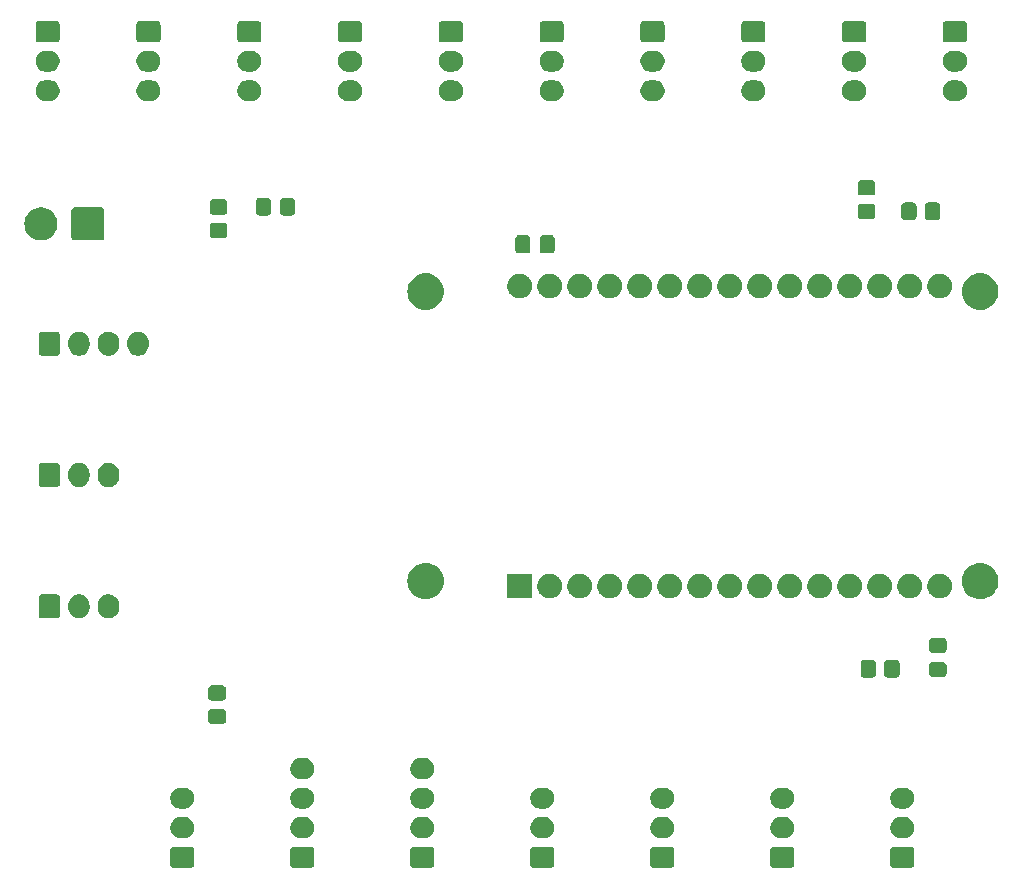
<source format=gbr>
%TF.GenerationSoftware,KiCad,Pcbnew,8.0.4*%
%TF.CreationDate,2024-09-06T13:05:26+08:00*%
%TF.ProjectId,Sensor Board,53656e73-6f72-4204-926f-6172642e6b69,rev?*%
%TF.SameCoordinates,Original*%
%TF.FileFunction,Soldermask,Top*%
%TF.FilePolarity,Negative*%
%FSLAX46Y46*%
G04 Gerber Fmt 4.6, Leading zero omitted, Abs format (unit mm)*
G04 Created by KiCad (PCBNEW 8.0.4) date 2024-09-06 13:05:26*
%MOMM*%
%LPD*%
G01*
G04 APERTURE LIST*
G04 APERTURE END LIST*
G36*
X93740685Y-132925969D02*
G01*
X93749358Y-132929798D01*
X93756925Y-132930901D01*
X93804223Y-132954023D01*
X93841541Y-132970501D01*
X93844996Y-132973956D01*
X93845920Y-132974408D01*
X93915591Y-133044079D01*
X93916042Y-133045002D01*
X93919499Y-133048459D01*
X93935978Y-133085782D01*
X93959098Y-133133073D01*
X93960200Y-133140639D01*
X93964031Y-133149315D01*
X93972000Y-133218000D01*
X93972000Y-134418000D01*
X93964031Y-134486685D01*
X93960199Y-134495361D01*
X93959098Y-134502925D01*
X93935985Y-134550202D01*
X93919499Y-134587541D01*
X93916041Y-134590998D01*
X93915591Y-134591920D01*
X93845920Y-134661591D01*
X93844998Y-134662041D01*
X93841541Y-134665499D01*
X93804207Y-134681983D01*
X93756926Y-134705098D01*
X93749361Y-134706200D01*
X93740685Y-134710031D01*
X93672000Y-134718000D01*
X92222000Y-134718000D01*
X92153315Y-134710031D01*
X92144638Y-134706200D01*
X92137074Y-134705098D01*
X92089787Y-134681981D01*
X92052459Y-134665499D01*
X92049002Y-134662042D01*
X92048079Y-134661591D01*
X91978408Y-134591920D01*
X91977956Y-134590996D01*
X91974501Y-134587541D01*
X91958025Y-134550228D01*
X91934901Y-134502926D01*
X91933798Y-134495357D01*
X91929969Y-134486685D01*
X91922000Y-134418000D01*
X91922000Y-133218000D01*
X91929969Y-133149315D01*
X91933798Y-133140642D01*
X91934901Y-133133074D01*
X91958028Y-133085766D01*
X91974501Y-133048459D01*
X91977955Y-133045004D01*
X91978408Y-133044079D01*
X92048079Y-132974408D01*
X92049004Y-132973955D01*
X92052459Y-132970501D01*
X92089761Y-132954030D01*
X92137073Y-132930901D01*
X92144642Y-132929798D01*
X92153315Y-132925969D01*
X92222000Y-132918000D01*
X93672000Y-132918000D01*
X93740685Y-132925969D01*
G37*
G36*
X103900685Y-132925969D02*
G01*
X103909358Y-132929798D01*
X103916925Y-132930901D01*
X103964223Y-132954023D01*
X104001541Y-132970501D01*
X104004996Y-132973956D01*
X104005920Y-132974408D01*
X104075591Y-133044079D01*
X104076042Y-133045002D01*
X104079499Y-133048459D01*
X104095978Y-133085782D01*
X104119098Y-133133073D01*
X104120200Y-133140639D01*
X104124031Y-133149315D01*
X104132000Y-133218000D01*
X104132000Y-134418000D01*
X104124031Y-134486685D01*
X104120199Y-134495361D01*
X104119098Y-134502925D01*
X104095985Y-134550202D01*
X104079499Y-134587541D01*
X104076041Y-134590998D01*
X104075591Y-134591920D01*
X104005920Y-134661591D01*
X104004998Y-134662041D01*
X104001541Y-134665499D01*
X103964207Y-134681983D01*
X103916926Y-134705098D01*
X103909361Y-134706200D01*
X103900685Y-134710031D01*
X103832000Y-134718000D01*
X102382000Y-134718000D01*
X102313315Y-134710031D01*
X102304638Y-134706200D01*
X102297074Y-134705098D01*
X102249787Y-134681981D01*
X102212459Y-134665499D01*
X102209002Y-134662042D01*
X102208079Y-134661591D01*
X102138408Y-134591920D01*
X102137956Y-134590996D01*
X102134501Y-134587541D01*
X102118025Y-134550228D01*
X102094901Y-134502926D01*
X102093798Y-134495357D01*
X102089969Y-134486685D01*
X102082000Y-134418000D01*
X102082000Y-133218000D01*
X102089969Y-133149315D01*
X102093798Y-133140642D01*
X102094901Y-133133074D01*
X102118028Y-133085766D01*
X102134501Y-133048459D01*
X102137955Y-133045004D01*
X102138408Y-133044079D01*
X102208079Y-132974408D01*
X102209004Y-132973955D01*
X102212459Y-132970501D01*
X102249761Y-132954030D01*
X102297073Y-132930901D01*
X102304642Y-132929798D01*
X102313315Y-132925969D01*
X102382000Y-132918000D01*
X103832000Y-132918000D01*
X103900685Y-132925969D01*
G37*
G36*
X114060685Y-132925969D02*
G01*
X114069358Y-132929798D01*
X114076925Y-132930901D01*
X114124223Y-132954023D01*
X114161541Y-132970501D01*
X114164996Y-132973956D01*
X114165920Y-132974408D01*
X114235591Y-133044079D01*
X114236042Y-133045002D01*
X114239499Y-133048459D01*
X114255978Y-133085782D01*
X114279098Y-133133073D01*
X114280200Y-133140639D01*
X114284031Y-133149315D01*
X114292000Y-133218000D01*
X114292000Y-134418000D01*
X114284031Y-134486685D01*
X114280199Y-134495361D01*
X114279098Y-134502925D01*
X114255985Y-134550202D01*
X114239499Y-134587541D01*
X114236041Y-134590998D01*
X114235591Y-134591920D01*
X114165920Y-134661591D01*
X114164998Y-134662041D01*
X114161541Y-134665499D01*
X114124207Y-134681983D01*
X114076926Y-134705098D01*
X114069361Y-134706200D01*
X114060685Y-134710031D01*
X113992000Y-134718000D01*
X112542000Y-134718000D01*
X112473315Y-134710031D01*
X112464638Y-134706200D01*
X112457074Y-134705098D01*
X112409787Y-134681981D01*
X112372459Y-134665499D01*
X112369002Y-134662042D01*
X112368079Y-134661591D01*
X112298408Y-134591920D01*
X112297956Y-134590996D01*
X112294501Y-134587541D01*
X112278025Y-134550228D01*
X112254901Y-134502926D01*
X112253798Y-134495357D01*
X112249969Y-134486685D01*
X112242000Y-134418000D01*
X112242000Y-133218000D01*
X112249969Y-133149315D01*
X112253798Y-133140642D01*
X112254901Y-133133074D01*
X112278028Y-133085766D01*
X112294501Y-133048459D01*
X112297955Y-133045004D01*
X112298408Y-133044079D01*
X112368079Y-132974408D01*
X112369004Y-132973955D01*
X112372459Y-132970501D01*
X112409761Y-132954030D01*
X112457073Y-132930901D01*
X112464642Y-132929798D01*
X112473315Y-132925969D01*
X112542000Y-132918000D01*
X113992000Y-132918000D01*
X114060685Y-132925969D01*
G37*
G36*
X124220685Y-132925969D02*
G01*
X124229358Y-132929798D01*
X124236925Y-132930901D01*
X124284223Y-132954023D01*
X124321541Y-132970501D01*
X124324996Y-132973956D01*
X124325920Y-132974408D01*
X124395591Y-133044079D01*
X124396042Y-133045002D01*
X124399499Y-133048459D01*
X124415978Y-133085782D01*
X124439098Y-133133073D01*
X124440200Y-133140639D01*
X124444031Y-133149315D01*
X124452000Y-133218000D01*
X124452000Y-134418000D01*
X124444031Y-134486685D01*
X124440199Y-134495361D01*
X124439098Y-134502925D01*
X124415985Y-134550202D01*
X124399499Y-134587541D01*
X124396041Y-134590998D01*
X124395591Y-134591920D01*
X124325920Y-134661591D01*
X124324998Y-134662041D01*
X124321541Y-134665499D01*
X124284207Y-134681983D01*
X124236926Y-134705098D01*
X124229361Y-134706200D01*
X124220685Y-134710031D01*
X124152000Y-134718000D01*
X122702000Y-134718000D01*
X122633315Y-134710031D01*
X122624638Y-134706200D01*
X122617074Y-134705098D01*
X122569787Y-134681981D01*
X122532459Y-134665499D01*
X122529002Y-134662042D01*
X122528079Y-134661591D01*
X122458408Y-134591920D01*
X122457956Y-134590996D01*
X122454501Y-134587541D01*
X122438025Y-134550228D01*
X122414901Y-134502926D01*
X122413798Y-134495357D01*
X122409969Y-134486685D01*
X122402000Y-134418000D01*
X122402000Y-133218000D01*
X122409969Y-133149315D01*
X122413798Y-133140642D01*
X122414901Y-133133074D01*
X122438028Y-133085766D01*
X122454501Y-133048459D01*
X122457955Y-133045004D01*
X122458408Y-133044079D01*
X122528079Y-132974408D01*
X122529004Y-132973955D01*
X122532459Y-132970501D01*
X122569761Y-132954030D01*
X122617073Y-132930901D01*
X122624642Y-132929798D01*
X122633315Y-132925969D01*
X122702000Y-132918000D01*
X124152000Y-132918000D01*
X124220685Y-132925969D01*
G37*
G36*
X134380685Y-132925969D02*
G01*
X134389358Y-132929798D01*
X134396925Y-132930901D01*
X134444223Y-132954023D01*
X134481541Y-132970501D01*
X134484996Y-132973956D01*
X134485920Y-132974408D01*
X134555591Y-133044079D01*
X134556042Y-133045002D01*
X134559499Y-133048459D01*
X134575978Y-133085782D01*
X134599098Y-133133073D01*
X134600200Y-133140639D01*
X134604031Y-133149315D01*
X134612000Y-133218000D01*
X134612000Y-134418000D01*
X134604031Y-134486685D01*
X134600199Y-134495361D01*
X134599098Y-134502925D01*
X134575985Y-134550202D01*
X134559499Y-134587541D01*
X134556041Y-134590998D01*
X134555591Y-134591920D01*
X134485920Y-134661591D01*
X134484998Y-134662041D01*
X134481541Y-134665499D01*
X134444207Y-134681983D01*
X134396926Y-134705098D01*
X134389361Y-134706200D01*
X134380685Y-134710031D01*
X134312000Y-134718000D01*
X132862000Y-134718000D01*
X132793315Y-134710031D01*
X132784638Y-134706200D01*
X132777074Y-134705098D01*
X132729787Y-134681981D01*
X132692459Y-134665499D01*
X132689002Y-134662042D01*
X132688079Y-134661591D01*
X132618408Y-134591920D01*
X132617956Y-134590996D01*
X132614501Y-134587541D01*
X132598025Y-134550228D01*
X132574901Y-134502926D01*
X132573798Y-134495357D01*
X132569969Y-134486685D01*
X132562000Y-134418000D01*
X132562000Y-133218000D01*
X132569969Y-133149315D01*
X132573798Y-133140642D01*
X132574901Y-133133074D01*
X132598028Y-133085766D01*
X132614501Y-133048459D01*
X132617955Y-133045004D01*
X132618408Y-133044079D01*
X132688079Y-132974408D01*
X132689004Y-132973955D01*
X132692459Y-132970501D01*
X132729761Y-132954030D01*
X132777073Y-132930901D01*
X132784642Y-132929798D01*
X132793315Y-132925969D01*
X132862000Y-132918000D01*
X134312000Y-132918000D01*
X134380685Y-132925969D01*
G37*
G36*
X144540685Y-132925969D02*
G01*
X144549358Y-132929798D01*
X144556925Y-132930901D01*
X144604223Y-132954023D01*
X144641541Y-132970501D01*
X144644996Y-132973956D01*
X144645920Y-132974408D01*
X144715591Y-133044079D01*
X144716042Y-133045002D01*
X144719499Y-133048459D01*
X144735978Y-133085782D01*
X144759098Y-133133073D01*
X144760200Y-133140639D01*
X144764031Y-133149315D01*
X144772000Y-133218000D01*
X144772000Y-134418000D01*
X144764031Y-134486685D01*
X144760199Y-134495361D01*
X144759098Y-134502925D01*
X144735985Y-134550202D01*
X144719499Y-134587541D01*
X144716041Y-134590998D01*
X144715591Y-134591920D01*
X144645920Y-134661591D01*
X144644998Y-134662041D01*
X144641541Y-134665499D01*
X144604207Y-134681983D01*
X144556926Y-134705098D01*
X144549361Y-134706200D01*
X144540685Y-134710031D01*
X144472000Y-134718000D01*
X143022000Y-134718000D01*
X142953315Y-134710031D01*
X142944638Y-134706200D01*
X142937074Y-134705098D01*
X142889787Y-134681981D01*
X142852459Y-134665499D01*
X142849002Y-134662042D01*
X142848079Y-134661591D01*
X142778408Y-134591920D01*
X142777956Y-134590996D01*
X142774501Y-134587541D01*
X142758025Y-134550228D01*
X142734901Y-134502926D01*
X142733798Y-134495357D01*
X142729969Y-134486685D01*
X142722000Y-134418000D01*
X142722000Y-133218000D01*
X142729969Y-133149315D01*
X142733798Y-133140642D01*
X142734901Y-133133074D01*
X142758028Y-133085766D01*
X142774501Y-133048459D01*
X142777955Y-133045004D01*
X142778408Y-133044079D01*
X142848079Y-132974408D01*
X142849004Y-132973955D01*
X142852459Y-132970501D01*
X142889761Y-132954030D01*
X142937073Y-132930901D01*
X142944642Y-132929798D01*
X142953315Y-132925969D01*
X143022000Y-132918000D01*
X144472000Y-132918000D01*
X144540685Y-132925969D01*
G37*
G36*
X154700685Y-132925969D02*
G01*
X154709358Y-132929798D01*
X154716925Y-132930901D01*
X154764223Y-132954023D01*
X154801541Y-132970501D01*
X154804996Y-132973956D01*
X154805920Y-132974408D01*
X154875591Y-133044079D01*
X154876042Y-133045002D01*
X154879499Y-133048459D01*
X154895978Y-133085782D01*
X154919098Y-133133073D01*
X154920200Y-133140639D01*
X154924031Y-133149315D01*
X154932000Y-133218000D01*
X154932000Y-134418000D01*
X154924031Y-134486685D01*
X154920199Y-134495361D01*
X154919098Y-134502925D01*
X154895985Y-134550202D01*
X154879499Y-134587541D01*
X154876041Y-134590998D01*
X154875591Y-134591920D01*
X154805920Y-134661591D01*
X154804998Y-134662041D01*
X154801541Y-134665499D01*
X154764207Y-134681983D01*
X154716926Y-134705098D01*
X154709361Y-134706200D01*
X154700685Y-134710031D01*
X154632000Y-134718000D01*
X153182000Y-134718000D01*
X153113315Y-134710031D01*
X153104638Y-134706200D01*
X153097074Y-134705098D01*
X153049787Y-134681981D01*
X153012459Y-134665499D01*
X153009002Y-134662042D01*
X153008079Y-134661591D01*
X152938408Y-134591920D01*
X152937956Y-134590996D01*
X152934501Y-134587541D01*
X152918025Y-134550228D01*
X152894901Y-134502926D01*
X152893798Y-134495357D01*
X152889969Y-134486685D01*
X152882000Y-134418000D01*
X152882000Y-133218000D01*
X152889969Y-133149315D01*
X152893798Y-133140642D01*
X152894901Y-133133074D01*
X152918028Y-133085766D01*
X152934501Y-133048459D01*
X152937955Y-133045004D01*
X152938408Y-133044079D01*
X153008079Y-132974408D01*
X153009004Y-132973955D01*
X153012459Y-132970501D01*
X153049761Y-132954030D01*
X153097073Y-132930901D01*
X153104642Y-132929798D01*
X153113315Y-132925969D01*
X153182000Y-132918000D01*
X154632000Y-132918000D01*
X154700685Y-132925969D01*
G37*
G36*
X93160215Y-130422334D02*
G01*
X93333256Y-130456754D01*
X93496257Y-130524271D01*
X93642954Y-130622291D01*
X93767709Y-130747046D01*
X93865729Y-130893743D01*
X93933246Y-131056744D01*
X93967666Y-131229785D01*
X93967666Y-131406215D01*
X93933246Y-131579256D01*
X93865729Y-131742257D01*
X93767709Y-131888954D01*
X93642954Y-132013709D01*
X93496257Y-132111729D01*
X93333256Y-132179246D01*
X93160215Y-132213666D01*
X93072000Y-132218000D01*
X93070767Y-132218000D01*
X92823233Y-132218000D01*
X92822000Y-132218000D01*
X92733785Y-132213666D01*
X92560744Y-132179246D01*
X92397743Y-132111729D01*
X92251046Y-132013709D01*
X92126291Y-131888954D01*
X92028271Y-131742257D01*
X91960754Y-131579256D01*
X91926334Y-131406215D01*
X91926334Y-131229785D01*
X91960754Y-131056744D01*
X92028271Y-130893743D01*
X92126291Y-130747046D01*
X92251046Y-130622291D01*
X92397743Y-130524271D01*
X92560744Y-130456754D01*
X92733785Y-130422334D01*
X92822000Y-130418000D01*
X93072000Y-130418000D01*
X93160215Y-130422334D01*
G37*
G36*
X103320215Y-130422334D02*
G01*
X103493256Y-130456754D01*
X103656257Y-130524271D01*
X103802954Y-130622291D01*
X103927709Y-130747046D01*
X104025729Y-130893743D01*
X104093246Y-131056744D01*
X104127666Y-131229785D01*
X104127666Y-131406215D01*
X104093246Y-131579256D01*
X104025729Y-131742257D01*
X103927709Y-131888954D01*
X103802954Y-132013709D01*
X103656257Y-132111729D01*
X103493256Y-132179246D01*
X103320215Y-132213666D01*
X103232000Y-132218000D01*
X103230767Y-132218000D01*
X102983233Y-132218000D01*
X102982000Y-132218000D01*
X102893785Y-132213666D01*
X102720744Y-132179246D01*
X102557743Y-132111729D01*
X102411046Y-132013709D01*
X102286291Y-131888954D01*
X102188271Y-131742257D01*
X102120754Y-131579256D01*
X102086334Y-131406215D01*
X102086334Y-131229785D01*
X102120754Y-131056744D01*
X102188271Y-130893743D01*
X102286291Y-130747046D01*
X102411046Y-130622291D01*
X102557743Y-130524271D01*
X102720744Y-130456754D01*
X102893785Y-130422334D01*
X102982000Y-130418000D01*
X103232000Y-130418000D01*
X103320215Y-130422334D01*
G37*
G36*
X113480215Y-130422334D02*
G01*
X113653256Y-130456754D01*
X113816257Y-130524271D01*
X113962954Y-130622291D01*
X114087709Y-130747046D01*
X114185729Y-130893743D01*
X114253246Y-131056744D01*
X114287666Y-131229785D01*
X114287666Y-131406215D01*
X114253246Y-131579256D01*
X114185729Y-131742257D01*
X114087709Y-131888954D01*
X113962954Y-132013709D01*
X113816257Y-132111729D01*
X113653256Y-132179246D01*
X113480215Y-132213666D01*
X113392000Y-132218000D01*
X113390767Y-132218000D01*
X113143233Y-132218000D01*
X113142000Y-132218000D01*
X113053785Y-132213666D01*
X112880744Y-132179246D01*
X112717743Y-132111729D01*
X112571046Y-132013709D01*
X112446291Y-131888954D01*
X112348271Y-131742257D01*
X112280754Y-131579256D01*
X112246334Y-131406215D01*
X112246334Y-131229785D01*
X112280754Y-131056744D01*
X112348271Y-130893743D01*
X112446291Y-130747046D01*
X112571046Y-130622291D01*
X112717743Y-130524271D01*
X112880744Y-130456754D01*
X113053785Y-130422334D01*
X113142000Y-130418000D01*
X113392000Y-130418000D01*
X113480215Y-130422334D01*
G37*
G36*
X123640215Y-130422334D02*
G01*
X123813256Y-130456754D01*
X123976257Y-130524271D01*
X124122954Y-130622291D01*
X124247709Y-130747046D01*
X124345729Y-130893743D01*
X124413246Y-131056744D01*
X124447666Y-131229785D01*
X124447666Y-131406215D01*
X124413246Y-131579256D01*
X124345729Y-131742257D01*
X124247709Y-131888954D01*
X124122954Y-132013709D01*
X123976257Y-132111729D01*
X123813256Y-132179246D01*
X123640215Y-132213666D01*
X123552000Y-132218000D01*
X123550767Y-132218000D01*
X123303233Y-132218000D01*
X123302000Y-132218000D01*
X123213785Y-132213666D01*
X123040744Y-132179246D01*
X122877743Y-132111729D01*
X122731046Y-132013709D01*
X122606291Y-131888954D01*
X122508271Y-131742257D01*
X122440754Y-131579256D01*
X122406334Y-131406215D01*
X122406334Y-131229785D01*
X122440754Y-131056744D01*
X122508271Y-130893743D01*
X122606291Y-130747046D01*
X122731046Y-130622291D01*
X122877743Y-130524271D01*
X123040744Y-130456754D01*
X123213785Y-130422334D01*
X123302000Y-130418000D01*
X123552000Y-130418000D01*
X123640215Y-130422334D01*
G37*
G36*
X133800215Y-130422334D02*
G01*
X133973256Y-130456754D01*
X134136257Y-130524271D01*
X134282954Y-130622291D01*
X134407709Y-130747046D01*
X134505729Y-130893743D01*
X134573246Y-131056744D01*
X134607666Y-131229785D01*
X134607666Y-131406215D01*
X134573246Y-131579256D01*
X134505729Y-131742257D01*
X134407709Y-131888954D01*
X134282954Y-132013709D01*
X134136257Y-132111729D01*
X133973256Y-132179246D01*
X133800215Y-132213666D01*
X133712000Y-132218000D01*
X133710767Y-132218000D01*
X133463233Y-132218000D01*
X133462000Y-132218000D01*
X133373785Y-132213666D01*
X133200744Y-132179246D01*
X133037743Y-132111729D01*
X132891046Y-132013709D01*
X132766291Y-131888954D01*
X132668271Y-131742257D01*
X132600754Y-131579256D01*
X132566334Y-131406215D01*
X132566334Y-131229785D01*
X132600754Y-131056744D01*
X132668271Y-130893743D01*
X132766291Y-130747046D01*
X132891046Y-130622291D01*
X133037743Y-130524271D01*
X133200744Y-130456754D01*
X133373785Y-130422334D01*
X133462000Y-130418000D01*
X133712000Y-130418000D01*
X133800215Y-130422334D01*
G37*
G36*
X143960215Y-130422334D02*
G01*
X144133256Y-130456754D01*
X144296257Y-130524271D01*
X144442954Y-130622291D01*
X144567709Y-130747046D01*
X144665729Y-130893743D01*
X144733246Y-131056744D01*
X144767666Y-131229785D01*
X144767666Y-131406215D01*
X144733246Y-131579256D01*
X144665729Y-131742257D01*
X144567709Y-131888954D01*
X144442954Y-132013709D01*
X144296257Y-132111729D01*
X144133256Y-132179246D01*
X143960215Y-132213666D01*
X143872000Y-132218000D01*
X143870767Y-132218000D01*
X143623233Y-132218000D01*
X143622000Y-132218000D01*
X143533785Y-132213666D01*
X143360744Y-132179246D01*
X143197743Y-132111729D01*
X143051046Y-132013709D01*
X142926291Y-131888954D01*
X142828271Y-131742257D01*
X142760754Y-131579256D01*
X142726334Y-131406215D01*
X142726334Y-131229785D01*
X142760754Y-131056744D01*
X142828271Y-130893743D01*
X142926291Y-130747046D01*
X143051046Y-130622291D01*
X143197743Y-130524271D01*
X143360744Y-130456754D01*
X143533785Y-130422334D01*
X143622000Y-130418000D01*
X143872000Y-130418000D01*
X143960215Y-130422334D01*
G37*
G36*
X154120215Y-130422334D02*
G01*
X154293256Y-130456754D01*
X154456257Y-130524271D01*
X154602954Y-130622291D01*
X154727709Y-130747046D01*
X154825729Y-130893743D01*
X154893246Y-131056744D01*
X154927666Y-131229785D01*
X154927666Y-131406215D01*
X154893246Y-131579256D01*
X154825729Y-131742257D01*
X154727709Y-131888954D01*
X154602954Y-132013709D01*
X154456257Y-132111729D01*
X154293256Y-132179246D01*
X154120215Y-132213666D01*
X154032000Y-132218000D01*
X154030767Y-132218000D01*
X153783233Y-132218000D01*
X153782000Y-132218000D01*
X153693785Y-132213666D01*
X153520744Y-132179246D01*
X153357743Y-132111729D01*
X153211046Y-132013709D01*
X153086291Y-131888954D01*
X152988271Y-131742257D01*
X152920754Y-131579256D01*
X152886334Y-131406215D01*
X152886334Y-131229785D01*
X152920754Y-131056744D01*
X152988271Y-130893743D01*
X153086291Y-130747046D01*
X153211046Y-130622291D01*
X153357743Y-130524271D01*
X153520744Y-130456754D01*
X153693785Y-130422334D01*
X153782000Y-130418000D01*
X154032000Y-130418000D01*
X154120215Y-130422334D01*
G37*
G36*
X93160215Y-127922334D02*
G01*
X93333256Y-127956754D01*
X93496257Y-128024271D01*
X93642954Y-128122291D01*
X93767709Y-128247046D01*
X93865729Y-128393743D01*
X93933246Y-128556744D01*
X93967666Y-128729785D01*
X93967666Y-128906215D01*
X93933246Y-129079256D01*
X93865729Y-129242257D01*
X93767709Y-129388954D01*
X93642954Y-129513709D01*
X93496257Y-129611729D01*
X93333256Y-129679246D01*
X93160215Y-129713666D01*
X93072000Y-129718000D01*
X93070767Y-129718000D01*
X92823233Y-129718000D01*
X92822000Y-129718000D01*
X92733785Y-129713666D01*
X92560744Y-129679246D01*
X92397743Y-129611729D01*
X92251046Y-129513709D01*
X92126291Y-129388954D01*
X92028271Y-129242257D01*
X91960754Y-129079256D01*
X91926334Y-128906215D01*
X91926334Y-128729785D01*
X91960754Y-128556744D01*
X92028271Y-128393743D01*
X92126291Y-128247046D01*
X92251046Y-128122291D01*
X92397743Y-128024271D01*
X92560744Y-127956754D01*
X92733785Y-127922334D01*
X92822000Y-127918000D01*
X93072000Y-127918000D01*
X93160215Y-127922334D01*
G37*
G36*
X103320215Y-127922334D02*
G01*
X103493256Y-127956754D01*
X103656257Y-128024271D01*
X103802954Y-128122291D01*
X103927709Y-128247046D01*
X104025729Y-128393743D01*
X104093246Y-128556744D01*
X104127666Y-128729785D01*
X104127666Y-128906215D01*
X104093246Y-129079256D01*
X104025729Y-129242257D01*
X103927709Y-129388954D01*
X103802954Y-129513709D01*
X103656257Y-129611729D01*
X103493256Y-129679246D01*
X103320215Y-129713666D01*
X103232000Y-129718000D01*
X103230767Y-129718000D01*
X102983233Y-129718000D01*
X102982000Y-129718000D01*
X102893785Y-129713666D01*
X102720744Y-129679246D01*
X102557743Y-129611729D01*
X102411046Y-129513709D01*
X102286291Y-129388954D01*
X102188271Y-129242257D01*
X102120754Y-129079256D01*
X102086334Y-128906215D01*
X102086334Y-128729785D01*
X102120754Y-128556744D01*
X102188271Y-128393743D01*
X102286291Y-128247046D01*
X102411046Y-128122291D01*
X102557743Y-128024271D01*
X102720744Y-127956754D01*
X102893785Y-127922334D01*
X102982000Y-127918000D01*
X103232000Y-127918000D01*
X103320215Y-127922334D01*
G37*
G36*
X113480215Y-127922334D02*
G01*
X113653256Y-127956754D01*
X113816257Y-128024271D01*
X113962954Y-128122291D01*
X114087709Y-128247046D01*
X114185729Y-128393743D01*
X114253246Y-128556744D01*
X114287666Y-128729785D01*
X114287666Y-128906215D01*
X114253246Y-129079256D01*
X114185729Y-129242257D01*
X114087709Y-129388954D01*
X113962954Y-129513709D01*
X113816257Y-129611729D01*
X113653256Y-129679246D01*
X113480215Y-129713666D01*
X113392000Y-129718000D01*
X113390767Y-129718000D01*
X113143233Y-129718000D01*
X113142000Y-129718000D01*
X113053785Y-129713666D01*
X112880744Y-129679246D01*
X112717743Y-129611729D01*
X112571046Y-129513709D01*
X112446291Y-129388954D01*
X112348271Y-129242257D01*
X112280754Y-129079256D01*
X112246334Y-128906215D01*
X112246334Y-128729785D01*
X112280754Y-128556744D01*
X112348271Y-128393743D01*
X112446291Y-128247046D01*
X112571046Y-128122291D01*
X112717743Y-128024271D01*
X112880744Y-127956754D01*
X113053785Y-127922334D01*
X113142000Y-127918000D01*
X113392000Y-127918000D01*
X113480215Y-127922334D01*
G37*
G36*
X123640215Y-127922334D02*
G01*
X123813256Y-127956754D01*
X123976257Y-128024271D01*
X124122954Y-128122291D01*
X124247709Y-128247046D01*
X124345729Y-128393743D01*
X124413246Y-128556744D01*
X124447666Y-128729785D01*
X124447666Y-128906215D01*
X124413246Y-129079256D01*
X124345729Y-129242257D01*
X124247709Y-129388954D01*
X124122954Y-129513709D01*
X123976257Y-129611729D01*
X123813256Y-129679246D01*
X123640215Y-129713666D01*
X123552000Y-129718000D01*
X123550767Y-129718000D01*
X123303233Y-129718000D01*
X123302000Y-129718000D01*
X123213785Y-129713666D01*
X123040744Y-129679246D01*
X122877743Y-129611729D01*
X122731046Y-129513709D01*
X122606291Y-129388954D01*
X122508271Y-129242257D01*
X122440754Y-129079256D01*
X122406334Y-128906215D01*
X122406334Y-128729785D01*
X122440754Y-128556744D01*
X122508271Y-128393743D01*
X122606291Y-128247046D01*
X122731046Y-128122291D01*
X122877743Y-128024271D01*
X123040744Y-127956754D01*
X123213785Y-127922334D01*
X123302000Y-127918000D01*
X123552000Y-127918000D01*
X123640215Y-127922334D01*
G37*
G36*
X133800215Y-127922334D02*
G01*
X133973256Y-127956754D01*
X134136257Y-128024271D01*
X134282954Y-128122291D01*
X134407709Y-128247046D01*
X134505729Y-128393743D01*
X134573246Y-128556744D01*
X134607666Y-128729785D01*
X134607666Y-128906215D01*
X134573246Y-129079256D01*
X134505729Y-129242257D01*
X134407709Y-129388954D01*
X134282954Y-129513709D01*
X134136257Y-129611729D01*
X133973256Y-129679246D01*
X133800215Y-129713666D01*
X133712000Y-129718000D01*
X133710767Y-129718000D01*
X133463233Y-129718000D01*
X133462000Y-129718000D01*
X133373785Y-129713666D01*
X133200744Y-129679246D01*
X133037743Y-129611729D01*
X132891046Y-129513709D01*
X132766291Y-129388954D01*
X132668271Y-129242257D01*
X132600754Y-129079256D01*
X132566334Y-128906215D01*
X132566334Y-128729785D01*
X132600754Y-128556744D01*
X132668271Y-128393743D01*
X132766291Y-128247046D01*
X132891046Y-128122291D01*
X133037743Y-128024271D01*
X133200744Y-127956754D01*
X133373785Y-127922334D01*
X133462000Y-127918000D01*
X133712000Y-127918000D01*
X133800215Y-127922334D01*
G37*
G36*
X143960215Y-127922334D02*
G01*
X144133256Y-127956754D01*
X144296257Y-128024271D01*
X144442954Y-128122291D01*
X144567709Y-128247046D01*
X144665729Y-128393743D01*
X144733246Y-128556744D01*
X144767666Y-128729785D01*
X144767666Y-128906215D01*
X144733246Y-129079256D01*
X144665729Y-129242257D01*
X144567709Y-129388954D01*
X144442954Y-129513709D01*
X144296257Y-129611729D01*
X144133256Y-129679246D01*
X143960215Y-129713666D01*
X143872000Y-129718000D01*
X143870767Y-129718000D01*
X143623233Y-129718000D01*
X143622000Y-129718000D01*
X143533785Y-129713666D01*
X143360744Y-129679246D01*
X143197743Y-129611729D01*
X143051046Y-129513709D01*
X142926291Y-129388954D01*
X142828271Y-129242257D01*
X142760754Y-129079256D01*
X142726334Y-128906215D01*
X142726334Y-128729785D01*
X142760754Y-128556744D01*
X142828271Y-128393743D01*
X142926291Y-128247046D01*
X143051046Y-128122291D01*
X143197743Y-128024271D01*
X143360744Y-127956754D01*
X143533785Y-127922334D01*
X143622000Y-127918000D01*
X143872000Y-127918000D01*
X143960215Y-127922334D01*
G37*
G36*
X154120215Y-127922334D02*
G01*
X154293256Y-127956754D01*
X154456257Y-128024271D01*
X154602954Y-128122291D01*
X154727709Y-128247046D01*
X154825729Y-128393743D01*
X154893246Y-128556744D01*
X154927666Y-128729785D01*
X154927666Y-128906215D01*
X154893246Y-129079256D01*
X154825729Y-129242257D01*
X154727709Y-129388954D01*
X154602954Y-129513709D01*
X154456257Y-129611729D01*
X154293256Y-129679246D01*
X154120215Y-129713666D01*
X154032000Y-129718000D01*
X154030767Y-129718000D01*
X153783233Y-129718000D01*
X153782000Y-129718000D01*
X153693785Y-129713666D01*
X153520744Y-129679246D01*
X153357743Y-129611729D01*
X153211046Y-129513709D01*
X153086291Y-129388954D01*
X152988271Y-129242257D01*
X152920754Y-129079256D01*
X152886334Y-128906215D01*
X152886334Y-128729785D01*
X152920754Y-128556744D01*
X152988271Y-128393743D01*
X153086291Y-128247046D01*
X153211046Y-128122291D01*
X153357743Y-128024271D01*
X153520744Y-127956754D01*
X153693785Y-127922334D01*
X153782000Y-127918000D01*
X154032000Y-127918000D01*
X154120215Y-127922334D01*
G37*
G36*
X103320215Y-125422334D02*
G01*
X103493256Y-125456754D01*
X103656257Y-125524271D01*
X103802954Y-125622291D01*
X103927709Y-125747046D01*
X104025729Y-125893743D01*
X104093246Y-126056744D01*
X104127666Y-126229785D01*
X104127666Y-126406215D01*
X104093246Y-126579256D01*
X104025729Y-126742257D01*
X103927709Y-126888954D01*
X103802954Y-127013709D01*
X103656257Y-127111729D01*
X103493256Y-127179246D01*
X103320215Y-127213666D01*
X103232000Y-127218000D01*
X103230767Y-127218000D01*
X102983233Y-127218000D01*
X102982000Y-127218000D01*
X102893785Y-127213666D01*
X102720744Y-127179246D01*
X102557743Y-127111729D01*
X102411046Y-127013709D01*
X102286291Y-126888954D01*
X102188271Y-126742257D01*
X102120754Y-126579256D01*
X102086334Y-126406215D01*
X102086334Y-126229785D01*
X102120754Y-126056744D01*
X102188271Y-125893743D01*
X102286291Y-125747046D01*
X102411046Y-125622291D01*
X102557743Y-125524271D01*
X102720744Y-125456754D01*
X102893785Y-125422334D01*
X102982000Y-125418000D01*
X103232000Y-125418000D01*
X103320215Y-125422334D01*
G37*
G36*
X113480215Y-125422334D02*
G01*
X113653256Y-125456754D01*
X113816257Y-125524271D01*
X113962954Y-125622291D01*
X114087709Y-125747046D01*
X114185729Y-125893743D01*
X114253246Y-126056744D01*
X114287666Y-126229785D01*
X114287666Y-126406215D01*
X114253246Y-126579256D01*
X114185729Y-126742257D01*
X114087709Y-126888954D01*
X113962954Y-127013709D01*
X113816257Y-127111729D01*
X113653256Y-127179246D01*
X113480215Y-127213666D01*
X113392000Y-127218000D01*
X113390767Y-127218000D01*
X113143233Y-127218000D01*
X113142000Y-127218000D01*
X113053785Y-127213666D01*
X112880744Y-127179246D01*
X112717743Y-127111729D01*
X112571046Y-127013709D01*
X112446291Y-126888954D01*
X112348271Y-126742257D01*
X112280754Y-126579256D01*
X112246334Y-126406215D01*
X112246334Y-126229785D01*
X112280754Y-126056744D01*
X112348271Y-125893743D01*
X112446291Y-125747046D01*
X112571046Y-125622291D01*
X112717743Y-125524271D01*
X112880744Y-125456754D01*
X113053785Y-125422334D01*
X113142000Y-125418000D01*
X113392000Y-125418000D01*
X113480215Y-125422334D01*
G37*
G36*
X96420685Y-121259969D02*
G01*
X96429358Y-121263798D01*
X96436925Y-121264901D01*
X96484223Y-121288023D01*
X96521541Y-121304501D01*
X96524996Y-121307956D01*
X96525920Y-121308408D01*
X96595591Y-121378079D01*
X96596042Y-121379002D01*
X96599499Y-121382459D01*
X96615978Y-121419782D01*
X96639098Y-121467073D01*
X96640200Y-121474639D01*
X96644031Y-121483315D01*
X96652000Y-121552000D01*
X96652000Y-122252000D01*
X96644031Y-122320685D01*
X96640199Y-122329361D01*
X96639098Y-122336925D01*
X96615985Y-122384202D01*
X96599499Y-122421541D01*
X96596041Y-122424998D01*
X96595591Y-122425920D01*
X96525920Y-122495591D01*
X96524998Y-122496041D01*
X96521541Y-122499499D01*
X96484207Y-122515983D01*
X96436926Y-122539098D01*
X96429361Y-122540200D01*
X96420685Y-122544031D01*
X96352000Y-122552000D01*
X95452000Y-122552000D01*
X95383315Y-122544031D01*
X95374638Y-122540200D01*
X95367074Y-122539098D01*
X95319787Y-122515981D01*
X95282459Y-122499499D01*
X95279002Y-122496042D01*
X95278079Y-122495591D01*
X95208408Y-122425920D01*
X95207956Y-122424996D01*
X95204501Y-122421541D01*
X95188025Y-122384228D01*
X95164901Y-122336926D01*
X95163798Y-122329357D01*
X95159969Y-122320685D01*
X95152000Y-122252000D01*
X95152000Y-121552000D01*
X95159969Y-121483315D01*
X95163798Y-121474642D01*
X95164901Y-121467074D01*
X95188028Y-121419766D01*
X95204501Y-121382459D01*
X95207955Y-121379004D01*
X95208408Y-121378079D01*
X95278079Y-121308408D01*
X95279004Y-121307955D01*
X95282459Y-121304501D01*
X95319761Y-121288030D01*
X95367073Y-121264901D01*
X95374642Y-121263798D01*
X95383315Y-121259969D01*
X95452000Y-121252000D01*
X96352000Y-121252000D01*
X96420685Y-121259969D01*
G37*
G36*
X96420685Y-119259969D02*
G01*
X96429358Y-119263798D01*
X96436925Y-119264901D01*
X96484223Y-119288023D01*
X96521541Y-119304501D01*
X96524996Y-119307956D01*
X96525920Y-119308408D01*
X96595591Y-119378079D01*
X96596042Y-119379002D01*
X96599499Y-119382459D01*
X96615978Y-119419782D01*
X96639098Y-119467073D01*
X96640200Y-119474639D01*
X96644031Y-119483315D01*
X96652000Y-119552000D01*
X96652000Y-120252000D01*
X96644031Y-120320685D01*
X96640199Y-120329361D01*
X96639098Y-120336925D01*
X96615985Y-120384202D01*
X96599499Y-120421541D01*
X96596041Y-120424998D01*
X96595591Y-120425920D01*
X96525920Y-120495591D01*
X96524998Y-120496041D01*
X96521541Y-120499499D01*
X96484207Y-120515983D01*
X96436926Y-120539098D01*
X96429361Y-120540200D01*
X96420685Y-120544031D01*
X96352000Y-120552000D01*
X95452000Y-120552000D01*
X95383315Y-120544031D01*
X95374638Y-120540200D01*
X95367074Y-120539098D01*
X95319787Y-120515981D01*
X95282459Y-120499499D01*
X95279002Y-120496042D01*
X95278079Y-120495591D01*
X95208408Y-120425920D01*
X95207956Y-120424996D01*
X95204501Y-120421541D01*
X95188025Y-120384228D01*
X95164901Y-120336926D01*
X95163798Y-120329357D01*
X95159969Y-120320685D01*
X95152000Y-120252000D01*
X95152000Y-119552000D01*
X95159969Y-119483315D01*
X95163798Y-119474642D01*
X95164901Y-119467074D01*
X95188028Y-119419766D01*
X95204501Y-119382459D01*
X95207955Y-119379004D01*
X95208408Y-119378079D01*
X95278079Y-119308408D01*
X95279004Y-119307955D01*
X95282459Y-119304501D01*
X95319761Y-119288030D01*
X95367073Y-119264901D01*
X95374642Y-119263798D01*
X95383315Y-119259969D01*
X95452000Y-119252000D01*
X96352000Y-119252000D01*
X96420685Y-119259969D01*
G37*
G36*
X151449685Y-117113969D02*
G01*
X151458358Y-117117798D01*
X151465925Y-117118901D01*
X151513223Y-117142023D01*
X151550541Y-117158501D01*
X151553996Y-117161956D01*
X151554920Y-117162408D01*
X151624591Y-117232079D01*
X151625042Y-117233002D01*
X151628499Y-117236459D01*
X151644978Y-117273782D01*
X151668098Y-117321073D01*
X151669200Y-117328639D01*
X151673031Y-117337315D01*
X151681000Y-117406000D01*
X151681000Y-118306000D01*
X151673031Y-118374685D01*
X151669199Y-118383361D01*
X151668098Y-118390925D01*
X151644985Y-118438202D01*
X151628499Y-118475541D01*
X151625041Y-118478998D01*
X151624591Y-118479920D01*
X151554920Y-118549591D01*
X151553998Y-118550041D01*
X151550541Y-118553499D01*
X151513207Y-118569983D01*
X151465926Y-118593098D01*
X151458361Y-118594200D01*
X151449685Y-118598031D01*
X151381000Y-118606000D01*
X150681000Y-118606000D01*
X150612315Y-118598031D01*
X150603638Y-118594200D01*
X150596074Y-118593098D01*
X150548787Y-118569981D01*
X150511459Y-118553499D01*
X150508002Y-118550042D01*
X150507079Y-118549591D01*
X150437408Y-118479920D01*
X150436956Y-118478996D01*
X150433501Y-118475541D01*
X150417025Y-118438228D01*
X150393901Y-118390926D01*
X150392798Y-118383357D01*
X150388969Y-118374685D01*
X150381000Y-118306000D01*
X150381000Y-117406000D01*
X150388969Y-117337315D01*
X150392798Y-117328642D01*
X150393901Y-117321074D01*
X150417028Y-117273766D01*
X150433501Y-117236459D01*
X150436955Y-117233004D01*
X150437408Y-117232079D01*
X150507079Y-117162408D01*
X150508004Y-117161955D01*
X150511459Y-117158501D01*
X150548761Y-117142030D01*
X150596073Y-117118901D01*
X150603642Y-117117798D01*
X150612315Y-117113969D01*
X150681000Y-117106000D01*
X151381000Y-117106000D01*
X151449685Y-117113969D01*
G37*
G36*
X153449685Y-117113969D02*
G01*
X153458358Y-117117798D01*
X153465925Y-117118901D01*
X153513223Y-117142023D01*
X153550541Y-117158501D01*
X153553996Y-117161956D01*
X153554920Y-117162408D01*
X153624591Y-117232079D01*
X153625042Y-117233002D01*
X153628499Y-117236459D01*
X153644978Y-117273782D01*
X153668098Y-117321073D01*
X153669200Y-117328639D01*
X153673031Y-117337315D01*
X153681000Y-117406000D01*
X153681000Y-118306000D01*
X153673031Y-118374685D01*
X153669199Y-118383361D01*
X153668098Y-118390925D01*
X153644985Y-118438202D01*
X153628499Y-118475541D01*
X153625041Y-118478998D01*
X153624591Y-118479920D01*
X153554920Y-118549591D01*
X153553998Y-118550041D01*
X153550541Y-118553499D01*
X153513207Y-118569983D01*
X153465926Y-118593098D01*
X153458361Y-118594200D01*
X153449685Y-118598031D01*
X153381000Y-118606000D01*
X152681000Y-118606000D01*
X152612315Y-118598031D01*
X152603638Y-118594200D01*
X152596074Y-118593098D01*
X152548787Y-118569981D01*
X152511459Y-118553499D01*
X152508002Y-118550042D01*
X152507079Y-118549591D01*
X152437408Y-118479920D01*
X152436956Y-118478996D01*
X152433501Y-118475541D01*
X152417025Y-118438228D01*
X152393901Y-118390926D01*
X152392798Y-118383357D01*
X152388969Y-118374685D01*
X152381000Y-118306000D01*
X152381000Y-117406000D01*
X152388969Y-117337315D01*
X152392798Y-117328642D01*
X152393901Y-117321074D01*
X152417028Y-117273766D01*
X152433501Y-117236459D01*
X152436955Y-117233004D01*
X152437408Y-117232079D01*
X152507079Y-117162408D01*
X152508004Y-117161955D01*
X152511459Y-117158501D01*
X152548761Y-117142030D01*
X152596073Y-117118901D01*
X152603642Y-117117798D01*
X152612315Y-117113969D01*
X152681000Y-117106000D01*
X153381000Y-117106000D01*
X153449685Y-117113969D01*
G37*
G36*
X157437685Y-117312969D02*
G01*
X157446358Y-117316798D01*
X157453925Y-117317901D01*
X157501223Y-117341023D01*
X157538541Y-117357501D01*
X157541996Y-117360956D01*
X157542920Y-117361408D01*
X157612591Y-117431079D01*
X157613042Y-117432002D01*
X157616499Y-117435459D01*
X157632978Y-117472782D01*
X157656098Y-117520073D01*
X157657200Y-117527639D01*
X157661031Y-117536315D01*
X157669000Y-117605000D01*
X157669000Y-118255000D01*
X157661031Y-118323685D01*
X157657199Y-118332361D01*
X157656098Y-118339925D01*
X157632985Y-118387202D01*
X157616499Y-118424541D01*
X157613041Y-118427998D01*
X157612591Y-118428920D01*
X157542920Y-118498591D01*
X157541998Y-118499041D01*
X157538541Y-118502499D01*
X157501207Y-118518983D01*
X157453926Y-118542098D01*
X157446361Y-118543200D01*
X157437685Y-118547031D01*
X157369000Y-118555000D01*
X156469000Y-118555000D01*
X156400315Y-118547031D01*
X156391638Y-118543200D01*
X156384074Y-118542098D01*
X156336787Y-118518981D01*
X156299459Y-118502499D01*
X156296002Y-118499042D01*
X156295079Y-118498591D01*
X156225408Y-118428920D01*
X156224956Y-118427996D01*
X156221501Y-118424541D01*
X156205025Y-118387228D01*
X156181901Y-118339926D01*
X156180798Y-118332357D01*
X156176969Y-118323685D01*
X156169000Y-118255000D01*
X156169000Y-117605000D01*
X156176969Y-117536315D01*
X156180798Y-117527642D01*
X156181901Y-117520074D01*
X156205028Y-117472766D01*
X156221501Y-117435459D01*
X156224955Y-117432004D01*
X156225408Y-117431079D01*
X156295079Y-117361408D01*
X156296004Y-117360955D01*
X156299459Y-117357501D01*
X156336761Y-117341030D01*
X156384073Y-117317901D01*
X156391642Y-117316798D01*
X156400315Y-117312969D01*
X156469000Y-117305000D01*
X157369000Y-117305000D01*
X157437685Y-117312969D01*
G37*
G36*
X157437685Y-115262969D02*
G01*
X157446358Y-115266798D01*
X157453925Y-115267901D01*
X157501223Y-115291023D01*
X157538541Y-115307501D01*
X157541996Y-115310956D01*
X157542920Y-115311408D01*
X157612591Y-115381079D01*
X157613042Y-115382002D01*
X157616499Y-115385459D01*
X157632978Y-115422782D01*
X157656098Y-115470073D01*
X157657200Y-115477639D01*
X157661031Y-115486315D01*
X157669000Y-115555000D01*
X157669000Y-116205000D01*
X157661031Y-116273685D01*
X157657199Y-116282361D01*
X157656098Y-116289925D01*
X157632985Y-116337202D01*
X157616499Y-116374541D01*
X157613041Y-116377998D01*
X157612591Y-116378920D01*
X157542920Y-116448591D01*
X157541998Y-116449041D01*
X157538541Y-116452499D01*
X157501207Y-116468983D01*
X157453926Y-116492098D01*
X157446361Y-116493200D01*
X157437685Y-116497031D01*
X157369000Y-116505000D01*
X156469000Y-116505000D01*
X156400315Y-116497031D01*
X156391638Y-116493200D01*
X156384074Y-116492098D01*
X156336787Y-116468981D01*
X156299459Y-116452499D01*
X156296002Y-116449042D01*
X156295079Y-116448591D01*
X156225408Y-116378920D01*
X156224956Y-116377996D01*
X156221501Y-116374541D01*
X156205025Y-116337228D01*
X156181901Y-116289926D01*
X156180798Y-116282357D01*
X156176969Y-116273685D01*
X156169000Y-116205000D01*
X156169000Y-115555000D01*
X156176969Y-115486315D01*
X156180798Y-115477642D01*
X156181901Y-115470074D01*
X156205028Y-115422766D01*
X156221501Y-115385459D01*
X156224955Y-115382004D01*
X156225408Y-115381079D01*
X156295079Y-115311408D01*
X156296004Y-115310955D01*
X156299459Y-115307501D01*
X156336761Y-115291030D01*
X156384073Y-115267901D01*
X156391642Y-115266798D01*
X156400315Y-115262969D01*
X156469000Y-115255000D01*
X157369000Y-115255000D01*
X157437685Y-115262969D01*
G37*
G36*
X82369685Y-111551469D02*
G01*
X82378358Y-111555298D01*
X82385925Y-111556401D01*
X82433223Y-111579523D01*
X82470541Y-111596001D01*
X82473996Y-111599456D01*
X82474920Y-111599908D01*
X82544591Y-111669579D01*
X82545042Y-111670502D01*
X82548499Y-111673959D01*
X82564978Y-111711282D01*
X82588098Y-111758573D01*
X82589200Y-111766139D01*
X82593031Y-111774815D01*
X82601000Y-111843500D01*
X82601000Y-113293500D01*
X82593031Y-113362185D01*
X82589199Y-113370861D01*
X82588098Y-113378425D01*
X82564985Y-113425702D01*
X82548499Y-113463041D01*
X82545041Y-113466498D01*
X82544591Y-113467420D01*
X82474920Y-113537091D01*
X82473998Y-113537541D01*
X82470541Y-113540999D01*
X82433207Y-113557483D01*
X82385926Y-113580598D01*
X82378361Y-113581700D01*
X82369685Y-113585531D01*
X82301000Y-113593500D01*
X81101000Y-113593500D01*
X81032315Y-113585531D01*
X81023638Y-113581700D01*
X81016074Y-113580598D01*
X80968787Y-113557481D01*
X80931459Y-113540999D01*
X80928002Y-113537542D01*
X80927079Y-113537091D01*
X80857408Y-113467420D01*
X80856956Y-113466496D01*
X80853501Y-113463041D01*
X80837025Y-113425728D01*
X80813901Y-113378426D01*
X80812798Y-113370857D01*
X80808969Y-113362185D01*
X80801000Y-113293500D01*
X80801000Y-111843500D01*
X80808969Y-111774815D01*
X80812798Y-111766142D01*
X80813901Y-111758574D01*
X80837028Y-111711266D01*
X80853501Y-111673959D01*
X80856955Y-111670504D01*
X80857408Y-111669579D01*
X80927079Y-111599908D01*
X80928004Y-111599455D01*
X80931459Y-111596001D01*
X80968761Y-111579530D01*
X81016073Y-111556401D01*
X81023642Y-111555298D01*
X81032315Y-111551469D01*
X81101000Y-111543500D01*
X82301000Y-111543500D01*
X82369685Y-111551469D01*
G37*
G36*
X84462256Y-111582254D02*
G01*
X84625257Y-111649771D01*
X84771954Y-111747791D01*
X84896709Y-111872546D01*
X84994729Y-112019243D01*
X85062246Y-112182244D01*
X85096666Y-112355285D01*
X85101000Y-112443500D01*
X85101000Y-112693500D01*
X85096666Y-112781715D01*
X85062246Y-112954756D01*
X84994729Y-113117757D01*
X84896709Y-113264454D01*
X84771954Y-113389209D01*
X84625257Y-113487229D01*
X84462256Y-113554746D01*
X84289215Y-113589166D01*
X84112785Y-113589166D01*
X83939744Y-113554746D01*
X83776743Y-113487229D01*
X83630046Y-113389209D01*
X83505291Y-113264454D01*
X83407271Y-113117757D01*
X83339754Y-112954756D01*
X83305334Y-112781715D01*
X83301000Y-112693500D01*
X83301000Y-112443500D01*
X83305334Y-112355285D01*
X83339754Y-112182244D01*
X83407271Y-112019243D01*
X83505291Y-111872546D01*
X83630046Y-111747791D01*
X83776743Y-111649771D01*
X83939744Y-111582254D01*
X84112785Y-111547834D01*
X84289215Y-111547834D01*
X84462256Y-111582254D01*
G37*
G36*
X86962256Y-111582254D02*
G01*
X87125257Y-111649771D01*
X87271954Y-111747791D01*
X87396709Y-111872546D01*
X87494729Y-112019243D01*
X87562246Y-112182244D01*
X87596666Y-112355285D01*
X87601000Y-112443500D01*
X87601000Y-112693500D01*
X87596666Y-112781715D01*
X87562246Y-112954756D01*
X87494729Y-113117757D01*
X87396709Y-113264454D01*
X87271954Y-113389209D01*
X87125257Y-113487229D01*
X86962256Y-113554746D01*
X86789215Y-113589166D01*
X86612785Y-113589166D01*
X86439744Y-113554746D01*
X86276743Y-113487229D01*
X86130046Y-113389209D01*
X86005291Y-113264454D01*
X85907271Y-113117757D01*
X85839754Y-112954756D01*
X85805334Y-112781715D01*
X85801000Y-112693500D01*
X85801000Y-112443500D01*
X85805334Y-112355285D01*
X85839754Y-112182244D01*
X85907271Y-112019243D01*
X86005291Y-111872546D01*
X86130046Y-111747791D01*
X86276743Y-111649771D01*
X86439744Y-111582254D01*
X86612785Y-111547834D01*
X86789215Y-111547834D01*
X86962256Y-111582254D01*
G37*
G36*
X113800473Y-108901583D02*
G01*
X114036976Y-108958362D01*
X114261685Y-109051440D01*
X114469067Y-109178524D01*
X114654016Y-109336484D01*
X114811976Y-109521433D01*
X114939060Y-109728815D01*
X115032138Y-109953524D01*
X115088917Y-110190027D01*
X115108000Y-110432500D01*
X115088917Y-110674973D01*
X115032138Y-110911476D01*
X114939060Y-111136185D01*
X114811976Y-111343567D01*
X114654016Y-111528516D01*
X114469067Y-111686476D01*
X114261685Y-111813560D01*
X114036976Y-111906638D01*
X113800473Y-111963417D01*
X113558000Y-111982500D01*
X113315527Y-111963417D01*
X113079024Y-111906638D01*
X112854315Y-111813560D01*
X112646933Y-111686476D01*
X112461984Y-111528516D01*
X112304024Y-111343567D01*
X112176940Y-111136185D01*
X112083862Y-110911476D01*
X112027083Y-110674973D01*
X112008000Y-110432500D01*
X112027083Y-110190027D01*
X112083862Y-109953524D01*
X112176940Y-109728815D01*
X112304024Y-109521433D01*
X112461984Y-109336484D01*
X112646933Y-109178524D01*
X112854315Y-109051440D01*
X113079024Y-108958362D01*
X113315527Y-108901583D01*
X113558000Y-108882500D01*
X113800473Y-108901583D01*
G37*
G36*
X160750473Y-108901583D02*
G01*
X160986976Y-108958362D01*
X161211685Y-109051440D01*
X161419067Y-109178524D01*
X161604016Y-109336484D01*
X161761976Y-109521433D01*
X161889060Y-109728815D01*
X161982138Y-109953524D01*
X162038917Y-110190027D01*
X162058000Y-110432500D01*
X162038917Y-110674973D01*
X161982138Y-110911476D01*
X161889060Y-111136185D01*
X161761976Y-111343567D01*
X161604016Y-111528516D01*
X161419067Y-111686476D01*
X161211685Y-111813560D01*
X160986976Y-111906638D01*
X160750473Y-111963417D01*
X160508000Y-111982500D01*
X160265527Y-111963417D01*
X160029024Y-111906638D01*
X159804315Y-111813560D01*
X159596933Y-111686476D01*
X159411984Y-111528516D01*
X159254024Y-111343567D01*
X159126940Y-111136185D01*
X159033862Y-110911476D01*
X158977083Y-110674973D01*
X158958000Y-110432500D01*
X158977083Y-110190027D01*
X159033862Y-109953524D01*
X159126940Y-109728815D01*
X159254024Y-109521433D01*
X159411984Y-109336484D01*
X159596933Y-109178524D01*
X159804315Y-109051440D01*
X160029024Y-108958362D01*
X160265527Y-108901583D01*
X160508000Y-108882500D01*
X160750473Y-108901583D01*
G37*
G36*
X122537134Y-109806306D02*
G01*
X122553355Y-109817145D01*
X122564194Y-109833366D01*
X122568000Y-109852500D01*
X122568000Y-111852500D01*
X122564194Y-111871634D01*
X122553355Y-111887855D01*
X122537134Y-111898694D01*
X122518000Y-111902500D01*
X120518000Y-111902500D01*
X120498866Y-111898694D01*
X120482645Y-111887855D01*
X120471806Y-111871634D01*
X120468000Y-111852500D01*
X120468000Y-109852500D01*
X120471806Y-109833366D01*
X120482645Y-109817145D01*
X120498866Y-109806306D01*
X120518000Y-109802500D01*
X122518000Y-109802500D01*
X122537134Y-109806306D01*
G37*
G36*
X124105640Y-109807192D02*
G01*
X124154860Y-109807192D01*
X124209670Y-109817437D01*
X124262845Y-109822675D01*
X124303244Y-109834930D01*
X124345286Y-109842789D01*
X124403513Y-109865346D01*
X124459818Y-109882426D01*
X124491986Y-109899620D01*
X124525932Y-109912771D01*
X124584915Y-109949292D01*
X124641349Y-109979457D01*
X124665061Y-109998917D01*
X124690635Y-110014752D01*
X124747308Y-110066415D01*
X124800462Y-110110038D01*
X124816210Y-110129227D01*
X124833802Y-110145264D01*
X124884866Y-110212885D01*
X124931043Y-110269151D01*
X124939974Y-110285859D01*
X124950545Y-110299858D01*
X124992600Y-110384315D01*
X125028074Y-110450682D01*
X125031857Y-110463154D01*
X125036897Y-110473275D01*
X125066662Y-110577893D01*
X125087825Y-110647655D01*
X125088520Y-110654714D01*
X125089910Y-110659599D01*
X125104364Y-110815590D01*
X125108000Y-110852500D01*
X125104364Y-110889412D01*
X125089910Y-111045400D01*
X125088520Y-111050283D01*
X125087825Y-111057345D01*
X125066658Y-111127122D01*
X125036897Y-111231724D01*
X125031858Y-111241843D01*
X125028074Y-111254318D01*
X124992592Y-111320698D01*
X124950545Y-111405141D01*
X124939975Y-111419136D01*
X124931043Y-111435849D01*
X124884857Y-111492126D01*
X124833802Y-111559735D01*
X124816213Y-111575768D01*
X124800462Y-111594962D01*
X124747297Y-111638593D01*
X124690635Y-111690247D01*
X124665066Y-111706078D01*
X124641349Y-111725543D01*
X124584903Y-111755713D01*
X124525932Y-111792228D01*
X124491993Y-111805375D01*
X124459818Y-111822574D01*
X124403501Y-111839657D01*
X124345286Y-111862210D01*
X124303251Y-111870067D01*
X124262845Y-111882325D01*
X124209666Y-111887562D01*
X124154860Y-111897808D01*
X124105640Y-111897808D01*
X124058000Y-111902500D01*
X124010360Y-111897808D01*
X123961140Y-111897808D01*
X123906332Y-111887562D01*
X123853155Y-111882325D01*
X123812750Y-111870068D01*
X123770713Y-111862210D01*
X123712493Y-111839655D01*
X123656182Y-111822574D01*
X123624009Y-111805377D01*
X123590067Y-111792228D01*
X123531089Y-111755710D01*
X123474651Y-111725543D01*
X123450936Y-111706081D01*
X123425364Y-111690247D01*
X123368692Y-111638584D01*
X123315538Y-111594962D01*
X123299789Y-111575772D01*
X123282197Y-111559735D01*
X123231130Y-111492111D01*
X123184957Y-111435849D01*
X123176026Y-111419141D01*
X123165454Y-111405141D01*
X123123392Y-111320670D01*
X123087926Y-111254318D01*
X123084143Y-111241848D01*
X123079102Y-111231724D01*
X123049325Y-111127068D01*
X123028175Y-111057345D01*
X123027480Y-111050289D01*
X123026089Y-111045400D01*
X123011618Y-110889241D01*
X123008000Y-110852500D01*
X123011618Y-110815761D01*
X123026089Y-110659599D01*
X123027480Y-110654709D01*
X123028175Y-110647655D01*
X123049320Y-110577946D01*
X123079102Y-110473275D01*
X123084144Y-110463148D01*
X123087926Y-110450682D01*
X123123385Y-110384342D01*
X123165454Y-110299858D01*
X123176028Y-110285855D01*
X123184957Y-110269151D01*
X123231120Y-110212900D01*
X123282197Y-110145264D01*
X123299792Y-110129223D01*
X123315538Y-110110038D01*
X123368681Y-110066424D01*
X123425364Y-110014752D01*
X123450941Y-109998914D01*
X123474651Y-109979457D01*
X123531077Y-109949296D01*
X123590067Y-109912771D01*
X123624015Y-109899619D01*
X123656182Y-109882426D01*
X123712481Y-109865347D01*
X123770713Y-109842789D01*
X123812756Y-109834929D01*
X123853155Y-109822675D01*
X123906329Y-109817437D01*
X123961140Y-109807192D01*
X124010360Y-109807192D01*
X124058000Y-109802500D01*
X124105640Y-109807192D01*
G37*
G36*
X126645640Y-109807192D02*
G01*
X126694860Y-109807192D01*
X126749670Y-109817437D01*
X126802845Y-109822675D01*
X126843244Y-109834930D01*
X126885286Y-109842789D01*
X126943513Y-109865346D01*
X126999818Y-109882426D01*
X127031986Y-109899620D01*
X127065932Y-109912771D01*
X127124915Y-109949292D01*
X127181349Y-109979457D01*
X127205061Y-109998917D01*
X127230635Y-110014752D01*
X127287308Y-110066415D01*
X127340462Y-110110038D01*
X127356210Y-110129227D01*
X127373802Y-110145264D01*
X127424866Y-110212885D01*
X127471043Y-110269151D01*
X127479974Y-110285859D01*
X127490545Y-110299858D01*
X127532600Y-110384315D01*
X127568074Y-110450682D01*
X127571857Y-110463154D01*
X127576897Y-110473275D01*
X127606662Y-110577893D01*
X127627825Y-110647655D01*
X127628520Y-110654714D01*
X127629910Y-110659599D01*
X127644364Y-110815590D01*
X127648000Y-110852500D01*
X127644364Y-110889412D01*
X127629910Y-111045400D01*
X127628520Y-111050283D01*
X127627825Y-111057345D01*
X127606658Y-111127122D01*
X127576897Y-111231724D01*
X127571858Y-111241843D01*
X127568074Y-111254318D01*
X127532592Y-111320698D01*
X127490545Y-111405141D01*
X127479975Y-111419136D01*
X127471043Y-111435849D01*
X127424857Y-111492126D01*
X127373802Y-111559735D01*
X127356213Y-111575768D01*
X127340462Y-111594962D01*
X127287297Y-111638593D01*
X127230635Y-111690247D01*
X127205066Y-111706078D01*
X127181349Y-111725543D01*
X127124903Y-111755713D01*
X127065932Y-111792228D01*
X127031993Y-111805375D01*
X126999818Y-111822574D01*
X126943501Y-111839657D01*
X126885286Y-111862210D01*
X126843251Y-111870067D01*
X126802845Y-111882325D01*
X126749666Y-111887562D01*
X126694860Y-111897808D01*
X126645640Y-111897808D01*
X126598000Y-111902500D01*
X126550360Y-111897808D01*
X126501140Y-111897808D01*
X126446332Y-111887562D01*
X126393155Y-111882325D01*
X126352750Y-111870068D01*
X126310713Y-111862210D01*
X126252493Y-111839655D01*
X126196182Y-111822574D01*
X126164009Y-111805377D01*
X126130067Y-111792228D01*
X126071089Y-111755710D01*
X126014651Y-111725543D01*
X125990936Y-111706081D01*
X125965364Y-111690247D01*
X125908692Y-111638584D01*
X125855538Y-111594962D01*
X125839789Y-111575772D01*
X125822197Y-111559735D01*
X125771130Y-111492111D01*
X125724957Y-111435849D01*
X125716026Y-111419141D01*
X125705454Y-111405141D01*
X125663392Y-111320670D01*
X125627926Y-111254318D01*
X125624143Y-111241848D01*
X125619102Y-111231724D01*
X125589325Y-111127068D01*
X125568175Y-111057345D01*
X125567480Y-111050289D01*
X125566089Y-111045400D01*
X125551618Y-110889241D01*
X125548000Y-110852500D01*
X125551618Y-110815761D01*
X125566089Y-110659599D01*
X125567480Y-110654709D01*
X125568175Y-110647655D01*
X125589320Y-110577946D01*
X125619102Y-110473275D01*
X125624144Y-110463148D01*
X125627926Y-110450682D01*
X125663385Y-110384342D01*
X125705454Y-110299858D01*
X125716028Y-110285855D01*
X125724957Y-110269151D01*
X125771120Y-110212900D01*
X125822197Y-110145264D01*
X125839792Y-110129223D01*
X125855538Y-110110038D01*
X125908681Y-110066424D01*
X125965364Y-110014752D01*
X125990941Y-109998914D01*
X126014651Y-109979457D01*
X126071077Y-109949296D01*
X126130067Y-109912771D01*
X126164015Y-109899619D01*
X126196182Y-109882426D01*
X126252481Y-109865347D01*
X126310713Y-109842789D01*
X126352756Y-109834929D01*
X126393155Y-109822675D01*
X126446329Y-109817437D01*
X126501140Y-109807192D01*
X126550360Y-109807192D01*
X126598000Y-109802500D01*
X126645640Y-109807192D01*
G37*
G36*
X129185640Y-109807192D02*
G01*
X129234860Y-109807192D01*
X129289670Y-109817437D01*
X129342845Y-109822675D01*
X129383244Y-109834930D01*
X129425286Y-109842789D01*
X129483513Y-109865346D01*
X129539818Y-109882426D01*
X129571986Y-109899620D01*
X129605932Y-109912771D01*
X129664915Y-109949292D01*
X129721349Y-109979457D01*
X129745061Y-109998917D01*
X129770635Y-110014752D01*
X129827308Y-110066415D01*
X129880462Y-110110038D01*
X129896210Y-110129227D01*
X129913802Y-110145264D01*
X129964866Y-110212885D01*
X130011043Y-110269151D01*
X130019974Y-110285859D01*
X130030545Y-110299858D01*
X130072600Y-110384315D01*
X130108074Y-110450682D01*
X130111857Y-110463154D01*
X130116897Y-110473275D01*
X130146662Y-110577893D01*
X130167825Y-110647655D01*
X130168520Y-110654714D01*
X130169910Y-110659599D01*
X130184364Y-110815590D01*
X130188000Y-110852500D01*
X130184364Y-110889412D01*
X130169910Y-111045400D01*
X130168520Y-111050283D01*
X130167825Y-111057345D01*
X130146658Y-111127122D01*
X130116897Y-111231724D01*
X130111858Y-111241843D01*
X130108074Y-111254318D01*
X130072592Y-111320698D01*
X130030545Y-111405141D01*
X130019975Y-111419136D01*
X130011043Y-111435849D01*
X129964857Y-111492126D01*
X129913802Y-111559735D01*
X129896213Y-111575768D01*
X129880462Y-111594962D01*
X129827297Y-111638593D01*
X129770635Y-111690247D01*
X129745066Y-111706078D01*
X129721349Y-111725543D01*
X129664903Y-111755713D01*
X129605932Y-111792228D01*
X129571993Y-111805375D01*
X129539818Y-111822574D01*
X129483501Y-111839657D01*
X129425286Y-111862210D01*
X129383251Y-111870067D01*
X129342845Y-111882325D01*
X129289666Y-111887562D01*
X129234860Y-111897808D01*
X129185640Y-111897808D01*
X129138000Y-111902500D01*
X129090360Y-111897808D01*
X129041140Y-111897808D01*
X128986332Y-111887562D01*
X128933155Y-111882325D01*
X128892750Y-111870068D01*
X128850713Y-111862210D01*
X128792493Y-111839655D01*
X128736182Y-111822574D01*
X128704009Y-111805377D01*
X128670067Y-111792228D01*
X128611089Y-111755710D01*
X128554651Y-111725543D01*
X128530936Y-111706081D01*
X128505364Y-111690247D01*
X128448692Y-111638584D01*
X128395538Y-111594962D01*
X128379789Y-111575772D01*
X128362197Y-111559735D01*
X128311130Y-111492111D01*
X128264957Y-111435849D01*
X128256026Y-111419141D01*
X128245454Y-111405141D01*
X128203392Y-111320670D01*
X128167926Y-111254318D01*
X128164143Y-111241848D01*
X128159102Y-111231724D01*
X128129325Y-111127068D01*
X128108175Y-111057345D01*
X128107480Y-111050289D01*
X128106089Y-111045400D01*
X128091618Y-110889241D01*
X128088000Y-110852500D01*
X128091618Y-110815761D01*
X128106089Y-110659599D01*
X128107480Y-110654709D01*
X128108175Y-110647655D01*
X128129320Y-110577946D01*
X128159102Y-110473275D01*
X128164144Y-110463148D01*
X128167926Y-110450682D01*
X128203385Y-110384342D01*
X128245454Y-110299858D01*
X128256028Y-110285855D01*
X128264957Y-110269151D01*
X128311120Y-110212900D01*
X128362197Y-110145264D01*
X128379792Y-110129223D01*
X128395538Y-110110038D01*
X128448681Y-110066424D01*
X128505364Y-110014752D01*
X128530941Y-109998914D01*
X128554651Y-109979457D01*
X128611077Y-109949296D01*
X128670067Y-109912771D01*
X128704015Y-109899619D01*
X128736182Y-109882426D01*
X128792481Y-109865347D01*
X128850713Y-109842789D01*
X128892756Y-109834929D01*
X128933155Y-109822675D01*
X128986329Y-109817437D01*
X129041140Y-109807192D01*
X129090360Y-109807192D01*
X129138000Y-109802500D01*
X129185640Y-109807192D01*
G37*
G36*
X131725640Y-109807192D02*
G01*
X131774860Y-109807192D01*
X131829670Y-109817437D01*
X131882845Y-109822675D01*
X131923244Y-109834930D01*
X131965286Y-109842789D01*
X132023513Y-109865346D01*
X132079818Y-109882426D01*
X132111986Y-109899620D01*
X132145932Y-109912771D01*
X132204915Y-109949292D01*
X132261349Y-109979457D01*
X132285061Y-109998917D01*
X132310635Y-110014752D01*
X132367308Y-110066415D01*
X132420462Y-110110038D01*
X132436210Y-110129227D01*
X132453802Y-110145264D01*
X132504866Y-110212885D01*
X132551043Y-110269151D01*
X132559974Y-110285859D01*
X132570545Y-110299858D01*
X132612600Y-110384315D01*
X132648074Y-110450682D01*
X132651857Y-110463154D01*
X132656897Y-110473275D01*
X132686662Y-110577893D01*
X132707825Y-110647655D01*
X132708520Y-110654714D01*
X132709910Y-110659599D01*
X132724364Y-110815590D01*
X132728000Y-110852500D01*
X132724364Y-110889412D01*
X132709910Y-111045400D01*
X132708520Y-111050283D01*
X132707825Y-111057345D01*
X132686658Y-111127122D01*
X132656897Y-111231724D01*
X132651858Y-111241843D01*
X132648074Y-111254318D01*
X132612592Y-111320698D01*
X132570545Y-111405141D01*
X132559975Y-111419136D01*
X132551043Y-111435849D01*
X132504857Y-111492126D01*
X132453802Y-111559735D01*
X132436213Y-111575768D01*
X132420462Y-111594962D01*
X132367297Y-111638593D01*
X132310635Y-111690247D01*
X132285066Y-111706078D01*
X132261349Y-111725543D01*
X132204903Y-111755713D01*
X132145932Y-111792228D01*
X132111993Y-111805375D01*
X132079818Y-111822574D01*
X132023501Y-111839657D01*
X131965286Y-111862210D01*
X131923251Y-111870067D01*
X131882845Y-111882325D01*
X131829666Y-111887562D01*
X131774860Y-111897808D01*
X131725640Y-111897808D01*
X131678000Y-111902500D01*
X131630360Y-111897808D01*
X131581140Y-111897808D01*
X131526332Y-111887562D01*
X131473155Y-111882325D01*
X131432750Y-111870068D01*
X131390713Y-111862210D01*
X131332493Y-111839655D01*
X131276182Y-111822574D01*
X131244009Y-111805377D01*
X131210067Y-111792228D01*
X131151089Y-111755710D01*
X131094651Y-111725543D01*
X131070936Y-111706081D01*
X131045364Y-111690247D01*
X130988692Y-111638584D01*
X130935538Y-111594962D01*
X130919789Y-111575772D01*
X130902197Y-111559735D01*
X130851130Y-111492111D01*
X130804957Y-111435849D01*
X130796026Y-111419141D01*
X130785454Y-111405141D01*
X130743392Y-111320670D01*
X130707926Y-111254318D01*
X130704143Y-111241848D01*
X130699102Y-111231724D01*
X130669325Y-111127068D01*
X130648175Y-111057345D01*
X130647480Y-111050289D01*
X130646089Y-111045400D01*
X130631618Y-110889241D01*
X130628000Y-110852500D01*
X130631618Y-110815761D01*
X130646089Y-110659599D01*
X130647480Y-110654709D01*
X130648175Y-110647655D01*
X130669320Y-110577946D01*
X130699102Y-110473275D01*
X130704144Y-110463148D01*
X130707926Y-110450682D01*
X130743385Y-110384342D01*
X130785454Y-110299858D01*
X130796028Y-110285855D01*
X130804957Y-110269151D01*
X130851120Y-110212900D01*
X130902197Y-110145264D01*
X130919792Y-110129223D01*
X130935538Y-110110038D01*
X130988681Y-110066424D01*
X131045364Y-110014752D01*
X131070941Y-109998914D01*
X131094651Y-109979457D01*
X131151077Y-109949296D01*
X131210067Y-109912771D01*
X131244015Y-109899619D01*
X131276182Y-109882426D01*
X131332481Y-109865347D01*
X131390713Y-109842789D01*
X131432756Y-109834929D01*
X131473155Y-109822675D01*
X131526329Y-109817437D01*
X131581140Y-109807192D01*
X131630360Y-109807192D01*
X131678000Y-109802500D01*
X131725640Y-109807192D01*
G37*
G36*
X134265640Y-109807192D02*
G01*
X134314860Y-109807192D01*
X134369670Y-109817437D01*
X134422845Y-109822675D01*
X134463244Y-109834930D01*
X134505286Y-109842789D01*
X134563513Y-109865346D01*
X134619818Y-109882426D01*
X134651986Y-109899620D01*
X134685932Y-109912771D01*
X134744915Y-109949292D01*
X134801349Y-109979457D01*
X134825061Y-109998917D01*
X134850635Y-110014752D01*
X134907308Y-110066415D01*
X134960462Y-110110038D01*
X134976210Y-110129227D01*
X134993802Y-110145264D01*
X135044866Y-110212885D01*
X135091043Y-110269151D01*
X135099974Y-110285859D01*
X135110545Y-110299858D01*
X135152600Y-110384315D01*
X135188074Y-110450682D01*
X135191857Y-110463154D01*
X135196897Y-110473275D01*
X135226662Y-110577893D01*
X135247825Y-110647655D01*
X135248520Y-110654714D01*
X135249910Y-110659599D01*
X135264364Y-110815590D01*
X135268000Y-110852500D01*
X135264364Y-110889412D01*
X135249910Y-111045400D01*
X135248520Y-111050283D01*
X135247825Y-111057345D01*
X135226658Y-111127122D01*
X135196897Y-111231724D01*
X135191858Y-111241843D01*
X135188074Y-111254318D01*
X135152592Y-111320698D01*
X135110545Y-111405141D01*
X135099975Y-111419136D01*
X135091043Y-111435849D01*
X135044857Y-111492126D01*
X134993802Y-111559735D01*
X134976213Y-111575768D01*
X134960462Y-111594962D01*
X134907297Y-111638593D01*
X134850635Y-111690247D01*
X134825066Y-111706078D01*
X134801349Y-111725543D01*
X134744903Y-111755713D01*
X134685932Y-111792228D01*
X134651993Y-111805375D01*
X134619818Y-111822574D01*
X134563501Y-111839657D01*
X134505286Y-111862210D01*
X134463251Y-111870067D01*
X134422845Y-111882325D01*
X134369666Y-111887562D01*
X134314860Y-111897808D01*
X134265640Y-111897808D01*
X134218000Y-111902500D01*
X134170360Y-111897808D01*
X134121140Y-111897808D01*
X134066332Y-111887562D01*
X134013155Y-111882325D01*
X133972750Y-111870068D01*
X133930713Y-111862210D01*
X133872493Y-111839655D01*
X133816182Y-111822574D01*
X133784009Y-111805377D01*
X133750067Y-111792228D01*
X133691089Y-111755710D01*
X133634651Y-111725543D01*
X133610936Y-111706081D01*
X133585364Y-111690247D01*
X133528692Y-111638584D01*
X133475538Y-111594962D01*
X133459789Y-111575772D01*
X133442197Y-111559735D01*
X133391130Y-111492111D01*
X133344957Y-111435849D01*
X133336026Y-111419141D01*
X133325454Y-111405141D01*
X133283392Y-111320670D01*
X133247926Y-111254318D01*
X133244143Y-111241848D01*
X133239102Y-111231724D01*
X133209325Y-111127068D01*
X133188175Y-111057345D01*
X133187480Y-111050289D01*
X133186089Y-111045400D01*
X133171618Y-110889241D01*
X133168000Y-110852500D01*
X133171618Y-110815761D01*
X133186089Y-110659599D01*
X133187480Y-110654709D01*
X133188175Y-110647655D01*
X133209320Y-110577946D01*
X133239102Y-110473275D01*
X133244144Y-110463148D01*
X133247926Y-110450682D01*
X133283385Y-110384342D01*
X133325454Y-110299858D01*
X133336028Y-110285855D01*
X133344957Y-110269151D01*
X133391120Y-110212900D01*
X133442197Y-110145264D01*
X133459792Y-110129223D01*
X133475538Y-110110038D01*
X133528681Y-110066424D01*
X133585364Y-110014752D01*
X133610941Y-109998914D01*
X133634651Y-109979457D01*
X133691077Y-109949296D01*
X133750067Y-109912771D01*
X133784015Y-109899619D01*
X133816182Y-109882426D01*
X133872481Y-109865347D01*
X133930713Y-109842789D01*
X133972756Y-109834929D01*
X134013155Y-109822675D01*
X134066329Y-109817437D01*
X134121140Y-109807192D01*
X134170360Y-109807192D01*
X134218000Y-109802500D01*
X134265640Y-109807192D01*
G37*
G36*
X136805640Y-109807192D02*
G01*
X136854860Y-109807192D01*
X136909670Y-109817437D01*
X136962845Y-109822675D01*
X137003244Y-109834930D01*
X137045286Y-109842789D01*
X137103513Y-109865346D01*
X137159818Y-109882426D01*
X137191986Y-109899620D01*
X137225932Y-109912771D01*
X137284915Y-109949292D01*
X137341349Y-109979457D01*
X137365061Y-109998917D01*
X137390635Y-110014752D01*
X137447308Y-110066415D01*
X137500462Y-110110038D01*
X137516210Y-110129227D01*
X137533802Y-110145264D01*
X137584866Y-110212885D01*
X137631043Y-110269151D01*
X137639974Y-110285859D01*
X137650545Y-110299858D01*
X137692600Y-110384315D01*
X137728074Y-110450682D01*
X137731857Y-110463154D01*
X137736897Y-110473275D01*
X137766662Y-110577893D01*
X137787825Y-110647655D01*
X137788520Y-110654714D01*
X137789910Y-110659599D01*
X137804364Y-110815590D01*
X137808000Y-110852500D01*
X137804364Y-110889412D01*
X137789910Y-111045400D01*
X137788520Y-111050283D01*
X137787825Y-111057345D01*
X137766658Y-111127122D01*
X137736897Y-111231724D01*
X137731858Y-111241843D01*
X137728074Y-111254318D01*
X137692592Y-111320698D01*
X137650545Y-111405141D01*
X137639975Y-111419136D01*
X137631043Y-111435849D01*
X137584857Y-111492126D01*
X137533802Y-111559735D01*
X137516213Y-111575768D01*
X137500462Y-111594962D01*
X137447297Y-111638593D01*
X137390635Y-111690247D01*
X137365066Y-111706078D01*
X137341349Y-111725543D01*
X137284903Y-111755713D01*
X137225932Y-111792228D01*
X137191993Y-111805375D01*
X137159818Y-111822574D01*
X137103501Y-111839657D01*
X137045286Y-111862210D01*
X137003251Y-111870067D01*
X136962845Y-111882325D01*
X136909666Y-111887562D01*
X136854860Y-111897808D01*
X136805640Y-111897808D01*
X136758000Y-111902500D01*
X136710360Y-111897808D01*
X136661140Y-111897808D01*
X136606332Y-111887562D01*
X136553155Y-111882325D01*
X136512750Y-111870068D01*
X136470713Y-111862210D01*
X136412493Y-111839655D01*
X136356182Y-111822574D01*
X136324009Y-111805377D01*
X136290067Y-111792228D01*
X136231089Y-111755710D01*
X136174651Y-111725543D01*
X136150936Y-111706081D01*
X136125364Y-111690247D01*
X136068692Y-111638584D01*
X136015538Y-111594962D01*
X135999789Y-111575772D01*
X135982197Y-111559735D01*
X135931130Y-111492111D01*
X135884957Y-111435849D01*
X135876026Y-111419141D01*
X135865454Y-111405141D01*
X135823392Y-111320670D01*
X135787926Y-111254318D01*
X135784143Y-111241848D01*
X135779102Y-111231724D01*
X135749325Y-111127068D01*
X135728175Y-111057345D01*
X135727480Y-111050289D01*
X135726089Y-111045400D01*
X135711618Y-110889241D01*
X135708000Y-110852500D01*
X135711618Y-110815761D01*
X135726089Y-110659599D01*
X135727480Y-110654709D01*
X135728175Y-110647655D01*
X135749320Y-110577946D01*
X135779102Y-110473275D01*
X135784144Y-110463148D01*
X135787926Y-110450682D01*
X135823385Y-110384342D01*
X135865454Y-110299858D01*
X135876028Y-110285855D01*
X135884957Y-110269151D01*
X135931120Y-110212900D01*
X135982197Y-110145264D01*
X135999792Y-110129223D01*
X136015538Y-110110038D01*
X136068681Y-110066424D01*
X136125364Y-110014752D01*
X136150941Y-109998914D01*
X136174651Y-109979457D01*
X136231077Y-109949296D01*
X136290067Y-109912771D01*
X136324015Y-109899619D01*
X136356182Y-109882426D01*
X136412481Y-109865347D01*
X136470713Y-109842789D01*
X136512756Y-109834929D01*
X136553155Y-109822675D01*
X136606329Y-109817437D01*
X136661140Y-109807192D01*
X136710360Y-109807192D01*
X136758000Y-109802500D01*
X136805640Y-109807192D01*
G37*
G36*
X139345640Y-109807192D02*
G01*
X139394860Y-109807192D01*
X139449670Y-109817437D01*
X139502845Y-109822675D01*
X139543244Y-109834930D01*
X139585286Y-109842789D01*
X139643513Y-109865346D01*
X139699818Y-109882426D01*
X139731986Y-109899620D01*
X139765932Y-109912771D01*
X139824915Y-109949292D01*
X139881349Y-109979457D01*
X139905061Y-109998917D01*
X139930635Y-110014752D01*
X139987308Y-110066415D01*
X140040462Y-110110038D01*
X140056210Y-110129227D01*
X140073802Y-110145264D01*
X140124866Y-110212885D01*
X140171043Y-110269151D01*
X140179974Y-110285859D01*
X140190545Y-110299858D01*
X140232600Y-110384315D01*
X140268074Y-110450682D01*
X140271857Y-110463154D01*
X140276897Y-110473275D01*
X140306662Y-110577893D01*
X140327825Y-110647655D01*
X140328520Y-110654714D01*
X140329910Y-110659599D01*
X140344364Y-110815590D01*
X140348000Y-110852500D01*
X140344364Y-110889412D01*
X140329910Y-111045400D01*
X140328520Y-111050283D01*
X140327825Y-111057345D01*
X140306658Y-111127122D01*
X140276897Y-111231724D01*
X140271858Y-111241843D01*
X140268074Y-111254318D01*
X140232592Y-111320698D01*
X140190545Y-111405141D01*
X140179975Y-111419136D01*
X140171043Y-111435849D01*
X140124857Y-111492126D01*
X140073802Y-111559735D01*
X140056213Y-111575768D01*
X140040462Y-111594962D01*
X139987297Y-111638593D01*
X139930635Y-111690247D01*
X139905066Y-111706078D01*
X139881349Y-111725543D01*
X139824903Y-111755713D01*
X139765932Y-111792228D01*
X139731993Y-111805375D01*
X139699818Y-111822574D01*
X139643501Y-111839657D01*
X139585286Y-111862210D01*
X139543251Y-111870067D01*
X139502845Y-111882325D01*
X139449666Y-111887562D01*
X139394860Y-111897808D01*
X139345640Y-111897808D01*
X139298000Y-111902500D01*
X139250360Y-111897808D01*
X139201140Y-111897808D01*
X139146332Y-111887562D01*
X139093155Y-111882325D01*
X139052750Y-111870068D01*
X139010713Y-111862210D01*
X138952493Y-111839655D01*
X138896182Y-111822574D01*
X138864009Y-111805377D01*
X138830067Y-111792228D01*
X138771089Y-111755710D01*
X138714651Y-111725543D01*
X138690936Y-111706081D01*
X138665364Y-111690247D01*
X138608692Y-111638584D01*
X138555538Y-111594962D01*
X138539789Y-111575772D01*
X138522197Y-111559735D01*
X138471130Y-111492111D01*
X138424957Y-111435849D01*
X138416026Y-111419141D01*
X138405454Y-111405141D01*
X138363392Y-111320670D01*
X138327926Y-111254318D01*
X138324143Y-111241848D01*
X138319102Y-111231724D01*
X138289325Y-111127068D01*
X138268175Y-111057345D01*
X138267480Y-111050289D01*
X138266089Y-111045400D01*
X138251618Y-110889241D01*
X138248000Y-110852500D01*
X138251618Y-110815761D01*
X138266089Y-110659599D01*
X138267480Y-110654709D01*
X138268175Y-110647655D01*
X138289320Y-110577946D01*
X138319102Y-110473275D01*
X138324144Y-110463148D01*
X138327926Y-110450682D01*
X138363385Y-110384342D01*
X138405454Y-110299858D01*
X138416028Y-110285855D01*
X138424957Y-110269151D01*
X138471120Y-110212900D01*
X138522197Y-110145264D01*
X138539792Y-110129223D01*
X138555538Y-110110038D01*
X138608681Y-110066424D01*
X138665364Y-110014752D01*
X138690941Y-109998914D01*
X138714651Y-109979457D01*
X138771077Y-109949296D01*
X138830067Y-109912771D01*
X138864015Y-109899619D01*
X138896182Y-109882426D01*
X138952481Y-109865347D01*
X139010713Y-109842789D01*
X139052756Y-109834929D01*
X139093155Y-109822675D01*
X139146329Y-109817437D01*
X139201140Y-109807192D01*
X139250360Y-109807192D01*
X139298000Y-109802500D01*
X139345640Y-109807192D01*
G37*
G36*
X141885640Y-109807192D02*
G01*
X141934860Y-109807192D01*
X141989670Y-109817437D01*
X142042845Y-109822675D01*
X142083244Y-109834930D01*
X142125286Y-109842789D01*
X142183513Y-109865346D01*
X142239818Y-109882426D01*
X142271986Y-109899620D01*
X142305932Y-109912771D01*
X142364915Y-109949292D01*
X142421349Y-109979457D01*
X142445061Y-109998917D01*
X142470635Y-110014752D01*
X142527308Y-110066415D01*
X142580462Y-110110038D01*
X142596210Y-110129227D01*
X142613802Y-110145264D01*
X142664866Y-110212885D01*
X142711043Y-110269151D01*
X142719974Y-110285859D01*
X142730545Y-110299858D01*
X142772600Y-110384315D01*
X142808074Y-110450682D01*
X142811857Y-110463154D01*
X142816897Y-110473275D01*
X142846662Y-110577893D01*
X142867825Y-110647655D01*
X142868520Y-110654714D01*
X142869910Y-110659599D01*
X142884364Y-110815590D01*
X142888000Y-110852500D01*
X142884364Y-110889412D01*
X142869910Y-111045400D01*
X142868520Y-111050283D01*
X142867825Y-111057345D01*
X142846658Y-111127122D01*
X142816897Y-111231724D01*
X142811858Y-111241843D01*
X142808074Y-111254318D01*
X142772592Y-111320698D01*
X142730545Y-111405141D01*
X142719975Y-111419136D01*
X142711043Y-111435849D01*
X142664857Y-111492126D01*
X142613802Y-111559735D01*
X142596213Y-111575768D01*
X142580462Y-111594962D01*
X142527297Y-111638593D01*
X142470635Y-111690247D01*
X142445066Y-111706078D01*
X142421349Y-111725543D01*
X142364903Y-111755713D01*
X142305932Y-111792228D01*
X142271993Y-111805375D01*
X142239818Y-111822574D01*
X142183501Y-111839657D01*
X142125286Y-111862210D01*
X142083251Y-111870067D01*
X142042845Y-111882325D01*
X141989666Y-111887562D01*
X141934860Y-111897808D01*
X141885640Y-111897808D01*
X141838000Y-111902500D01*
X141790360Y-111897808D01*
X141741140Y-111897808D01*
X141686332Y-111887562D01*
X141633155Y-111882325D01*
X141592750Y-111870068D01*
X141550713Y-111862210D01*
X141492493Y-111839655D01*
X141436182Y-111822574D01*
X141404009Y-111805377D01*
X141370067Y-111792228D01*
X141311089Y-111755710D01*
X141254651Y-111725543D01*
X141230936Y-111706081D01*
X141205364Y-111690247D01*
X141148692Y-111638584D01*
X141095538Y-111594962D01*
X141079789Y-111575772D01*
X141062197Y-111559735D01*
X141011130Y-111492111D01*
X140964957Y-111435849D01*
X140956026Y-111419141D01*
X140945454Y-111405141D01*
X140903392Y-111320670D01*
X140867926Y-111254318D01*
X140864143Y-111241848D01*
X140859102Y-111231724D01*
X140829325Y-111127068D01*
X140808175Y-111057345D01*
X140807480Y-111050289D01*
X140806089Y-111045400D01*
X140791618Y-110889241D01*
X140788000Y-110852500D01*
X140791618Y-110815761D01*
X140806089Y-110659599D01*
X140807480Y-110654709D01*
X140808175Y-110647655D01*
X140829320Y-110577946D01*
X140859102Y-110473275D01*
X140864144Y-110463148D01*
X140867926Y-110450682D01*
X140903385Y-110384342D01*
X140945454Y-110299858D01*
X140956028Y-110285855D01*
X140964957Y-110269151D01*
X141011120Y-110212900D01*
X141062197Y-110145264D01*
X141079792Y-110129223D01*
X141095538Y-110110038D01*
X141148681Y-110066424D01*
X141205364Y-110014752D01*
X141230941Y-109998914D01*
X141254651Y-109979457D01*
X141311077Y-109949296D01*
X141370067Y-109912771D01*
X141404015Y-109899619D01*
X141436182Y-109882426D01*
X141492481Y-109865347D01*
X141550713Y-109842789D01*
X141592756Y-109834929D01*
X141633155Y-109822675D01*
X141686329Y-109817437D01*
X141741140Y-109807192D01*
X141790360Y-109807192D01*
X141838000Y-109802500D01*
X141885640Y-109807192D01*
G37*
G36*
X144425640Y-109807192D02*
G01*
X144474860Y-109807192D01*
X144529670Y-109817437D01*
X144582845Y-109822675D01*
X144623244Y-109834930D01*
X144665286Y-109842789D01*
X144723513Y-109865346D01*
X144779818Y-109882426D01*
X144811986Y-109899620D01*
X144845932Y-109912771D01*
X144904915Y-109949292D01*
X144961349Y-109979457D01*
X144985061Y-109998917D01*
X145010635Y-110014752D01*
X145067308Y-110066415D01*
X145120462Y-110110038D01*
X145136210Y-110129227D01*
X145153802Y-110145264D01*
X145204866Y-110212885D01*
X145251043Y-110269151D01*
X145259974Y-110285859D01*
X145270545Y-110299858D01*
X145312600Y-110384315D01*
X145348074Y-110450682D01*
X145351857Y-110463154D01*
X145356897Y-110473275D01*
X145386662Y-110577893D01*
X145407825Y-110647655D01*
X145408520Y-110654714D01*
X145409910Y-110659599D01*
X145424364Y-110815590D01*
X145428000Y-110852500D01*
X145424364Y-110889412D01*
X145409910Y-111045400D01*
X145408520Y-111050283D01*
X145407825Y-111057345D01*
X145386658Y-111127122D01*
X145356897Y-111231724D01*
X145351858Y-111241843D01*
X145348074Y-111254318D01*
X145312592Y-111320698D01*
X145270545Y-111405141D01*
X145259975Y-111419136D01*
X145251043Y-111435849D01*
X145204857Y-111492126D01*
X145153802Y-111559735D01*
X145136213Y-111575768D01*
X145120462Y-111594962D01*
X145067297Y-111638593D01*
X145010635Y-111690247D01*
X144985066Y-111706078D01*
X144961349Y-111725543D01*
X144904903Y-111755713D01*
X144845932Y-111792228D01*
X144811993Y-111805375D01*
X144779818Y-111822574D01*
X144723501Y-111839657D01*
X144665286Y-111862210D01*
X144623251Y-111870067D01*
X144582845Y-111882325D01*
X144529666Y-111887562D01*
X144474860Y-111897808D01*
X144425640Y-111897808D01*
X144378000Y-111902500D01*
X144330360Y-111897808D01*
X144281140Y-111897808D01*
X144226332Y-111887562D01*
X144173155Y-111882325D01*
X144132750Y-111870068D01*
X144090713Y-111862210D01*
X144032493Y-111839655D01*
X143976182Y-111822574D01*
X143944009Y-111805377D01*
X143910067Y-111792228D01*
X143851089Y-111755710D01*
X143794651Y-111725543D01*
X143770936Y-111706081D01*
X143745364Y-111690247D01*
X143688692Y-111638584D01*
X143635538Y-111594962D01*
X143619789Y-111575772D01*
X143602197Y-111559735D01*
X143551130Y-111492111D01*
X143504957Y-111435849D01*
X143496026Y-111419141D01*
X143485454Y-111405141D01*
X143443392Y-111320670D01*
X143407926Y-111254318D01*
X143404143Y-111241848D01*
X143399102Y-111231724D01*
X143369325Y-111127068D01*
X143348175Y-111057345D01*
X143347480Y-111050289D01*
X143346089Y-111045400D01*
X143331618Y-110889241D01*
X143328000Y-110852500D01*
X143331618Y-110815761D01*
X143346089Y-110659599D01*
X143347480Y-110654709D01*
X143348175Y-110647655D01*
X143369320Y-110577946D01*
X143399102Y-110473275D01*
X143404144Y-110463148D01*
X143407926Y-110450682D01*
X143443385Y-110384342D01*
X143485454Y-110299858D01*
X143496028Y-110285855D01*
X143504957Y-110269151D01*
X143551120Y-110212900D01*
X143602197Y-110145264D01*
X143619792Y-110129223D01*
X143635538Y-110110038D01*
X143688681Y-110066424D01*
X143745364Y-110014752D01*
X143770941Y-109998914D01*
X143794651Y-109979457D01*
X143851077Y-109949296D01*
X143910067Y-109912771D01*
X143944015Y-109899619D01*
X143976182Y-109882426D01*
X144032481Y-109865347D01*
X144090713Y-109842789D01*
X144132756Y-109834929D01*
X144173155Y-109822675D01*
X144226329Y-109817437D01*
X144281140Y-109807192D01*
X144330360Y-109807192D01*
X144378000Y-109802500D01*
X144425640Y-109807192D01*
G37*
G36*
X146965640Y-109807192D02*
G01*
X147014860Y-109807192D01*
X147069670Y-109817437D01*
X147122845Y-109822675D01*
X147163244Y-109834930D01*
X147205286Y-109842789D01*
X147263513Y-109865346D01*
X147319818Y-109882426D01*
X147351986Y-109899620D01*
X147385932Y-109912771D01*
X147444915Y-109949292D01*
X147501349Y-109979457D01*
X147525061Y-109998917D01*
X147550635Y-110014752D01*
X147607308Y-110066415D01*
X147660462Y-110110038D01*
X147676210Y-110129227D01*
X147693802Y-110145264D01*
X147744866Y-110212885D01*
X147791043Y-110269151D01*
X147799974Y-110285859D01*
X147810545Y-110299858D01*
X147852600Y-110384315D01*
X147888074Y-110450682D01*
X147891857Y-110463154D01*
X147896897Y-110473275D01*
X147926662Y-110577893D01*
X147947825Y-110647655D01*
X147948520Y-110654714D01*
X147949910Y-110659599D01*
X147964364Y-110815590D01*
X147968000Y-110852500D01*
X147964364Y-110889412D01*
X147949910Y-111045400D01*
X147948520Y-111050283D01*
X147947825Y-111057345D01*
X147926658Y-111127122D01*
X147896897Y-111231724D01*
X147891858Y-111241843D01*
X147888074Y-111254318D01*
X147852592Y-111320698D01*
X147810545Y-111405141D01*
X147799975Y-111419136D01*
X147791043Y-111435849D01*
X147744857Y-111492126D01*
X147693802Y-111559735D01*
X147676213Y-111575768D01*
X147660462Y-111594962D01*
X147607297Y-111638593D01*
X147550635Y-111690247D01*
X147525066Y-111706078D01*
X147501349Y-111725543D01*
X147444903Y-111755713D01*
X147385932Y-111792228D01*
X147351993Y-111805375D01*
X147319818Y-111822574D01*
X147263501Y-111839657D01*
X147205286Y-111862210D01*
X147163251Y-111870067D01*
X147122845Y-111882325D01*
X147069666Y-111887562D01*
X147014860Y-111897808D01*
X146965640Y-111897808D01*
X146918000Y-111902500D01*
X146870360Y-111897808D01*
X146821140Y-111897808D01*
X146766332Y-111887562D01*
X146713155Y-111882325D01*
X146672750Y-111870068D01*
X146630713Y-111862210D01*
X146572493Y-111839655D01*
X146516182Y-111822574D01*
X146484009Y-111805377D01*
X146450067Y-111792228D01*
X146391089Y-111755710D01*
X146334651Y-111725543D01*
X146310936Y-111706081D01*
X146285364Y-111690247D01*
X146228692Y-111638584D01*
X146175538Y-111594962D01*
X146159789Y-111575772D01*
X146142197Y-111559735D01*
X146091130Y-111492111D01*
X146044957Y-111435849D01*
X146036026Y-111419141D01*
X146025454Y-111405141D01*
X145983392Y-111320670D01*
X145947926Y-111254318D01*
X145944143Y-111241848D01*
X145939102Y-111231724D01*
X145909325Y-111127068D01*
X145888175Y-111057345D01*
X145887480Y-111050289D01*
X145886089Y-111045400D01*
X145871618Y-110889241D01*
X145868000Y-110852500D01*
X145871618Y-110815761D01*
X145886089Y-110659599D01*
X145887480Y-110654709D01*
X145888175Y-110647655D01*
X145909320Y-110577946D01*
X145939102Y-110473275D01*
X145944144Y-110463148D01*
X145947926Y-110450682D01*
X145983385Y-110384342D01*
X146025454Y-110299858D01*
X146036028Y-110285855D01*
X146044957Y-110269151D01*
X146091120Y-110212900D01*
X146142197Y-110145264D01*
X146159792Y-110129223D01*
X146175538Y-110110038D01*
X146228681Y-110066424D01*
X146285364Y-110014752D01*
X146310941Y-109998914D01*
X146334651Y-109979457D01*
X146391077Y-109949296D01*
X146450067Y-109912771D01*
X146484015Y-109899619D01*
X146516182Y-109882426D01*
X146572481Y-109865347D01*
X146630713Y-109842789D01*
X146672756Y-109834929D01*
X146713155Y-109822675D01*
X146766329Y-109817437D01*
X146821140Y-109807192D01*
X146870360Y-109807192D01*
X146918000Y-109802500D01*
X146965640Y-109807192D01*
G37*
G36*
X149505640Y-109807192D02*
G01*
X149554860Y-109807192D01*
X149609670Y-109817437D01*
X149662845Y-109822675D01*
X149703244Y-109834930D01*
X149745286Y-109842789D01*
X149803513Y-109865346D01*
X149859818Y-109882426D01*
X149891986Y-109899620D01*
X149925932Y-109912771D01*
X149984915Y-109949292D01*
X150041349Y-109979457D01*
X150065061Y-109998917D01*
X150090635Y-110014752D01*
X150147308Y-110066415D01*
X150200462Y-110110038D01*
X150216210Y-110129227D01*
X150233802Y-110145264D01*
X150284866Y-110212885D01*
X150331043Y-110269151D01*
X150339974Y-110285859D01*
X150350545Y-110299858D01*
X150392600Y-110384315D01*
X150428074Y-110450682D01*
X150431857Y-110463154D01*
X150436897Y-110473275D01*
X150466662Y-110577893D01*
X150487825Y-110647655D01*
X150488520Y-110654714D01*
X150489910Y-110659599D01*
X150504364Y-110815590D01*
X150508000Y-110852500D01*
X150504364Y-110889412D01*
X150489910Y-111045400D01*
X150488520Y-111050283D01*
X150487825Y-111057345D01*
X150466658Y-111127122D01*
X150436897Y-111231724D01*
X150431858Y-111241843D01*
X150428074Y-111254318D01*
X150392592Y-111320698D01*
X150350545Y-111405141D01*
X150339975Y-111419136D01*
X150331043Y-111435849D01*
X150284857Y-111492126D01*
X150233802Y-111559735D01*
X150216213Y-111575768D01*
X150200462Y-111594962D01*
X150147297Y-111638593D01*
X150090635Y-111690247D01*
X150065066Y-111706078D01*
X150041349Y-111725543D01*
X149984903Y-111755713D01*
X149925932Y-111792228D01*
X149891993Y-111805375D01*
X149859818Y-111822574D01*
X149803501Y-111839657D01*
X149745286Y-111862210D01*
X149703251Y-111870067D01*
X149662845Y-111882325D01*
X149609666Y-111887562D01*
X149554860Y-111897808D01*
X149505640Y-111897808D01*
X149458000Y-111902500D01*
X149410360Y-111897808D01*
X149361140Y-111897808D01*
X149306332Y-111887562D01*
X149253155Y-111882325D01*
X149212750Y-111870068D01*
X149170713Y-111862210D01*
X149112493Y-111839655D01*
X149056182Y-111822574D01*
X149024009Y-111805377D01*
X148990067Y-111792228D01*
X148931089Y-111755710D01*
X148874651Y-111725543D01*
X148850936Y-111706081D01*
X148825364Y-111690247D01*
X148768692Y-111638584D01*
X148715538Y-111594962D01*
X148699789Y-111575772D01*
X148682197Y-111559735D01*
X148631130Y-111492111D01*
X148584957Y-111435849D01*
X148576026Y-111419141D01*
X148565454Y-111405141D01*
X148523392Y-111320670D01*
X148487926Y-111254318D01*
X148484143Y-111241848D01*
X148479102Y-111231724D01*
X148449325Y-111127068D01*
X148428175Y-111057345D01*
X148427480Y-111050289D01*
X148426089Y-111045400D01*
X148411618Y-110889241D01*
X148408000Y-110852500D01*
X148411618Y-110815761D01*
X148426089Y-110659599D01*
X148427480Y-110654709D01*
X148428175Y-110647655D01*
X148449320Y-110577946D01*
X148479102Y-110473275D01*
X148484144Y-110463148D01*
X148487926Y-110450682D01*
X148523385Y-110384342D01*
X148565454Y-110299858D01*
X148576028Y-110285855D01*
X148584957Y-110269151D01*
X148631120Y-110212900D01*
X148682197Y-110145264D01*
X148699792Y-110129223D01*
X148715538Y-110110038D01*
X148768681Y-110066424D01*
X148825364Y-110014752D01*
X148850941Y-109998914D01*
X148874651Y-109979457D01*
X148931077Y-109949296D01*
X148990067Y-109912771D01*
X149024015Y-109899619D01*
X149056182Y-109882426D01*
X149112481Y-109865347D01*
X149170713Y-109842789D01*
X149212756Y-109834929D01*
X149253155Y-109822675D01*
X149306329Y-109817437D01*
X149361140Y-109807192D01*
X149410360Y-109807192D01*
X149458000Y-109802500D01*
X149505640Y-109807192D01*
G37*
G36*
X152045640Y-109807192D02*
G01*
X152094860Y-109807192D01*
X152149670Y-109817437D01*
X152202845Y-109822675D01*
X152243244Y-109834930D01*
X152285286Y-109842789D01*
X152343513Y-109865346D01*
X152399818Y-109882426D01*
X152431986Y-109899620D01*
X152465932Y-109912771D01*
X152524915Y-109949292D01*
X152581349Y-109979457D01*
X152605061Y-109998917D01*
X152630635Y-110014752D01*
X152687308Y-110066415D01*
X152740462Y-110110038D01*
X152756210Y-110129227D01*
X152773802Y-110145264D01*
X152824866Y-110212885D01*
X152871043Y-110269151D01*
X152879974Y-110285859D01*
X152890545Y-110299858D01*
X152932600Y-110384315D01*
X152968074Y-110450682D01*
X152971857Y-110463154D01*
X152976897Y-110473275D01*
X153006662Y-110577893D01*
X153027825Y-110647655D01*
X153028520Y-110654714D01*
X153029910Y-110659599D01*
X153044364Y-110815590D01*
X153048000Y-110852500D01*
X153044364Y-110889412D01*
X153029910Y-111045400D01*
X153028520Y-111050283D01*
X153027825Y-111057345D01*
X153006658Y-111127122D01*
X152976897Y-111231724D01*
X152971858Y-111241843D01*
X152968074Y-111254318D01*
X152932592Y-111320698D01*
X152890545Y-111405141D01*
X152879975Y-111419136D01*
X152871043Y-111435849D01*
X152824857Y-111492126D01*
X152773802Y-111559735D01*
X152756213Y-111575768D01*
X152740462Y-111594962D01*
X152687297Y-111638593D01*
X152630635Y-111690247D01*
X152605066Y-111706078D01*
X152581349Y-111725543D01*
X152524903Y-111755713D01*
X152465932Y-111792228D01*
X152431993Y-111805375D01*
X152399818Y-111822574D01*
X152343501Y-111839657D01*
X152285286Y-111862210D01*
X152243251Y-111870067D01*
X152202845Y-111882325D01*
X152149666Y-111887562D01*
X152094860Y-111897808D01*
X152045640Y-111897808D01*
X151998000Y-111902500D01*
X151950360Y-111897808D01*
X151901140Y-111897808D01*
X151846332Y-111887562D01*
X151793155Y-111882325D01*
X151752750Y-111870068D01*
X151710713Y-111862210D01*
X151652493Y-111839655D01*
X151596182Y-111822574D01*
X151564009Y-111805377D01*
X151530067Y-111792228D01*
X151471089Y-111755710D01*
X151414651Y-111725543D01*
X151390936Y-111706081D01*
X151365364Y-111690247D01*
X151308692Y-111638584D01*
X151255538Y-111594962D01*
X151239789Y-111575772D01*
X151222197Y-111559735D01*
X151171130Y-111492111D01*
X151124957Y-111435849D01*
X151116026Y-111419141D01*
X151105454Y-111405141D01*
X151063392Y-111320670D01*
X151027926Y-111254318D01*
X151024143Y-111241848D01*
X151019102Y-111231724D01*
X150989325Y-111127068D01*
X150968175Y-111057345D01*
X150967480Y-111050289D01*
X150966089Y-111045400D01*
X150951618Y-110889241D01*
X150948000Y-110852500D01*
X150951618Y-110815761D01*
X150966089Y-110659599D01*
X150967480Y-110654709D01*
X150968175Y-110647655D01*
X150989320Y-110577946D01*
X151019102Y-110473275D01*
X151024144Y-110463148D01*
X151027926Y-110450682D01*
X151063385Y-110384342D01*
X151105454Y-110299858D01*
X151116028Y-110285855D01*
X151124957Y-110269151D01*
X151171120Y-110212900D01*
X151222197Y-110145264D01*
X151239792Y-110129223D01*
X151255538Y-110110038D01*
X151308681Y-110066424D01*
X151365364Y-110014752D01*
X151390941Y-109998914D01*
X151414651Y-109979457D01*
X151471077Y-109949296D01*
X151530067Y-109912771D01*
X151564015Y-109899619D01*
X151596182Y-109882426D01*
X151652481Y-109865347D01*
X151710713Y-109842789D01*
X151752756Y-109834929D01*
X151793155Y-109822675D01*
X151846329Y-109817437D01*
X151901140Y-109807192D01*
X151950360Y-109807192D01*
X151998000Y-109802500D01*
X152045640Y-109807192D01*
G37*
G36*
X154585640Y-109807192D02*
G01*
X154634860Y-109807192D01*
X154689670Y-109817437D01*
X154742845Y-109822675D01*
X154783244Y-109834930D01*
X154825286Y-109842789D01*
X154883513Y-109865346D01*
X154939818Y-109882426D01*
X154971986Y-109899620D01*
X155005932Y-109912771D01*
X155064915Y-109949292D01*
X155121349Y-109979457D01*
X155145061Y-109998917D01*
X155170635Y-110014752D01*
X155227308Y-110066415D01*
X155280462Y-110110038D01*
X155296210Y-110129227D01*
X155313802Y-110145264D01*
X155364866Y-110212885D01*
X155411043Y-110269151D01*
X155419974Y-110285859D01*
X155430545Y-110299858D01*
X155472600Y-110384315D01*
X155508074Y-110450682D01*
X155511857Y-110463154D01*
X155516897Y-110473275D01*
X155546662Y-110577893D01*
X155567825Y-110647655D01*
X155568520Y-110654714D01*
X155569910Y-110659599D01*
X155584364Y-110815590D01*
X155588000Y-110852500D01*
X155584364Y-110889412D01*
X155569910Y-111045400D01*
X155568520Y-111050283D01*
X155567825Y-111057345D01*
X155546658Y-111127122D01*
X155516897Y-111231724D01*
X155511858Y-111241843D01*
X155508074Y-111254318D01*
X155472592Y-111320698D01*
X155430545Y-111405141D01*
X155419975Y-111419136D01*
X155411043Y-111435849D01*
X155364857Y-111492126D01*
X155313802Y-111559735D01*
X155296213Y-111575768D01*
X155280462Y-111594962D01*
X155227297Y-111638593D01*
X155170635Y-111690247D01*
X155145066Y-111706078D01*
X155121349Y-111725543D01*
X155064903Y-111755713D01*
X155005932Y-111792228D01*
X154971993Y-111805375D01*
X154939818Y-111822574D01*
X154883501Y-111839657D01*
X154825286Y-111862210D01*
X154783251Y-111870067D01*
X154742845Y-111882325D01*
X154689666Y-111887562D01*
X154634860Y-111897808D01*
X154585640Y-111897808D01*
X154538000Y-111902500D01*
X154490360Y-111897808D01*
X154441140Y-111897808D01*
X154386332Y-111887562D01*
X154333155Y-111882325D01*
X154292750Y-111870068D01*
X154250713Y-111862210D01*
X154192493Y-111839655D01*
X154136182Y-111822574D01*
X154104009Y-111805377D01*
X154070067Y-111792228D01*
X154011089Y-111755710D01*
X153954651Y-111725543D01*
X153930936Y-111706081D01*
X153905364Y-111690247D01*
X153848692Y-111638584D01*
X153795538Y-111594962D01*
X153779789Y-111575772D01*
X153762197Y-111559735D01*
X153711130Y-111492111D01*
X153664957Y-111435849D01*
X153656026Y-111419141D01*
X153645454Y-111405141D01*
X153603392Y-111320670D01*
X153567926Y-111254318D01*
X153564143Y-111241848D01*
X153559102Y-111231724D01*
X153529325Y-111127068D01*
X153508175Y-111057345D01*
X153507480Y-111050289D01*
X153506089Y-111045400D01*
X153491618Y-110889241D01*
X153488000Y-110852500D01*
X153491618Y-110815761D01*
X153506089Y-110659599D01*
X153507480Y-110654709D01*
X153508175Y-110647655D01*
X153529320Y-110577946D01*
X153559102Y-110473275D01*
X153564144Y-110463148D01*
X153567926Y-110450682D01*
X153603385Y-110384342D01*
X153645454Y-110299858D01*
X153656028Y-110285855D01*
X153664957Y-110269151D01*
X153711120Y-110212900D01*
X153762197Y-110145264D01*
X153779792Y-110129223D01*
X153795538Y-110110038D01*
X153848681Y-110066424D01*
X153905364Y-110014752D01*
X153930941Y-109998914D01*
X153954651Y-109979457D01*
X154011077Y-109949296D01*
X154070067Y-109912771D01*
X154104015Y-109899619D01*
X154136182Y-109882426D01*
X154192481Y-109865347D01*
X154250713Y-109842789D01*
X154292756Y-109834929D01*
X154333155Y-109822675D01*
X154386329Y-109817437D01*
X154441140Y-109807192D01*
X154490360Y-109807192D01*
X154538000Y-109802500D01*
X154585640Y-109807192D01*
G37*
G36*
X157125640Y-109807192D02*
G01*
X157174860Y-109807192D01*
X157229670Y-109817437D01*
X157282845Y-109822675D01*
X157323244Y-109834930D01*
X157365286Y-109842789D01*
X157423513Y-109865346D01*
X157479818Y-109882426D01*
X157511986Y-109899620D01*
X157545932Y-109912771D01*
X157604915Y-109949292D01*
X157661349Y-109979457D01*
X157685061Y-109998917D01*
X157710635Y-110014752D01*
X157767308Y-110066415D01*
X157820462Y-110110038D01*
X157836210Y-110129227D01*
X157853802Y-110145264D01*
X157904866Y-110212885D01*
X157951043Y-110269151D01*
X157959974Y-110285859D01*
X157970545Y-110299858D01*
X158012600Y-110384315D01*
X158048074Y-110450682D01*
X158051857Y-110463154D01*
X158056897Y-110473275D01*
X158086662Y-110577893D01*
X158107825Y-110647655D01*
X158108520Y-110654714D01*
X158109910Y-110659599D01*
X158124364Y-110815590D01*
X158128000Y-110852500D01*
X158124364Y-110889412D01*
X158109910Y-111045400D01*
X158108520Y-111050283D01*
X158107825Y-111057345D01*
X158086658Y-111127122D01*
X158056897Y-111231724D01*
X158051858Y-111241843D01*
X158048074Y-111254318D01*
X158012592Y-111320698D01*
X157970545Y-111405141D01*
X157959975Y-111419136D01*
X157951043Y-111435849D01*
X157904857Y-111492126D01*
X157853802Y-111559735D01*
X157836213Y-111575768D01*
X157820462Y-111594962D01*
X157767297Y-111638593D01*
X157710635Y-111690247D01*
X157685066Y-111706078D01*
X157661349Y-111725543D01*
X157604903Y-111755713D01*
X157545932Y-111792228D01*
X157511993Y-111805375D01*
X157479818Y-111822574D01*
X157423501Y-111839657D01*
X157365286Y-111862210D01*
X157323251Y-111870067D01*
X157282845Y-111882325D01*
X157229666Y-111887562D01*
X157174860Y-111897808D01*
X157125640Y-111897808D01*
X157078000Y-111902500D01*
X157030360Y-111897808D01*
X156981140Y-111897808D01*
X156926332Y-111887562D01*
X156873155Y-111882325D01*
X156832750Y-111870068D01*
X156790713Y-111862210D01*
X156732493Y-111839655D01*
X156676182Y-111822574D01*
X156644009Y-111805377D01*
X156610067Y-111792228D01*
X156551089Y-111755710D01*
X156494651Y-111725543D01*
X156470936Y-111706081D01*
X156445364Y-111690247D01*
X156388692Y-111638584D01*
X156335538Y-111594962D01*
X156319789Y-111575772D01*
X156302197Y-111559735D01*
X156251130Y-111492111D01*
X156204957Y-111435849D01*
X156196026Y-111419141D01*
X156185454Y-111405141D01*
X156143392Y-111320670D01*
X156107926Y-111254318D01*
X156104143Y-111241848D01*
X156099102Y-111231724D01*
X156069325Y-111127068D01*
X156048175Y-111057345D01*
X156047480Y-111050289D01*
X156046089Y-111045400D01*
X156031618Y-110889241D01*
X156028000Y-110852500D01*
X156031618Y-110815761D01*
X156046089Y-110659599D01*
X156047480Y-110654709D01*
X156048175Y-110647655D01*
X156069320Y-110577946D01*
X156099102Y-110473275D01*
X156104144Y-110463148D01*
X156107926Y-110450682D01*
X156143385Y-110384342D01*
X156185454Y-110299858D01*
X156196028Y-110285855D01*
X156204957Y-110269151D01*
X156251120Y-110212900D01*
X156302197Y-110145264D01*
X156319792Y-110129223D01*
X156335538Y-110110038D01*
X156388681Y-110066424D01*
X156445364Y-110014752D01*
X156470941Y-109998914D01*
X156494651Y-109979457D01*
X156551077Y-109949296D01*
X156610067Y-109912771D01*
X156644015Y-109899619D01*
X156676182Y-109882426D01*
X156732481Y-109865347D01*
X156790713Y-109842789D01*
X156832756Y-109834929D01*
X156873155Y-109822675D01*
X156926329Y-109817437D01*
X156981140Y-109807192D01*
X157030360Y-109807192D01*
X157078000Y-109802500D01*
X157125640Y-109807192D01*
G37*
G36*
X82369685Y-100438969D02*
G01*
X82378358Y-100442798D01*
X82385925Y-100443901D01*
X82433223Y-100467023D01*
X82470541Y-100483501D01*
X82473996Y-100486956D01*
X82474920Y-100487408D01*
X82544591Y-100557079D01*
X82545042Y-100558002D01*
X82548499Y-100561459D01*
X82564978Y-100598782D01*
X82588098Y-100646073D01*
X82589200Y-100653639D01*
X82593031Y-100662315D01*
X82601000Y-100731000D01*
X82601000Y-102181000D01*
X82593031Y-102249685D01*
X82589199Y-102258361D01*
X82588098Y-102265925D01*
X82564985Y-102313202D01*
X82548499Y-102350541D01*
X82545041Y-102353998D01*
X82544591Y-102354920D01*
X82474920Y-102424591D01*
X82473998Y-102425041D01*
X82470541Y-102428499D01*
X82433207Y-102444983D01*
X82385926Y-102468098D01*
X82378361Y-102469200D01*
X82369685Y-102473031D01*
X82301000Y-102481000D01*
X81101000Y-102481000D01*
X81032315Y-102473031D01*
X81023638Y-102469200D01*
X81016074Y-102468098D01*
X80968787Y-102444981D01*
X80931459Y-102428499D01*
X80928002Y-102425042D01*
X80927079Y-102424591D01*
X80857408Y-102354920D01*
X80856956Y-102353996D01*
X80853501Y-102350541D01*
X80837025Y-102313228D01*
X80813901Y-102265926D01*
X80812798Y-102258357D01*
X80808969Y-102249685D01*
X80801000Y-102181000D01*
X80801000Y-100731000D01*
X80808969Y-100662315D01*
X80812798Y-100653642D01*
X80813901Y-100646074D01*
X80837028Y-100598766D01*
X80853501Y-100561459D01*
X80856955Y-100558004D01*
X80857408Y-100557079D01*
X80927079Y-100487408D01*
X80928004Y-100486955D01*
X80931459Y-100483501D01*
X80968761Y-100467030D01*
X81016073Y-100443901D01*
X81023642Y-100442798D01*
X81032315Y-100438969D01*
X81101000Y-100431000D01*
X82301000Y-100431000D01*
X82369685Y-100438969D01*
G37*
G36*
X84462256Y-100469754D02*
G01*
X84625257Y-100537271D01*
X84771954Y-100635291D01*
X84896709Y-100760046D01*
X84994729Y-100906743D01*
X85062246Y-101069744D01*
X85096666Y-101242785D01*
X85101000Y-101331000D01*
X85101000Y-101581000D01*
X85096666Y-101669215D01*
X85062246Y-101842256D01*
X84994729Y-102005257D01*
X84896709Y-102151954D01*
X84771954Y-102276709D01*
X84625257Y-102374729D01*
X84462256Y-102442246D01*
X84289215Y-102476666D01*
X84112785Y-102476666D01*
X83939744Y-102442246D01*
X83776743Y-102374729D01*
X83630046Y-102276709D01*
X83505291Y-102151954D01*
X83407271Y-102005257D01*
X83339754Y-101842256D01*
X83305334Y-101669215D01*
X83301000Y-101581000D01*
X83301000Y-101331000D01*
X83305334Y-101242785D01*
X83339754Y-101069744D01*
X83407271Y-100906743D01*
X83505291Y-100760046D01*
X83630046Y-100635291D01*
X83776743Y-100537271D01*
X83939744Y-100469754D01*
X84112785Y-100435334D01*
X84289215Y-100435334D01*
X84462256Y-100469754D01*
G37*
G36*
X86962256Y-100469754D02*
G01*
X87125257Y-100537271D01*
X87271954Y-100635291D01*
X87396709Y-100760046D01*
X87494729Y-100906743D01*
X87562246Y-101069744D01*
X87596666Y-101242785D01*
X87601000Y-101331000D01*
X87601000Y-101581000D01*
X87596666Y-101669215D01*
X87562246Y-101842256D01*
X87494729Y-102005257D01*
X87396709Y-102151954D01*
X87271954Y-102276709D01*
X87125257Y-102374729D01*
X86962256Y-102442246D01*
X86789215Y-102476666D01*
X86612785Y-102476666D01*
X86439744Y-102442246D01*
X86276743Y-102374729D01*
X86130046Y-102276709D01*
X86005291Y-102151954D01*
X85907271Y-102005257D01*
X85839754Y-101842256D01*
X85805334Y-101669215D01*
X85801000Y-101581000D01*
X85801000Y-101331000D01*
X85805334Y-101242785D01*
X85839754Y-101069744D01*
X85907271Y-100906743D01*
X86005291Y-100760046D01*
X86130046Y-100635291D01*
X86276743Y-100537271D01*
X86439744Y-100469754D01*
X86612785Y-100435334D01*
X86789215Y-100435334D01*
X86962256Y-100469754D01*
G37*
G36*
X82369685Y-89326469D02*
G01*
X82378358Y-89330298D01*
X82385925Y-89331401D01*
X82433223Y-89354523D01*
X82470541Y-89371001D01*
X82473996Y-89374456D01*
X82474920Y-89374908D01*
X82544591Y-89444579D01*
X82545042Y-89445502D01*
X82548499Y-89448959D01*
X82564978Y-89486282D01*
X82588098Y-89533573D01*
X82589200Y-89541139D01*
X82593031Y-89549815D01*
X82601000Y-89618500D01*
X82601000Y-91068500D01*
X82593031Y-91137185D01*
X82589199Y-91145861D01*
X82588098Y-91153425D01*
X82564985Y-91200702D01*
X82548499Y-91238041D01*
X82545041Y-91241498D01*
X82544591Y-91242420D01*
X82474920Y-91312091D01*
X82473998Y-91312541D01*
X82470541Y-91315999D01*
X82433207Y-91332483D01*
X82385926Y-91355598D01*
X82378361Y-91356700D01*
X82369685Y-91360531D01*
X82301000Y-91368500D01*
X81101000Y-91368500D01*
X81032315Y-91360531D01*
X81023638Y-91356700D01*
X81016074Y-91355598D01*
X80968787Y-91332481D01*
X80931459Y-91315999D01*
X80928002Y-91312542D01*
X80927079Y-91312091D01*
X80857408Y-91242420D01*
X80856956Y-91241496D01*
X80853501Y-91238041D01*
X80837025Y-91200728D01*
X80813901Y-91153426D01*
X80812798Y-91145857D01*
X80808969Y-91137185D01*
X80801000Y-91068500D01*
X80801000Y-89618500D01*
X80808969Y-89549815D01*
X80812798Y-89541142D01*
X80813901Y-89533574D01*
X80837028Y-89486266D01*
X80853501Y-89448959D01*
X80856955Y-89445504D01*
X80857408Y-89444579D01*
X80927079Y-89374908D01*
X80928004Y-89374455D01*
X80931459Y-89371001D01*
X80968761Y-89354530D01*
X81016073Y-89331401D01*
X81023642Y-89330298D01*
X81032315Y-89326469D01*
X81101000Y-89318500D01*
X82301000Y-89318500D01*
X82369685Y-89326469D01*
G37*
G36*
X84462256Y-89357254D02*
G01*
X84625257Y-89424771D01*
X84771954Y-89522791D01*
X84896709Y-89647546D01*
X84994729Y-89794243D01*
X85062246Y-89957244D01*
X85096666Y-90130285D01*
X85101000Y-90218500D01*
X85101000Y-90468500D01*
X85096666Y-90556715D01*
X85062246Y-90729756D01*
X84994729Y-90892757D01*
X84896709Y-91039454D01*
X84771954Y-91164209D01*
X84625257Y-91262229D01*
X84462256Y-91329746D01*
X84289215Y-91364166D01*
X84112785Y-91364166D01*
X83939744Y-91329746D01*
X83776743Y-91262229D01*
X83630046Y-91164209D01*
X83505291Y-91039454D01*
X83407271Y-90892757D01*
X83339754Y-90729756D01*
X83305334Y-90556715D01*
X83301000Y-90468500D01*
X83301000Y-90218500D01*
X83305334Y-90130285D01*
X83339754Y-89957244D01*
X83407271Y-89794243D01*
X83505291Y-89647546D01*
X83630046Y-89522791D01*
X83776743Y-89424771D01*
X83939744Y-89357254D01*
X84112785Y-89322834D01*
X84289215Y-89322834D01*
X84462256Y-89357254D01*
G37*
G36*
X86962256Y-89357254D02*
G01*
X87125257Y-89424771D01*
X87271954Y-89522791D01*
X87396709Y-89647546D01*
X87494729Y-89794243D01*
X87562246Y-89957244D01*
X87596666Y-90130285D01*
X87601000Y-90218500D01*
X87601000Y-90468500D01*
X87596666Y-90556715D01*
X87562246Y-90729756D01*
X87494729Y-90892757D01*
X87396709Y-91039454D01*
X87271954Y-91164209D01*
X87125257Y-91262229D01*
X86962256Y-91329746D01*
X86789215Y-91364166D01*
X86612785Y-91364166D01*
X86439744Y-91329746D01*
X86276743Y-91262229D01*
X86130046Y-91164209D01*
X86005291Y-91039454D01*
X85907271Y-90892757D01*
X85839754Y-90729756D01*
X85805334Y-90556715D01*
X85801000Y-90468500D01*
X85801000Y-90218500D01*
X85805334Y-90130285D01*
X85839754Y-89957244D01*
X85907271Y-89794243D01*
X86005291Y-89647546D01*
X86130046Y-89522791D01*
X86276743Y-89424771D01*
X86439744Y-89357254D01*
X86612785Y-89322834D01*
X86789215Y-89322834D01*
X86962256Y-89357254D01*
G37*
G36*
X89462256Y-89357254D02*
G01*
X89625257Y-89424771D01*
X89771954Y-89522791D01*
X89896709Y-89647546D01*
X89994729Y-89794243D01*
X90062246Y-89957244D01*
X90096666Y-90130285D01*
X90101000Y-90218500D01*
X90101000Y-90468500D01*
X90096666Y-90556715D01*
X90062246Y-90729756D01*
X89994729Y-90892757D01*
X89896709Y-91039454D01*
X89771954Y-91164209D01*
X89625257Y-91262229D01*
X89462256Y-91329746D01*
X89289215Y-91364166D01*
X89112785Y-91364166D01*
X88939744Y-91329746D01*
X88776743Y-91262229D01*
X88630046Y-91164209D01*
X88505291Y-91039454D01*
X88407271Y-90892757D01*
X88339754Y-90729756D01*
X88305334Y-90556715D01*
X88301000Y-90468500D01*
X88301000Y-90218500D01*
X88305334Y-90130285D01*
X88339754Y-89957244D01*
X88407271Y-89794243D01*
X88505291Y-89647546D01*
X88630046Y-89522791D01*
X88776743Y-89424771D01*
X88939744Y-89357254D01*
X89112785Y-89322834D01*
X89289215Y-89322834D01*
X89462256Y-89357254D01*
G37*
G36*
X113800473Y-84391583D02*
G01*
X114036976Y-84448362D01*
X114261685Y-84541440D01*
X114469067Y-84668524D01*
X114654016Y-84826484D01*
X114811976Y-85011433D01*
X114939060Y-85218815D01*
X115032138Y-85443524D01*
X115088917Y-85680027D01*
X115108000Y-85922500D01*
X115088917Y-86164973D01*
X115032138Y-86401476D01*
X114939060Y-86626185D01*
X114811976Y-86833567D01*
X114654016Y-87018516D01*
X114469067Y-87176476D01*
X114261685Y-87303560D01*
X114036976Y-87396638D01*
X113800473Y-87453417D01*
X113558000Y-87472500D01*
X113315527Y-87453417D01*
X113079024Y-87396638D01*
X112854315Y-87303560D01*
X112646933Y-87176476D01*
X112461984Y-87018516D01*
X112304024Y-86833567D01*
X112176940Y-86626185D01*
X112083862Y-86401476D01*
X112027083Y-86164973D01*
X112008000Y-85922500D01*
X112027083Y-85680027D01*
X112083862Y-85443524D01*
X112176940Y-85218815D01*
X112304024Y-85011433D01*
X112461984Y-84826484D01*
X112646933Y-84668524D01*
X112854315Y-84541440D01*
X113079024Y-84448362D01*
X113315527Y-84391583D01*
X113558000Y-84372500D01*
X113800473Y-84391583D01*
G37*
G36*
X160750473Y-84391583D02*
G01*
X160986976Y-84448362D01*
X161211685Y-84541440D01*
X161419067Y-84668524D01*
X161604016Y-84826484D01*
X161761976Y-85011433D01*
X161889060Y-85218815D01*
X161982138Y-85443524D01*
X162038917Y-85680027D01*
X162058000Y-85922500D01*
X162038917Y-86164973D01*
X161982138Y-86401476D01*
X161889060Y-86626185D01*
X161761976Y-86833567D01*
X161604016Y-87018516D01*
X161419067Y-87176476D01*
X161211685Y-87303560D01*
X160986976Y-87396638D01*
X160750473Y-87453417D01*
X160508000Y-87472500D01*
X160265527Y-87453417D01*
X160029024Y-87396638D01*
X159804315Y-87303560D01*
X159596933Y-87176476D01*
X159411984Y-87018516D01*
X159254024Y-86833567D01*
X159126940Y-86626185D01*
X159033862Y-86401476D01*
X158977083Y-86164973D01*
X158958000Y-85922500D01*
X158977083Y-85680027D01*
X159033862Y-85443524D01*
X159126940Y-85218815D01*
X159254024Y-85011433D01*
X159411984Y-84826484D01*
X159596933Y-84668524D01*
X159804315Y-84541440D01*
X160029024Y-84448362D01*
X160265527Y-84391583D01*
X160508000Y-84372500D01*
X160750473Y-84391583D01*
G37*
G36*
X121565640Y-84407192D02*
G01*
X121614860Y-84407192D01*
X121669670Y-84417437D01*
X121722845Y-84422675D01*
X121763244Y-84434930D01*
X121805286Y-84442789D01*
X121863513Y-84465346D01*
X121919818Y-84482426D01*
X121951986Y-84499620D01*
X121985932Y-84512771D01*
X122044915Y-84549292D01*
X122101349Y-84579457D01*
X122125061Y-84598917D01*
X122150635Y-84614752D01*
X122207308Y-84666415D01*
X122260462Y-84710038D01*
X122276210Y-84729227D01*
X122293802Y-84745264D01*
X122344866Y-84812885D01*
X122391043Y-84869151D01*
X122399974Y-84885859D01*
X122410545Y-84899858D01*
X122452600Y-84984315D01*
X122488074Y-85050682D01*
X122491857Y-85063154D01*
X122496897Y-85073275D01*
X122526662Y-85177893D01*
X122547825Y-85247655D01*
X122548520Y-85254714D01*
X122549910Y-85259599D01*
X122564364Y-85415590D01*
X122568000Y-85452500D01*
X122564364Y-85489412D01*
X122549910Y-85645400D01*
X122548520Y-85650283D01*
X122547825Y-85657345D01*
X122526658Y-85727122D01*
X122496897Y-85831724D01*
X122491858Y-85841843D01*
X122488074Y-85854318D01*
X122452592Y-85920698D01*
X122410545Y-86005141D01*
X122399975Y-86019136D01*
X122391043Y-86035849D01*
X122344857Y-86092126D01*
X122293802Y-86159735D01*
X122276213Y-86175768D01*
X122260462Y-86194962D01*
X122207297Y-86238593D01*
X122150635Y-86290247D01*
X122125066Y-86306078D01*
X122101349Y-86325543D01*
X122044903Y-86355713D01*
X121985932Y-86392228D01*
X121951993Y-86405375D01*
X121919818Y-86422574D01*
X121863501Y-86439657D01*
X121805286Y-86462210D01*
X121763251Y-86470067D01*
X121722845Y-86482325D01*
X121669666Y-86487562D01*
X121614860Y-86497808D01*
X121565640Y-86497808D01*
X121518000Y-86502500D01*
X121470360Y-86497808D01*
X121421140Y-86497808D01*
X121366332Y-86487562D01*
X121313155Y-86482325D01*
X121272750Y-86470068D01*
X121230713Y-86462210D01*
X121172493Y-86439655D01*
X121116182Y-86422574D01*
X121084009Y-86405377D01*
X121050067Y-86392228D01*
X120991089Y-86355710D01*
X120934651Y-86325543D01*
X120910936Y-86306081D01*
X120885364Y-86290247D01*
X120828692Y-86238584D01*
X120775538Y-86194962D01*
X120759789Y-86175772D01*
X120742197Y-86159735D01*
X120691130Y-86092111D01*
X120644957Y-86035849D01*
X120636026Y-86019141D01*
X120625454Y-86005141D01*
X120583392Y-85920670D01*
X120547926Y-85854318D01*
X120544143Y-85841848D01*
X120539102Y-85831724D01*
X120509325Y-85727068D01*
X120488175Y-85657345D01*
X120487480Y-85650289D01*
X120486089Y-85645400D01*
X120471618Y-85489241D01*
X120468000Y-85452500D01*
X120471618Y-85415761D01*
X120486089Y-85259599D01*
X120487480Y-85254709D01*
X120488175Y-85247655D01*
X120509320Y-85177946D01*
X120539102Y-85073275D01*
X120544144Y-85063148D01*
X120547926Y-85050682D01*
X120583385Y-84984342D01*
X120625454Y-84899858D01*
X120636028Y-84885855D01*
X120644957Y-84869151D01*
X120691120Y-84812900D01*
X120742197Y-84745264D01*
X120759792Y-84729223D01*
X120775538Y-84710038D01*
X120828681Y-84666424D01*
X120885364Y-84614752D01*
X120910941Y-84598914D01*
X120934651Y-84579457D01*
X120991077Y-84549296D01*
X121050067Y-84512771D01*
X121084015Y-84499619D01*
X121116182Y-84482426D01*
X121172481Y-84465347D01*
X121230713Y-84442789D01*
X121272756Y-84434929D01*
X121313155Y-84422675D01*
X121366329Y-84417437D01*
X121421140Y-84407192D01*
X121470360Y-84407192D01*
X121518000Y-84402500D01*
X121565640Y-84407192D01*
G37*
G36*
X124105640Y-84407192D02*
G01*
X124154860Y-84407192D01*
X124209670Y-84417437D01*
X124262845Y-84422675D01*
X124303244Y-84434930D01*
X124345286Y-84442789D01*
X124403513Y-84465346D01*
X124459818Y-84482426D01*
X124491986Y-84499620D01*
X124525932Y-84512771D01*
X124584915Y-84549292D01*
X124641349Y-84579457D01*
X124665061Y-84598917D01*
X124690635Y-84614752D01*
X124747308Y-84666415D01*
X124800462Y-84710038D01*
X124816210Y-84729227D01*
X124833802Y-84745264D01*
X124884866Y-84812885D01*
X124931043Y-84869151D01*
X124939974Y-84885859D01*
X124950545Y-84899858D01*
X124992600Y-84984315D01*
X125028074Y-85050682D01*
X125031857Y-85063154D01*
X125036897Y-85073275D01*
X125066662Y-85177893D01*
X125087825Y-85247655D01*
X125088520Y-85254714D01*
X125089910Y-85259599D01*
X125104364Y-85415590D01*
X125108000Y-85452500D01*
X125104364Y-85489412D01*
X125089910Y-85645400D01*
X125088520Y-85650283D01*
X125087825Y-85657345D01*
X125066658Y-85727122D01*
X125036897Y-85831724D01*
X125031858Y-85841843D01*
X125028074Y-85854318D01*
X124992592Y-85920698D01*
X124950545Y-86005141D01*
X124939975Y-86019136D01*
X124931043Y-86035849D01*
X124884857Y-86092126D01*
X124833802Y-86159735D01*
X124816213Y-86175768D01*
X124800462Y-86194962D01*
X124747297Y-86238593D01*
X124690635Y-86290247D01*
X124665066Y-86306078D01*
X124641349Y-86325543D01*
X124584903Y-86355713D01*
X124525932Y-86392228D01*
X124491993Y-86405375D01*
X124459818Y-86422574D01*
X124403501Y-86439657D01*
X124345286Y-86462210D01*
X124303251Y-86470067D01*
X124262845Y-86482325D01*
X124209666Y-86487562D01*
X124154860Y-86497808D01*
X124105640Y-86497808D01*
X124058000Y-86502500D01*
X124010360Y-86497808D01*
X123961140Y-86497808D01*
X123906332Y-86487562D01*
X123853155Y-86482325D01*
X123812750Y-86470068D01*
X123770713Y-86462210D01*
X123712493Y-86439655D01*
X123656182Y-86422574D01*
X123624009Y-86405377D01*
X123590067Y-86392228D01*
X123531089Y-86355710D01*
X123474651Y-86325543D01*
X123450936Y-86306081D01*
X123425364Y-86290247D01*
X123368692Y-86238584D01*
X123315538Y-86194962D01*
X123299789Y-86175772D01*
X123282197Y-86159735D01*
X123231130Y-86092111D01*
X123184957Y-86035849D01*
X123176026Y-86019141D01*
X123165454Y-86005141D01*
X123123392Y-85920670D01*
X123087926Y-85854318D01*
X123084143Y-85841848D01*
X123079102Y-85831724D01*
X123049325Y-85727068D01*
X123028175Y-85657345D01*
X123027480Y-85650289D01*
X123026089Y-85645400D01*
X123011618Y-85489241D01*
X123008000Y-85452500D01*
X123011618Y-85415761D01*
X123026089Y-85259599D01*
X123027480Y-85254709D01*
X123028175Y-85247655D01*
X123049320Y-85177946D01*
X123079102Y-85073275D01*
X123084144Y-85063148D01*
X123087926Y-85050682D01*
X123123385Y-84984342D01*
X123165454Y-84899858D01*
X123176028Y-84885855D01*
X123184957Y-84869151D01*
X123231120Y-84812900D01*
X123282197Y-84745264D01*
X123299792Y-84729223D01*
X123315538Y-84710038D01*
X123368681Y-84666424D01*
X123425364Y-84614752D01*
X123450941Y-84598914D01*
X123474651Y-84579457D01*
X123531077Y-84549296D01*
X123590067Y-84512771D01*
X123624015Y-84499619D01*
X123656182Y-84482426D01*
X123712481Y-84465347D01*
X123770713Y-84442789D01*
X123812756Y-84434929D01*
X123853155Y-84422675D01*
X123906329Y-84417437D01*
X123961140Y-84407192D01*
X124010360Y-84407192D01*
X124058000Y-84402500D01*
X124105640Y-84407192D01*
G37*
G36*
X126645640Y-84407192D02*
G01*
X126694860Y-84407192D01*
X126749670Y-84417437D01*
X126802845Y-84422675D01*
X126843244Y-84434930D01*
X126885286Y-84442789D01*
X126943513Y-84465346D01*
X126999818Y-84482426D01*
X127031986Y-84499620D01*
X127065932Y-84512771D01*
X127124915Y-84549292D01*
X127181349Y-84579457D01*
X127205061Y-84598917D01*
X127230635Y-84614752D01*
X127287308Y-84666415D01*
X127340462Y-84710038D01*
X127356210Y-84729227D01*
X127373802Y-84745264D01*
X127424866Y-84812885D01*
X127471043Y-84869151D01*
X127479974Y-84885859D01*
X127490545Y-84899858D01*
X127532600Y-84984315D01*
X127568074Y-85050682D01*
X127571857Y-85063154D01*
X127576897Y-85073275D01*
X127606662Y-85177893D01*
X127627825Y-85247655D01*
X127628520Y-85254714D01*
X127629910Y-85259599D01*
X127644364Y-85415590D01*
X127648000Y-85452500D01*
X127644364Y-85489412D01*
X127629910Y-85645400D01*
X127628520Y-85650283D01*
X127627825Y-85657345D01*
X127606658Y-85727122D01*
X127576897Y-85831724D01*
X127571858Y-85841843D01*
X127568074Y-85854318D01*
X127532592Y-85920698D01*
X127490545Y-86005141D01*
X127479975Y-86019136D01*
X127471043Y-86035849D01*
X127424857Y-86092126D01*
X127373802Y-86159735D01*
X127356213Y-86175768D01*
X127340462Y-86194962D01*
X127287297Y-86238593D01*
X127230635Y-86290247D01*
X127205066Y-86306078D01*
X127181349Y-86325543D01*
X127124903Y-86355713D01*
X127065932Y-86392228D01*
X127031993Y-86405375D01*
X126999818Y-86422574D01*
X126943501Y-86439657D01*
X126885286Y-86462210D01*
X126843251Y-86470067D01*
X126802845Y-86482325D01*
X126749666Y-86487562D01*
X126694860Y-86497808D01*
X126645640Y-86497808D01*
X126598000Y-86502500D01*
X126550360Y-86497808D01*
X126501140Y-86497808D01*
X126446332Y-86487562D01*
X126393155Y-86482325D01*
X126352750Y-86470068D01*
X126310713Y-86462210D01*
X126252493Y-86439655D01*
X126196182Y-86422574D01*
X126164009Y-86405377D01*
X126130067Y-86392228D01*
X126071089Y-86355710D01*
X126014651Y-86325543D01*
X125990936Y-86306081D01*
X125965364Y-86290247D01*
X125908692Y-86238584D01*
X125855538Y-86194962D01*
X125839789Y-86175772D01*
X125822197Y-86159735D01*
X125771130Y-86092111D01*
X125724957Y-86035849D01*
X125716026Y-86019141D01*
X125705454Y-86005141D01*
X125663392Y-85920670D01*
X125627926Y-85854318D01*
X125624143Y-85841848D01*
X125619102Y-85831724D01*
X125589325Y-85727068D01*
X125568175Y-85657345D01*
X125567480Y-85650289D01*
X125566089Y-85645400D01*
X125551618Y-85489241D01*
X125548000Y-85452500D01*
X125551618Y-85415761D01*
X125566089Y-85259599D01*
X125567480Y-85254709D01*
X125568175Y-85247655D01*
X125589320Y-85177946D01*
X125619102Y-85073275D01*
X125624144Y-85063148D01*
X125627926Y-85050682D01*
X125663385Y-84984342D01*
X125705454Y-84899858D01*
X125716028Y-84885855D01*
X125724957Y-84869151D01*
X125771120Y-84812900D01*
X125822197Y-84745264D01*
X125839792Y-84729223D01*
X125855538Y-84710038D01*
X125908681Y-84666424D01*
X125965364Y-84614752D01*
X125990941Y-84598914D01*
X126014651Y-84579457D01*
X126071077Y-84549296D01*
X126130067Y-84512771D01*
X126164015Y-84499619D01*
X126196182Y-84482426D01*
X126252481Y-84465347D01*
X126310713Y-84442789D01*
X126352756Y-84434929D01*
X126393155Y-84422675D01*
X126446329Y-84417437D01*
X126501140Y-84407192D01*
X126550360Y-84407192D01*
X126598000Y-84402500D01*
X126645640Y-84407192D01*
G37*
G36*
X129185640Y-84407192D02*
G01*
X129234860Y-84407192D01*
X129289670Y-84417437D01*
X129342845Y-84422675D01*
X129383244Y-84434930D01*
X129425286Y-84442789D01*
X129483513Y-84465346D01*
X129539818Y-84482426D01*
X129571986Y-84499620D01*
X129605932Y-84512771D01*
X129664915Y-84549292D01*
X129721349Y-84579457D01*
X129745061Y-84598917D01*
X129770635Y-84614752D01*
X129827308Y-84666415D01*
X129880462Y-84710038D01*
X129896210Y-84729227D01*
X129913802Y-84745264D01*
X129964866Y-84812885D01*
X130011043Y-84869151D01*
X130019974Y-84885859D01*
X130030545Y-84899858D01*
X130072600Y-84984315D01*
X130108074Y-85050682D01*
X130111857Y-85063154D01*
X130116897Y-85073275D01*
X130146662Y-85177893D01*
X130167825Y-85247655D01*
X130168520Y-85254714D01*
X130169910Y-85259599D01*
X130184364Y-85415590D01*
X130188000Y-85452500D01*
X130184364Y-85489412D01*
X130169910Y-85645400D01*
X130168520Y-85650283D01*
X130167825Y-85657345D01*
X130146658Y-85727122D01*
X130116897Y-85831724D01*
X130111858Y-85841843D01*
X130108074Y-85854318D01*
X130072592Y-85920698D01*
X130030545Y-86005141D01*
X130019975Y-86019136D01*
X130011043Y-86035849D01*
X129964857Y-86092126D01*
X129913802Y-86159735D01*
X129896213Y-86175768D01*
X129880462Y-86194962D01*
X129827297Y-86238593D01*
X129770635Y-86290247D01*
X129745066Y-86306078D01*
X129721349Y-86325543D01*
X129664903Y-86355713D01*
X129605932Y-86392228D01*
X129571993Y-86405375D01*
X129539818Y-86422574D01*
X129483501Y-86439657D01*
X129425286Y-86462210D01*
X129383251Y-86470067D01*
X129342845Y-86482325D01*
X129289666Y-86487562D01*
X129234860Y-86497808D01*
X129185640Y-86497808D01*
X129138000Y-86502500D01*
X129090360Y-86497808D01*
X129041140Y-86497808D01*
X128986332Y-86487562D01*
X128933155Y-86482325D01*
X128892750Y-86470068D01*
X128850713Y-86462210D01*
X128792493Y-86439655D01*
X128736182Y-86422574D01*
X128704009Y-86405377D01*
X128670067Y-86392228D01*
X128611089Y-86355710D01*
X128554651Y-86325543D01*
X128530936Y-86306081D01*
X128505364Y-86290247D01*
X128448692Y-86238584D01*
X128395538Y-86194962D01*
X128379789Y-86175772D01*
X128362197Y-86159735D01*
X128311130Y-86092111D01*
X128264957Y-86035849D01*
X128256026Y-86019141D01*
X128245454Y-86005141D01*
X128203392Y-85920670D01*
X128167926Y-85854318D01*
X128164143Y-85841848D01*
X128159102Y-85831724D01*
X128129325Y-85727068D01*
X128108175Y-85657345D01*
X128107480Y-85650289D01*
X128106089Y-85645400D01*
X128091618Y-85489241D01*
X128088000Y-85452500D01*
X128091618Y-85415761D01*
X128106089Y-85259599D01*
X128107480Y-85254709D01*
X128108175Y-85247655D01*
X128129320Y-85177946D01*
X128159102Y-85073275D01*
X128164144Y-85063148D01*
X128167926Y-85050682D01*
X128203385Y-84984342D01*
X128245454Y-84899858D01*
X128256028Y-84885855D01*
X128264957Y-84869151D01*
X128311120Y-84812900D01*
X128362197Y-84745264D01*
X128379792Y-84729223D01*
X128395538Y-84710038D01*
X128448681Y-84666424D01*
X128505364Y-84614752D01*
X128530941Y-84598914D01*
X128554651Y-84579457D01*
X128611077Y-84549296D01*
X128670067Y-84512771D01*
X128704015Y-84499619D01*
X128736182Y-84482426D01*
X128792481Y-84465347D01*
X128850713Y-84442789D01*
X128892756Y-84434929D01*
X128933155Y-84422675D01*
X128986329Y-84417437D01*
X129041140Y-84407192D01*
X129090360Y-84407192D01*
X129138000Y-84402500D01*
X129185640Y-84407192D01*
G37*
G36*
X131725640Y-84407192D02*
G01*
X131774860Y-84407192D01*
X131829670Y-84417437D01*
X131882845Y-84422675D01*
X131923244Y-84434930D01*
X131965286Y-84442789D01*
X132023513Y-84465346D01*
X132079818Y-84482426D01*
X132111986Y-84499620D01*
X132145932Y-84512771D01*
X132204915Y-84549292D01*
X132261349Y-84579457D01*
X132285061Y-84598917D01*
X132310635Y-84614752D01*
X132367308Y-84666415D01*
X132420462Y-84710038D01*
X132436210Y-84729227D01*
X132453802Y-84745264D01*
X132504866Y-84812885D01*
X132551043Y-84869151D01*
X132559974Y-84885859D01*
X132570545Y-84899858D01*
X132612600Y-84984315D01*
X132648074Y-85050682D01*
X132651857Y-85063154D01*
X132656897Y-85073275D01*
X132686662Y-85177893D01*
X132707825Y-85247655D01*
X132708520Y-85254714D01*
X132709910Y-85259599D01*
X132724364Y-85415590D01*
X132728000Y-85452500D01*
X132724364Y-85489412D01*
X132709910Y-85645400D01*
X132708520Y-85650283D01*
X132707825Y-85657345D01*
X132686658Y-85727122D01*
X132656897Y-85831724D01*
X132651858Y-85841843D01*
X132648074Y-85854318D01*
X132612592Y-85920698D01*
X132570545Y-86005141D01*
X132559975Y-86019136D01*
X132551043Y-86035849D01*
X132504857Y-86092126D01*
X132453802Y-86159735D01*
X132436213Y-86175768D01*
X132420462Y-86194962D01*
X132367297Y-86238593D01*
X132310635Y-86290247D01*
X132285066Y-86306078D01*
X132261349Y-86325543D01*
X132204903Y-86355713D01*
X132145932Y-86392228D01*
X132111993Y-86405375D01*
X132079818Y-86422574D01*
X132023501Y-86439657D01*
X131965286Y-86462210D01*
X131923251Y-86470067D01*
X131882845Y-86482325D01*
X131829666Y-86487562D01*
X131774860Y-86497808D01*
X131725640Y-86497808D01*
X131678000Y-86502500D01*
X131630360Y-86497808D01*
X131581140Y-86497808D01*
X131526332Y-86487562D01*
X131473155Y-86482325D01*
X131432750Y-86470068D01*
X131390713Y-86462210D01*
X131332493Y-86439655D01*
X131276182Y-86422574D01*
X131244009Y-86405377D01*
X131210067Y-86392228D01*
X131151089Y-86355710D01*
X131094651Y-86325543D01*
X131070936Y-86306081D01*
X131045364Y-86290247D01*
X130988692Y-86238584D01*
X130935538Y-86194962D01*
X130919789Y-86175772D01*
X130902197Y-86159735D01*
X130851130Y-86092111D01*
X130804957Y-86035849D01*
X130796026Y-86019141D01*
X130785454Y-86005141D01*
X130743392Y-85920670D01*
X130707926Y-85854318D01*
X130704143Y-85841848D01*
X130699102Y-85831724D01*
X130669325Y-85727068D01*
X130648175Y-85657345D01*
X130647480Y-85650289D01*
X130646089Y-85645400D01*
X130631618Y-85489241D01*
X130628000Y-85452500D01*
X130631618Y-85415761D01*
X130646089Y-85259599D01*
X130647480Y-85254709D01*
X130648175Y-85247655D01*
X130669320Y-85177946D01*
X130699102Y-85073275D01*
X130704144Y-85063148D01*
X130707926Y-85050682D01*
X130743385Y-84984342D01*
X130785454Y-84899858D01*
X130796028Y-84885855D01*
X130804957Y-84869151D01*
X130851120Y-84812900D01*
X130902197Y-84745264D01*
X130919792Y-84729223D01*
X130935538Y-84710038D01*
X130988681Y-84666424D01*
X131045364Y-84614752D01*
X131070941Y-84598914D01*
X131094651Y-84579457D01*
X131151077Y-84549296D01*
X131210067Y-84512771D01*
X131244015Y-84499619D01*
X131276182Y-84482426D01*
X131332481Y-84465347D01*
X131390713Y-84442789D01*
X131432756Y-84434929D01*
X131473155Y-84422675D01*
X131526329Y-84417437D01*
X131581140Y-84407192D01*
X131630360Y-84407192D01*
X131678000Y-84402500D01*
X131725640Y-84407192D01*
G37*
G36*
X134265640Y-84407192D02*
G01*
X134314860Y-84407192D01*
X134369670Y-84417437D01*
X134422845Y-84422675D01*
X134463244Y-84434930D01*
X134505286Y-84442789D01*
X134563513Y-84465346D01*
X134619818Y-84482426D01*
X134651986Y-84499620D01*
X134685932Y-84512771D01*
X134744915Y-84549292D01*
X134801349Y-84579457D01*
X134825061Y-84598917D01*
X134850635Y-84614752D01*
X134907308Y-84666415D01*
X134960462Y-84710038D01*
X134976210Y-84729227D01*
X134993802Y-84745264D01*
X135044866Y-84812885D01*
X135091043Y-84869151D01*
X135099974Y-84885859D01*
X135110545Y-84899858D01*
X135152600Y-84984315D01*
X135188074Y-85050682D01*
X135191857Y-85063154D01*
X135196897Y-85073275D01*
X135226662Y-85177893D01*
X135247825Y-85247655D01*
X135248520Y-85254714D01*
X135249910Y-85259599D01*
X135264364Y-85415590D01*
X135268000Y-85452500D01*
X135264364Y-85489412D01*
X135249910Y-85645400D01*
X135248520Y-85650283D01*
X135247825Y-85657345D01*
X135226658Y-85727122D01*
X135196897Y-85831724D01*
X135191858Y-85841843D01*
X135188074Y-85854318D01*
X135152592Y-85920698D01*
X135110545Y-86005141D01*
X135099975Y-86019136D01*
X135091043Y-86035849D01*
X135044857Y-86092126D01*
X134993802Y-86159735D01*
X134976213Y-86175768D01*
X134960462Y-86194962D01*
X134907297Y-86238593D01*
X134850635Y-86290247D01*
X134825066Y-86306078D01*
X134801349Y-86325543D01*
X134744903Y-86355713D01*
X134685932Y-86392228D01*
X134651993Y-86405375D01*
X134619818Y-86422574D01*
X134563501Y-86439657D01*
X134505286Y-86462210D01*
X134463251Y-86470067D01*
X134422845Y-86482325D01*
X134369666Y-86487562D01*
X134314860Y-86497808D01*
X134265640Y-86497808D01*
X134218000Y-86502500D01*
X134170360Y-86497808D01*
X134121140Y-86497808D01*
X134066332Y-86487562D01*
X134013155Y-86482325D01*
X133972750Y-86470068D01*
X133930713Y-86462210D01*
X133872493Y-86439655D01*
X133816182Y-86422574D01*
X133784009Y-86405377D01*
X133750067Y-86392228D01*
X133691089Y-86355710D01*
X133634651Y-86325543D01*
X133610936Y-86306081D01*
X133585364Y-86290247D01*
X133528692Y-86238584D01*
X133475538Y-86194962D01*
X133459789Y-86175772D01*
X133442197Y-86159735D01*
X133391130Y-86092111D01*
X133344957Y-86035849D01*
X133336026Y-86019141D01*
X133325454Y-86005141D01*
X133283392Y-85920670D01*
X133247926Y-85854318D01*
X133244143Y-85841848D01*
X133239102Y-85831724D01*
X133209325Y-85727068D01*
X133188175Y-85657345D01*
X133187480Y-85650289D01*
X133186089Y-85645400D01*
X133171618Y-85489241D01*
X133168000Y-85452500D01*
X133171618Y-85415761D01*
X133186089Y-85259599D01*
X133187480Y-85254709D01*
X133188175Y-85247655D01*
X133209320Y-85177946D01*
X133239102Y-85073275D01*
X133244144Y-85063148D01*
X133247926Y-85050682D01*
X133283385Y-84984342D01*
X133325454Y-84899858D01*
X133336028Y-84885855D01*
X133344957Y-84869151D01*
X133391120Y-84812900D01*
X133442197Y-84745264D01*
X133459792Y-84729223D01*
X133475538Y-84710038D01*
X133528681Y-84666424D01*
X133585364Y-84614752D01*
X133610941Y-84598914D01*
X133634651Y-84579457D01*
X133691077Y-84549296D01*
X133750067Y-84512771D01*
X133784015Y-84499619D01*
X133816182Y-84482426D01*
X133872481Y-84465347D01*
X133930713Y-84442789D01*
X133972756Y-84434929D01*
X134013155Y-84422675D01*
X134066329Y-84417437D01*
X134121140Y-84407192D01*
X134170360Y-84407192D01*
X134218000Y-84402500D01*
X134265640Y-84407192D01*
G37*
G36*
X136805640Y-84407192D02*
G01*
X136854860Y-84407192D01*
X136909670Y-84417437D01*
X136962845Y-84422675D01*
X137003244Y-84434930D01*
X137045286Y-84442789D01*
X137103513Y-84465346D01*
X137159818Y-84482426D01*
X137191986Y-84499620D01*
X137225932Y-84512771D01*
X137284915Y-84549292D01*
X137341349Y-84579457D01*
X137365061Y-84598917D01*
X137390635Y-84614752D01*
X137447308Y-84666415D01*
X137500462Y-84710038D01*
X137516210Y-84729227D01*
X137533802Y-84745264D01*
X137584866Y-84812885D01*
X137631043Y-84869151D01*
X137639974Y-84885859D01*
X137650545Y-84899858D01*
X137692600Y-84984315D01*
X137728074Y-85050682D01*
X137731857Y-85063154D01*
X137736897Y-85073275D01*
X137766662Y-85177893D01*
X137787825Y-85247655D01*
X137788520Y-85254714D01*
X137789910Y-85259599D01*
X137804364Y-85415590D01*
X137808000Y-85452500D01*
X137804364Y-85489412D01*
X137789910Y-85645400D01*
X137788520Y-85650283D01*
X137787825Y-85657345D01*
X137766658Y-85727122D01*
X137736897Y-85831724D01*
X137731858Y-85841843D01*
X137728074Y-85854318D01*
X137692592Y-85920698D01*
X137650545Y-86005141D01*
X137639975Y-86019136D01*
X137631043Y-86035849D01*
X137584857Y-86092126D01*
X137533802Y-86159735D01*
X137516213Y-86175768D01*
X137500462Y-86194962D01*
X137447297Y-86238593D01*
X137390635Y-86290247D01*
X137365066Y-86306078D01*
X137341349Y-86325543D01*
X137284903Y-86355713D01*
X137225932Y-86392228D01*
X137191993Y-86405375D01*
X137159818Y-86422574D01*
X137103501Y-86439657D01*
X137045286Y-86462210D01*
X137003251Y-86470067D01*
X136962845Y-86482325D01*
X136909666Y-86487562D01*
X136854860Y-86497808D01*
X136805640Y-86497808D01*
X136758000Y-86502500D01*
X136710360Y-86497808D01*
X136661140Y-86497808D01*
X136606332Y-86487562D01*
X136553155Y-86482325D01*
X136512750Y-86470068D01*
X136470713Y-86462210D01*
X136412493Y-86439655D01*
X136356182Y-86422574D01*
X136324009Y-86405377D01*
X136290067Y-86392228D01*
X136231089Y-86355710D01*
X136174651Y-86325543D01*
X136150936Y-86306081D01*
X136125364Y-86290247D01*
X136068692Y-86238584D01*
X136015538Y-86194962D01*
X135999789Y-86175772D01*
X135982197Y-86159735D01*
X135931130Y-86092111D01*
X135884957Y-86035849D01*
X135876026Y-86019141D01*
X135865454Y-86005141D01*
X135823392Y-85920670D01*
X135787926Y-85854318D01*
X135784143Y-85841848D01*
X135779102Y-85831724D01*
X135749325Y-85727068D01*
X135728175Y-85657345D01*
X135727480Y-85650289D01*
X135726089Y-85645400D01*
X135711618Y-85489241D01*
X135708000Y-85452500D01*
X135711618Y-85415761D01*
X135726089Y-85259599D01*
X135727480Y-85254709D01*
X135728175Y-85247655D01*
X135749320Y-85177946D01*
X135779102Y-85073275D01*
X135784144Y-85063148D01*
X135787926Y-85050682D01*
X135823385Y-84984342D01*
X135865454Y-84899858D01*
X135876028Y-84885855D01*
X135884957Y-84869151D01*
X135931120Y-84812900D01*
X135982197Y-84745264D01*
X135999792Y-84729223D01*
X136015538Y-84710038D01*
X136068681Y-84666424D01*
X136125364Y-84614752D01*
X136150941Y-84598914D01*
X136174651Y-84579457D01*
X136231077Y-84549296D01*
X136290067Y-84512771D01*
X136324015Y-84499619D01*
X136356182Y-84482426D01*
X136412481Y-84465347D01*
X136470713Y-84442789D01*
X136512756Y-84434929D01*
X136553155Y-84422675D01*
X136606329Y-84417437D01*
X136661140Y-84407192D01*
X136710360Y-84407192D01*
X136758000Y-84402500D01*
X136805640Y-84407192D01*
G37*
G36*
X139345640Y-84407192D02*
G01*
X139394860Y-84407192D01*
X139449670Y-84417437D01*
X139502845Y-84422675D01*
X139543244Y-84434930D01*
X139585286Y-84442789D01*
X139643513Y-84465346D01*
X139699818Y-84482426D01*
X139731986Y-84499620D01*
X139765932Y-84512771D01*
X139824915Y-84549292D01*
X139881349Y-84579457D01*
X139905061Y-84598917D01*
X139930635Y-84614752D01*
X139987308Y-84666415D01*
X140040462Y-84710038D01*
X140056210Y-84729227D01*
X140073802Y-84745264D01*
X140124866Y-84812885D01*
X140171043Y-84869151D01*
X140179974Y-84885859D01*
X140190545Y-84899858D01*
X140232600Y-84984315D01*
X140268074Y-85050682D01*
X140271857Y-85063154D01*
X140276897Y-85073275D01*
X140306662Y-85177893D01*
X140327825Y-85247655D01*
X140328520Y-85254714D01*
X140329910Y-85259599D01*
X140344364Y-85415590D01*
X140348000Y-85452500D01*
X140344364Y-85489412D01*
X140329910Y-85645400D01*
X140328520Y-85650283D01*
X140327825Y-85657345D01*
X140306658Y-85727122D01*
X140276897Y-85831724D01*
X140271858Y-85841843D01*
X140268074Y-85854318D01*
X140232592Y-85920698D01*
X140190545Y-86005141D01*
X140179975Y-86019136D01*
X140171043Y-86035849D01*
X140124857Y-86092126D01*
X140073802Y-86159735D01*
X140056213Y-86175768D01*
X140040462Y-86194962D01*
X139987297Y-86238593D01*
X139930635Y-86290247D01*
X139905066Y-86306078D01*
X139881349Y-86325543D01*
X139824903Y-86355713D01*
X139765932Y-86392228D01*
X139731993Y-86405375D01*
X139699818Y-86422574D01*
X139643501Y-86439657D01*
X139585286Y-86462210D01*
X139543251Y-86470067D01*
X139502845Y-86482325D01*
X139449666Y-86487562D01*
X139394860Y-86497808D01*
X139345640Y-86497808D01*
X139298000Y-86502500D01*
X139250360Y-86497808D01*
X139201140Y-86497808D01*
X139146332Y-86487562D01*
X139093155Y-86482325D01*
X139052750Y-86470068D01*
X139010713Y-86462210D01*
X138952493Y-86439655D01*
X138896182Y-86422574D01*
X138864009Y-86405377D01*
X138830067Y-86392228D01*
X138771089Y-86355710D01*
X138714651Y-86325543D01*
X138690936Y-86306081D01*
X138665364Y-86290247D01*
X138608692Y-86238584D01*
X138555538Y-86194962D01*
X138539789Y-86175772D01*
X138522197Y-86159735D01*
X138471130Y-86092111D01*
X138424957Y-86035849D01*
X138416026Y-86019141D01*
X138405454Y-86005141D01*
X138363392Y-85920670D01*
X138327926Y-85854318D01*
X138324143Y-85841848D01*
X138319102Y-85831724D01*
X138289325Y-85727068D01*
X138268175Y-85657345D01*
X138267480Y-85650289D01*
X138266089Y-85645400D01*
X138251618Y-85489241D01*
X138248000Y-85452500D01*
X138251618Y-85415761D01*
X138266089Y-85259599D01*
X138267480Y-85254709D01*
X138268175Y-85247655D01*
X138289320Y-85177946D01*
X138319102Y-85073275D01*
X138324144Y-85063148D01*
X138327926Y-85050682D01*
X138363385Y-84984342D01*
X138405454Y-84899858D01*
X138416028Y-84885855D01*
X138424957Y-84869151D01*
X138471120Y-84812900D01*
X138522197Y-84745264D01*
X138539792Y-84729223D01*
X138555538Y-84710038D01*
X138608681Y-84666424D01*
X138665364Y-84614752D01*
X138690941Y-84598914D01*
X138714651Y-84579457D01*
X138771077Y-84549296D01*
X138830067Y-84512771D01*
X138864015Y-84499619D01*
X138896182Y-84482426D01*
X138952481Y-84465347D01*
X139010713Y-84442789D01*
X139052756Y-84434929D01*
X139093155Y-84422675D01*
X139146329Y-84417437D01*
X139201140Y-84407192D01*
X139250360Y-84407192D01*
X139298000Y-84402500D01*
X139345640Y-84407192D01*
G37*
G36*
X141885640Y-84407192D02*
G01*
X141934860Y-84407192D01*
X141989670Y-84417437D01*
X142042845Y-84422675D01*
X142083244Y-84434930D01*
X142125286Y-84442789D01*
X142183513Y-84465346D01*
X142239818Y-84482426D01*
X142271986Y-84499620D01*
X142305932Y-84512771D01*
X142364915Y-84549292D01*
X142421349Y-84579457D01*
X142445061Y-84598917D01*
X142470635Y-84614752D01*
X142527308Y-84666415D01*
X142580462Y-84710038D01*
X142596210Y-84729227D01*
X142613802Y-84745264D01*
X142664866Y-84812885D01*
X142711043Y-84869151D01*
X142719974Y-84885859D01*
X142730545Y-84899858D01*
X142772600Y-84984315D01*
X142808074Y-85050682D01*
X142811857Y-85063154D01*
X142816897Y-85073275D01*
X142846662Y-85177893D01*
X142867825Y-85247655D01*
X142868520Y-85254714D01*
X142869910Y-85259599D01*
X142884364Y-85415590D01*
X142888000Y-85452500D01*
X142884364Y-85489412D01*
X142869910Y-85645400D01*
X142868520Y-85650283D01*
X142867825Y-85657345D01*
X142846658Y-85727122D01*
X142816897Y-85831724D01*
X142811858Y-85841843D01*
X142808074Y-85854318D01*
X142772592Y-85920698D01*
X142730545Y-86005141D01*
X142719975Y-86019136D01*
X142711043Y-86035849D01*
X142664857Y-86092126D01*
X142613802Y-86159735D01*
X142596213Y-86175768D01*
X142580462Y-86194962D01*
X142527297Y-86238593D01*
X142470635Y-86290247D01*
X142445066Y-86306078D01*
X142421349Y-86325543D01*
X142364903Y-86355713D01*
X142305932Y-86392228D01*
X142271993Y-86405375D01*
X142239818Y-86422574D01*
X142183501Y-86439657D01*
X142125286Y-86462210D01*
X142083251Y-86470067D01*
X142042845Y-86482325D01*
X141989666Y-86487562D01*
X141934860Y-86497808D01*
X141885640Y-86497808D01*
X141838000Y-86502500D01*
X141790360Y-86497808D01*
X141741140Y-86497808D01*
X141686332Y-86487562D01*
X141633155Y-86482325D01*
X141592750Y-86470068D01*
X141550713Y-86462210D01*
X141492493Y-86439655D01*
X141436182Y-86422574D01*
X141404009Y-86405377D01*
X141370067Y-86392228D01*
X141311089Y-86355710D01*
X141254651Y-86325543D01*
X141230936Y-86306081D01*
X141205364Y-86290247D01*
X141148692Y-86238584D01*
X141095538Y-86194962D01*
X141079789Y-86175772D01*
X141062197Y-86159735D01*
X141011130Y-86092111D01*
X140964957Y-86035849D01*
X140956026Y-86019141D01*
X140945454Y-86005141D01*
X140903392Y-85920670D01*
X140867926Y-85854318D01*
X140864143Y-85841848D01*
X140859102Y-85831724D01*
X140829325Y-85727068D01*
X140808175Y-85657345D01*
X140807480Y-85650289D01*
X140806089Y-85645400D01*
X140791618Y-85489241D01*
X140788000Y-85452500D01*
X140791618Y-85415761D01*
X140806089Y-85259599D01*
X140807480Y-85254709D01*
X140808175Y-85247655D01*
X140829320Y-85177946D01*
X140859102Y-85073275D01*
X140864144Y-85063148D01*
X140867926Y-85050682D01*
X140903385Y-84984342D01*
X140945454Y-84899858D01*
X140956028Y-84885855D01*
X140964957Y-84869151D01*
X141011120Y-84812900D01*
X141062197Y-84745264D01*
X141079792Y-84729223D01*
X141095538Y-84710038D01*
X141148681Y-84666424D01*
X141205364Y-84614752D01*
X141230941Y-84598914D01*
X141254651Y-84579457D01*
X141311077Y-84549296D01*
X141370067Y-84512771D01*
X141404015Y-84499619D01*
X141436182Y-84482426D01*
X141492481Y-84465347D01*
X141550713Y-84442789D01*
X141592756Y-84434929D01*
X141633155Y-84422675D01*
X141686329Y-84417437D01*
X141741140Y-84407192D01*
X141790360Y-84407192D01*
X141838000Y-84402500D01*
X141885640Y-84407192D01*
G37*
G36*
X144425640Y-84407192D02*
G01*
X144474860Y-84407192D01*
X144529670Y-84417437D01*
X144582845Y-84422675D01*
X144623244Y-84434930D01*
X144665286Y-84442789D01*
X144723513Y-84465346D01*
X144779818Y-84482426D01*
X144811986Y-84499620D01*
X144845932Y-84512771D01*
X144904915Y-84549292D01*
X144961349Y-84579457D01*
X144985061Y-84598917D01*
X145010635Y-84614752D01*
X145067308Y-84666415D01*
X145120462Y-84710038D01*
X145136210Y-84729227D01*
X145153802Y-84745264D01*
X145204866Y-84812885D01*
X145251043Y-84869151D01*
X145259974Y-84885859D01*
X145270545Y-84899858D01*
X145312600Y-84984315D01*
X145348074Y-85050682D01*
X145351857Y-85063154D01*
X145356897Y-85073275D01*
X145386662Y-85177893D01*
X145407825Y-85247655D01*
X145408520Y-85254714D01*
X145409910Y-85259599D01*
X145424364Y-85415590D01*
X145428000Y-85452500D01*
X145424364Y-85489412D01*
X145409910Y-85645400D01*
X145408520Y-85650283D01*
X145407825Y-85657345D01*
X145386658Y-85727122D01*
X145356897Y-85831724D01*
X145351858Y-85841843D01*
X145348074Y-85854318D01*
X145312592Y-85920698D01*
X145270545Y-86005141D01*
X145259975Y-86019136D01*
X145251043Y-86035849D01*
X145204857Y-86092126D01*
X145153802Y-86159735D01*
X145136213Y-86175768D01*
X145120462Y-86194962D01*
X145067297Y-86238593D01*
X145010635Y-86290247D01*
X144985066Y-86306078D01*
X144961349Y-86325543D01*
X144904903Y-86355713D01*
X144845932Y-86392228D01*
X144811993Y-86405375D01*
X144779818Y-86422574D01*
X144723501Y-86439657D01*
X144665286Y-86462210D01*
X144623251Y-86470067D01*
X144582845Y-86482325D01*
X144529666Y-86487562D01*
X144474860Y-86497808D01*
X144425640Y-86497808D01*
X144378000Y-86502500D01*
X144330360Y-86497808D01*
X144281140Y-86497808D01*
X144226332Y-86487562D01*
X144173155Y-86482325D01*
X144132750Y-86470068D01*
X144090713Y-86462210D01*
X144032493Y-86439655D01*
X143976182Y-86422574D01*
X143944009Y-86405377D01*
X143910067Y-86392228D01*
X143851089Y-86355710D01*
X143794651Y-86325543D01*
X143770936Y-86306081D01*
X143745364Y-86290247D01*
X143688692Y-86238584D01*
X143635538Y-86194962D01*
X143619789Y-86175772D01*
X143602197Y-86159735D01*
X143551130Y-86092111D01*
X143504957Y-86035849D01*
X143496026Y-86019141D01*
X143485454Y-86005141D01*
X143443392Y-85920670D01*
X143407926Y-85854318D01*
X143404143Y-85841848D01*
X143399102Y-85831724D01*
X143369325Y-85727068D01*
X143348175Y-85657345D01*
X143347480Y-85650289D01*
X143346089Y-85645400D01*
X143331618Y-85489241D01*
X143328000Y-85452500D01*
X143331618Y-85415761D01*
X143346089Y-85259599D01*
X143347480Y-85254709D01*
X143348175Y-85247655D01*
X143369320Y-85177946D01*
X143399102Y-85073275D01*
X143404144Y-85063148D01*
X143407926Y-85050682D01*
X143443385Y-84984342D01*
X143485454Y-84899858D01*
X143496028Y-84885855D01*
X143504957Y-84869151D01*
X143551120Y-84812900D01*
X143602197Y-84745264D01*
X143619792Y-84729223D01*
X143635538Y-84710038D01*
X143688681Y-84666424D01*
X143745364Y-84614752D01*
X143770941Y-84598914D01*
X143794651Y-84579457D01*
X143851077Y-84549296D01*
X143910067Y-84512771D01*
X143944015Y-84499619D01*
X143976182Y-84482426D01*
X144032481Y-84465347D01*
X144090713Y-84442789D01*
X144132756Y-84434929D01*
X144173155Y-84422675D01*
X144226329Y-84417437D01*
X144281140Y-84407192D01*
X144330360Y-84407192D01*
X144378000Y-84402500D01*
X144425640Y-84407192D01*
G37*
G36*
X146965640Y-84407192D02*
G01*
X147014860Y-84407192D01*
X147069670Y-84417437D01*
X147122845Y-84422675D01*
X147163244Y-84434930D01*
X147205286Y-84442789D01*
X147263513Y-84465346D01*
X147319818Y-84482426D01*
X147351986Y-84499620D01*
X147385932Y-84512771D01*
X147444915Y-84549292D01*
X147501349Y-84579457D01*
X147525061Y-84598917D01*
X147550635Y-84614752D01*
X147607308Y-84666415D01*
X147660462Y-84710038D01*
X147676210Y-84729227D01*
X147693802Y-84745264D01*
X147744866Y-84812885D01*
X147791043Y-84869151D01*
X147799974Y-84885859D01*
X147810545Y-84899858D01*
X147852600Y-84984315D01*
X147888074Y-85050682D01*
X147891857Y-85063154D01*
X147896897Y-85073275D01*
X147926662Y-85177893D01*
X147947825Y-85247655D01*
X147948520Y-85254714D01*
X147949910Y-85259599D01*
X147964364Y-85415590D01*
X147968000Y-85452500D01*
X147964364Y-85489412D01*
X147949910Y-85645400D01*
X147948520Y-85650283D01*
X147947825Y-85657345D01*
X147926658Y-85727122D01*
X147896897Y-85831724D01*
X147891858Y-85841843D01*
X147888074Y-85854318D01*
X147852592Y-85920698D01*
X147810545Y-86005141D01*
X147799975Y-86019136D01*
X147791043Y-86035849D01*
X147744857Y-86092126D01*
X147693802Y-86159735D01*
X147676213Y-86175768D01*
X147660462Y-86194962D01*
X147607297Y-86238593D01*
X147550635Y-86290247D01*
X147525066Y-86306078D01*
X147501349Y-86325543D01*
X147444903Y-86355713D01*
X147385932Y-86392228D01*
X147351993Y-86405375D01*
X147319818Y-86422574D01*
X147263501Y-86439657D01*
X147205286Y-86462210D01*
X147163251Y-86470067D01*
X147122845Y-86482325D01*
X147069666Y-86487562D01*
X147014860Y-86497808D01*
X146965640Y-86497808D01*
X146918000Y-86502500D01*
X146870360Y-86497808D01*
X146821140Y-86497808D01*
X146766332Y-86487562D01*
X146713155Y-86482325D01*
X146672750Y-86470068D01*
X146630713Y-86462210D01*
X146572493Y-86439655D01*
X146516182Y-86422574D01*
X146484009Y-86405377D01*
X146450067Y-86392228D01*
X146391089Y-86355710D01*
X146334651Y-86325543D01*
X146310936Y-86306081D01*
X146285364Y-86290247D01*
X146228692Y-86238584D01*
X146175538Y-86194962D01*
X146159789Y-86175772D01*
X146142197Y-86159735D01*
X146091130Y-86092111D01*
X146044957Y-86035849D01*
X146036026Y-86019141D01*
X146025454Y-86005141D01*
X145983392Y-85920670D01*
X145947926Y-85854318D01*
X145944143Y-85841848D01*
X145939102Y-85831724D01*
X145909325Y-85727068D01*
X145888175Y-85657345D01*
X145887480Y-85650289D01*
X145886089Y-85645400D01*
X145871618Y-85489241D01*
X145868000Y-85452500D01*
X145871618Y-85415761D01*
X145886089Y-85259599D01*
X145887480Y-85254709D01*
X145888175Y-85247655D01*
X145909320Y-85177946D01*
X145939102Y-85073275D01*
X145944144Y-85063148D01*
X145947926Y-85050682D01*
X145983385Y-84984342D01*
X146025454Y-84899858D01*
X146036028Y-84885855D01*
X146044957Y-84869151D01*
X146091120Y-84812900D01*
X146142197Y-84745264D01*
X146159792Y-84729223D01*
X146175538Y-84710038D01*
X146228681Y-84666424D01*
X146285364Y-84614752D01*
X146310941Y-84598914D01*
X146334651Y-84579457D01*
X146391077Y-84549296D01*
X146450067Y-84512771D01*
X146484015Y-84499619D01*
X146516182Y-84482426D01*
X146572481Y-84465347D01*
X146630713Y-84442789D01*
X146672756Y-84434929D01*
X146713155Y-84422675D01*
X146766329Y-84417437D01*
X146821140Y-84407192D01*
X146870360Y-84407192D01*
X146918000Y-84402500D01*
X146965640Y-84407192D01*
G37*
G36*
X149505640Y-84407192D02*
G01*
X149554860Y-84407192D01*
X149609670Y-84417437D01*
X149662845Y-84422675D01*
X149703244Y-84434930D01*
X149745286Y-84442789D01*
X149803513Y-84465346D01*
X149859818Y-84482426D01*
X149891986Y-84499620D01*
X149925932Y-84512771D01*
X149984915Y-84549292D01*
X150041349Y-84579457D01*
X150065061Y-84598917D01*
X150090635Y-84614752D01*
X150147308Y-84666415D01*
X150200462Y-84710038D01*
X150216210Y-84729227D01*
X150233802Y-84745264D01*
X150284866Y-84812885D01*
X150331043Y-84869151D01*
X150339974Y-84885859D01*
X150350545Y-84899858D01*
X150392600Y-84984315D01*
X150428074Y-85050682D01*
X150431857Y-85063154D01*
X150436897Y-85073275D01*
X150466662Y-85177893D01*
X150487825Y-85247655D01*
X150488520Y-85254714D01*
X150489910Y-85259599D01*
X150504364Y-85415590D01*
X150508000Y-85452500D01*
X150504364Y-85489412D01*
X150489910Y-85645400D01*
X150488520Y-85650283D01*
X150487825Y-85657345D01*
X150466658Y-85727122D01*
X150436897Y-85831724D01*
X150431858Y-85841843D01*
X150428074Y-85854318D01*
X150392592Y-85920698D01*
X150350545Y-86005141D01*
X150339975Y-86019136D01*
X150331043Y-86035849D01*
X150284857Y-86092126D01*
X150233802Y-86159735D01*
X150216213Y-86175768D01*
X150200462Y-86194962D01*
X150147297Y-86238593D01*
X150090635Y-86290247D01*
X150065066Y-86306078D01*
X150041349Y-86325543D01*
X149984903Y-86355713D01*
X149925932Y-86392228D01*
X149891993Y-86405375D01*
X149859818Y-86422574D01*
X149803501Y-86439657D01*
X149745286Y-86462210D01*
X149703251Y-86470067D01*
X149662845Y-86482325D01*
X149609666Y-86487562D01*
X149554860Y-86497808D01*
X149505640Y-86497808D01*
X149458000Y-86502500D01*
X149410360Y-86497808D01*
X149361140Y-86497808D01*
X149306332Y-86487562D01*
X149253155Y-86482325D01*
X149212750Y-86470068D01*
X149170713Y-86462210D01*
X149112493Y-86439655D01*
X149056182Y-86422574D01*
X149024009Y-86405377D01*
X148990067Y-86392228D01*
X148931089Y-86355710D01*
X148874651Y-86325543D01*
X148850936Y-86306081D01*
X148825364Y-86290247D01*
X148768692Y-86238584D01*
X148715538Y-86194962D01*
X148699789Y-86175772D01*
X148682197Y-86159735D01*
X148631130Y-86092111D01*
X148584957Y-86035849D01*
X148576026Y-86019141D01*
X148565454Y-86005141D01*
X148523392Y-85920670D01*
X148487926Y-85854318D01*
X148484143Y-85841848D01*
X148479102Y-85831724D01*
X148449325Y-85727068D01*
X148428175Y-85657345D01*
X148427480Y-85650289D01*
X148426089Y-85645400D01*
X148411618Y-85489241D01*
X148408000Y-85452500D01*
X148411618Y-85415761D01*
X148426089Y-85259599D01*
X148427480Y-85254709D01*
X148428175Y-85247655D01*
X148449320Y-85177946D01*
X148479102Y-85073275D01*
X148484144Y-85063148D01*
X148487926Y-85050682D01*
X148523385Y-84984342D01*
X148565454Y-84899858D01*
X148576028Y-84885855D01*
X148584957Y-84869151D01*
X148631120Y-84812900D01*
X148682197Y-84745264D01*
X148699792Y-84729223D01*
X148715538Y-84710038D01*
X148768681Y-84666424D01*
X148825364Y-84614752D01*
X148850941Y-84598914D01*
X148874651Y-84579457D01*
X148931077Y-84549296D01*
X148990067Y-84512771D01*
X149024015Y-84499619D01*
X149056182Y-84482426D01*
X149112481Y-84465347D01*
X149170713Y-84442789D01*
X149212756Y-84434929D01*
X149253155Y-84422675D01*
X149306329Y-84417437D01*
X149361140Y-84407192D01*
X149410360Y-84407192D01*
X149458000Y-84402500D01*
X149505640Y-84407192D01*
G37*
G36*
X152045640Y-84407192D02*
G01*
X152094860Y-84407192D01*
X152149670Y-84417437D01*
X152202845Y-84422675D01*
X152243244Y-84434930D01*
X152285286Y-84442789D01*
X152343513Y-84465346D01*
X152399818Y-84482426D01*
X152431986Y-84499620D01*
X152465932Y-84512771D01*
X152524915Y-84549292D01*
X152581349Y-84579457D01*
X152605061Y-84598917D01*
X152630635Y-84614752D01*
X152687308Y-84666415D01*
X152740462Y-84710038D01*
X152756210Y-84729227D01*
X152773802Y-84745264D01*
X152824866Y-84812885D01*
X152871043Y-84869151D01*
X152879974Y-84885859D01*
X152890545Y-84899858D01*
X152932600Y-84984315D01*
X152968074Y-85050682D01*
X152971857Y-85063154D01*
X152976897Y-85073275D01*
X153006662Y-85177893D01*
X153027825Y-85247655D01*
X153028520Y-85254714D01*
X153029910Y-85259599D01*
X153044364Y-85415590D01*
X153048000Y-85452500D01*
X153044364Y-85489412D01*
X153029910Y-85645400D01*
X153028520Y-85650283D01*
X153027825Y-85657345D01*
X153006658Y-85727122D01*
X152976897Y-85831724D01*
X152971858Y-85841843D01*
X152968074Y-85854318D01*
X152932592Y-85920698D01*
X152890545Y-86005141D01*
X152879975Y-86019136D01*
X152871043Y-86035849D01*
X152824857Y-86092126D01*
X152773802Y-86159735D01*
X152756213Y-86175768D01*
X152740462Y-86194962D01*
X152687297Y-86238593D01*
X152630635Y-86290247D01*
X152605066Y-86306078D01*
X152581349Y-86325543D01*
X152524903Y-86355713D01*
X152465932Y-86392228D01*
X152431993Y-86405375D01*
X152399818Y-86422574D01*
X152343501Y-86439657D01*
X152285286Y-86462210D01*
X152243251Y-86470067D01*
X152202845Y-86482325D01*
X152149666Y-86487562D01*
X152094860Y-86497808D01*
X152045640Y-86497808D01*
X151998000Y-86502500D01*
X151950360Y-86497808D01*
X151901140Y-86497808D01*
X151846332Y-86487562D01*
X151793155Y-86482325D01*
X151752750Y-86470068D01*
X151710713Y-86462210D01*
X151652493Y-86439655D01*
X151596182Y-86422574D01*
X151564009Y-86405377D01*
X151530067Y-86392228D01*
X151471089Y-86355710D01*
X151414651Y-86325543D01*
X151390936Y-86306081D01*
X151365364Y-86290247D01*
X151308692Y-86238584D01*
X151255538Y-86194962D01*
X151239789Y-86175772D01*
X151222197Y-86159735D01*
X151171130Y-86092111D01*
X151124957Y-86035849D01*
X151116026Y-86019141D01*
X151105454Y-86005141D01*
X151063392Y-85920670D01*
X151027926Y-85854318D01*
X151024143Y-85841848D01*
X151019102Y-85831724D01*
X150989325Y-85727068D01*
X150968175Y-85657345D01*
X150967480Y-85650289D01*
X150966089Y-85645400D01*
X150951618Y-85489241D01*
X150948000Y-85452500D01*
X150951618Y-85415761D01*
X150966089Y-85259599D01*
X150967480Y-85254709D01*
X150968175Y-85247655D01*
X150989320Y-85177946D01*
X151019102Y-85073275D01*
X151024144Y-85063148D01*
X151027926Y-85050682D01*
X151063385Y-84984342D01*
X151105454Y-84899858D01*
X151116028Y-84885855D01*
X151124957Y-84869151D01*
X151171120Y-84812900D01*
X151222197Y-84745264D01*
X151239792Y-84729223D01*
X151255538Y-84710038D01*
X151308681Y-84666424D01*
X151365364Y-84614752D01*
X151390941Y-84598914D01*
X151414651Y-84579457D01*
X151471077Y-84549296D01*
X151530067Y-84512771D01*
X151564015Y-84499619D01*
X151596182Y-84482426D01*
X151652481Y-84465347D01*
X151710713Y-84442789D01*
X151752756Y-84434929D01*
X151793155Y-84422675D01*
X151846329Y-84417437D01*
X151901140Y-84407192D01*
X151950360Y-84407192D01*
X151998000Y-84402500D01*
X152045640Y-84407192D01*
G37*
G36*
X154585640Y-84407192D02*
G01*
X154634860Y-84407192D01*
X154689670Y-84417437D01*
X154742845Y-84422675D01*
X154783244Y-84434930D01*
X154825286Y-84442789D01*
X154883513Y-84465346D01*
X154939818Y-84482426D01*
X154971986Y-84499620D01*
X155005932Y-84512771D01*
X155064915Y-84549292D01*
X155121349Y-84579457D01*
X155145061Y-84598917D01*
X155170635Y-84614752D01*
X155227308Y-84666415D01*
X155280462Y-84710038D01*
X155296210Y-84729227D01*
X155313802Y-84745264D01*
X155364866Y-84812885D01*
X155411043Y-84869151D01*
X155419974Y-84885859D01*
X155430545Y-84899858D01*
X155472600Y-84984315D01*
X155508074Y-85050682D01*
X155511857Y-85063154D01*
X155516897Y-85073275D01*
X155546662Y-85177893D01*
X155567825Y-85247655D01*
X155568520Y-85254714D01*
X155569910Y-85259599D01*
X155584364Y-85415590D01*
X155588000Y-85452500D01*
X155584364Y-85489412D01*
X155569910Y-85645400D01*
X155568520Y-85650283D01*
X155567825Y-85657345D01*
X155546658Y-85727122D01*
X155516897Y-85831724D01*
X155511858Y-85841843D01*
X155508074Y-85854318D01*
X155472592Y-85920698D01*
X155430545Y-86005141D01*
X155419975Y-86019136D01*
X155411043Y-86035849D01*
X155364857Y-86092126D01*
X155313802Y-86159735D01*
X155296213Y-86175768D01*
X155280462Y-86194962D01*
X155227297Y-86238593D01*
X155170635Y-86290247D01*
X155145066Y-86306078D01*
X155121349Y-86325543D01*
X155064903Y-86355713D01*
X155005932Y-86392228D01*
X154971993Y-86405375D01*
X154939818Y-86422574D01*
X154883501Y-86439657D01*
X154825286Y-86462210D01*
X154783251Y-86470067D01*
X154742845Y-86482325D01*
X154689666Y-86487562D01*
X154634860Y-86497808D01*
X154585640Y-86497808D01*
X154538000Y-86502500D01*
X154490360Y-86497808D01*
X154441140Y-86497808D01*
X154386332Y-86487562D01*
X154333155Y-86482325D01*
X154292750Y-86470068D01*
X154250713Y-86462210D01*
X154192493Y-86439655D01*
X154136182Y-86422574D01*
X154104009Y-86405377D01*
X154070067Y-86392228D01*
X154011089Y-86355710D01*
X153954651Y-86325543D01*
X153930936Y-86306081D01*
X153905364Y-86290247D01*
X153848692Y-86238584D01*
X153795538Y-86194962D01*
X153779789Y-86175772D01*
X153762197Y-86159735D01*
X153711130Y-86092111D01*
X153664957Y-86035849D01*
X153656026Y-86019141D01*
X153645454Y-86005141D01*
X153603392Y-85920670D01*
X153567926Y-85854318D01*
X153564143Y-85841848D01*
X153559102Y-85831724D01*
X153529325Y-85727068D01*
X153508175Y-85657345D01*
X153507480Y-85650289D01*
X153506089Y-85645400D01*
X153491618Y-85489241D01*
X153488000Y-85452500D01*
X153491618Y-85415761D01*
X153506089Y-85259599D01*
X153507480Y-85254709D01*
X153508175Y-85247655D01*
X153529320Y-85177946D01*
X153559102Y-85073275D01*
X153564144Y-85063148D01*
X153567926Y-85050682D01*
X153603385Y-84984342D01*
X153645454Y-84899858D01*
X153656028Y-84885855D01*
X153664957Y-84869151D01*
X153711120Y-84812900D01*
X153762197Y-84745264D01*
X153779792Y-84729223D01*
X153795538Y-84710038D01*
X153848681Y-84666424D01*
X153905364Y-84614752D01*
X153930941Y-84598914D01*
X153954651Y-84579457D01*
X154011077Y-84549296D01*
X154070067Y-84512771D01*
X154104015Y-84499619D01*
X154136182Y-84482426D01*
X154192481Y-84465347D01*
X154250713Y-84442789D01*
X154292756Y-84434929D01*
X154333155Y-84422675D01*
X154386329Y-84417437D01*
X154441140Y-84407192D01*
X154490360Y-84407192D01*
X154538000Y-84402500D01*
X154585640Y-84407192D01*
G37*
G36*
X157125640Y-84407192D02*
G01*
X157174860Y-84407192D01*
X157229670Y-84417437D01*
X157282845Y-84422675D01*
X157323244Y-84434930D01*
X157365286Y-84442789D01*
X157423513Y-84465346D01*
X157479818Y-84482426D01*
X157511986Y-84499620D01*
X157545932Y-84512771D01*
X157604915Y-84549292D01*
X157661349Y-84579457D01*
X157685061Y-84598917D01*
X157710635Y-84614752D01*
X157767308Y-84666415D01*
X157820462Y-84710038D01*
X157836210Y-84729227D01*
X157853802Y-84745264D01*
X157904866Y-84812885D01*
X157951043Y-84869151D01*
X157959974Y-84885859D01*
X157970545Y-84899858D01*
X158012600Y-84984315D01*
X158048074Y-85050682D01*
X158051857Y-85063154D01*
X158056897Y-85073275D01*
X158086662Y-85177893D01*
X158107825Y-85247655D01*
X158108520Y-85254714D01*
X158109910Y-85259599D01*
X158124364Y-85415590D01*
X158128000Y-85452500D01*
X158124364Y-85489412D01*
X158109910Y-85645400D01*
X158108520Y-85650283D01*
X158107825Y-85657345D01*
X158086658Y-85727122D01*
X158056897Y-85831724D01*
X158051858Y-85841843D01*
X158048074Y-85854318D01*
X158012592Y-85920698D01*
X157970545Y-86005141D01*
X157959975Y-86019136D01*
X157951043Y-86035849D01*
X157904857Y-86092126D01*
X157853802Y-86159735D01*
X157836213Y-86175768D01*
X157820462Y-86194962D01*
X157767297Y-86238593D01*
X157710635Y-86290247D01*
X157685066Y-86306078D01*
X157661349Y-86325543D01*
X157604903Y-86355713D01*
X157545932Y-86392228D01*
X157511993Y-86405375D01*
X157479818Y-86422574D01*
X157423501Y-86439657D01*
X157365286Y-86462210D01*
X157323251Y-86470067D01*
X157282845Y-86482325D01*
X157229666Y-86487562D01*
X157174860Y-86497808D01*
X157125640Y-86497808D01*
X157078000Y-86502500D01*
X157030360Y-86497808D01*
X156981140Y-86497808D01*
X156926332Y-86487562D01*
X156873155Y-86482325D01*
X156832750Y-86470068D01*
X156790713Y-86462210D01*
X156732493Y-86439655D01*
X156676182Y-86422574D01*
X156644009Y-86405377D01*
X156610067Y-86392228D01*
X156551089Y-86355710D01*
X156494651Y-86325543D01*
X156470936Y-86306081D01*
X156445364Y-86290247D01*
X156388692Y-86238584D01*
X156335538Y-86194962D01*
X156319789Y-86175772D01*
X156302197Y-86159735D01*
X156251130Y-86092111D01*
X156204957Y-86035849D01*
X156196026Y-86019141D01*
X156185454Y-86005141D01*
X156143392Y-85920670D01*
X156107926Y-85854318D01*
X156104143Y-85841848D01*
X156099102Y-85831724D01*
X156069325Y-85727068D01*
X156048175Y-85657345D01*
X156047480Y-85650289D01*
X156046089Y-85645400D01*
X156031618Y-85489241D01*
X156028000Y-85452500D01*
X156031618Y-85415761D01*
X156046089Y-85259599D01*
X156047480Y-85254709D01*
X156048175Y-85247655D01*
X156069320Y-85177946D01*
X156099102Y-85073275D01*
X156104144Y-85063148D01*
X156107926Y-85050682D01*
X156143385Y-84984342D01*
X156185454Y-84899858D01*
X156196028Y-84885855D01*
X156204957Y-84869151D01*
X156251120Y-84812900D01*
X156302197Y-84745264D01*
X156319792Y-84729223D01*
X156335538Y-84710038D01*
X156388681Y-84666424D01*
X156445364Y-84614752D01*
X156470941Y-84598914D01*
X156494651Y-84579457D01*
X156551077Y-84549296D01*
X156610067Y-84512771D01*
X156644015Y-84499619D01*
X156676182Y-84482426D01*
X156732481Y-84465347D01*
X156790713Y-84442789D01*
X156832756Y-84434929D01*
X156873155Y-84422675D01*
X156926329Y-84417437D01*
X156981140Y-84407192D01*
X157030360Y-84407192D01*
X157078000Y-84402500D01*
X157125640Y-84407192D01*
G37*
G36*
X122177685Y-81147969D02*
G01*
X122186358Y-81151798D01*
X122193925Y-81152901D01*
X122241223Y-81176023D01*
X122278541Y-81192501D01*
X122281996Y-81195956D01*
X122282920Y-81196408D01*
X122352591Y-81266079D01*
X122353042Y-81267002D01*
X122356499Y-81270459D01*
X122372978Y-81307782D01*
X122396098Y-81355073D01*
X122397200Y-81362639D01*
X122401031Y-81371315D01*
X122409000Y-81440000D01*
X122409000Y-82390000D01*
X122401031Y-82458685D01*
X122397199Y-82467361D01*
X122396098Y-82474925D01*
X122372985Y-82522202D01*
X122356499Y-82559541D01*
X122353041Y-82562998D01*
X122352591Y-82563920D01*
X122282920Y-82633591D01*
X122281998Y-82634041D01*
X122278541Y-82637499D01*
X122241207Y-82653983D01*
X122193926Y-82677098D01*
X122186361Y-82678200D01*
X122177685Y-82682031D01*
X122109000Y-82690000D01*
X121434000Y-82690000D01*
X121365315Y-82682031D01*
X121356638Y-82678200D01*
X121349074Y-82677098D01*
X121301787Y-82653981D01*
X121264459Y-82637499D01*
X121261002Y-82634042D01*
X121260079Y-82633591D01*
X121190408Y-82563920D01*
X121189956Y-82562996D01*
X121186501Y-82559541D01*
X121170025Y-82522228D01*
X121146901Y-82474926D01*
X121145798Y-82467357D01*
X121141969Y-82458685D01*
X121134000Y-82390000D01*
X121134000Y-81440000D01*
X121141969Y-81371315D01*
X121145798Y-81362642D01*
X121146901Y-81355074D01*
X121170028Y-81307766D01*
X121186501Y-81270459D01*
X121189955Y-81267004D01*
X121190408Y-81266079D01*
X121260079Y-81196408D01*
X121261004Y-81195955D01*
X121264459Y-81192501D01*
X121301761Y-81176030D01*
X121349073Y-81152901D01*
X121356642Y-81151798D01*
X121365315Y-81147969D01*
X121434000Y-81140000D01*
X122109000Y-81140000D01*
X122177685Y-81147969D01*
G37*
G36*
X124252685Y-81147969D02*
G01*
X124261358Y-81151798D01*
X124268925Y-81152901D01*
X124316223Y-81176023D01*
X124353541Y-81192501D01*
X124356996Y-81195956D01*
X124357920Y-81196408D01*
X124427591Y-81266079D01*
X124428042Y-81267002D01*
X124431499Y-81270459D01*
X124447978Y-81307782D01*
X124471098Y-81355073D01*
X124472200Y-81362639D01*
X124476031Y-81371315D01*
X124484000Y-81440000D01*
X124484000Y-82390000D01*
X124476031Y-82458685D01*
X124472199Y-82467361D01*
X124471098Y-82474925D01*
X124447985Y-82522202D01*
X124431499Y-82559541D01*
X124428041Y-82562998D01*
X124427591Y-82563920D01*
X124357920Y-82633591D01*
X124356998Y-82634041D01*
X124353541Y-82637499D01*
X124316207Y-82653983D01*
X124268926Y-82677098D01*
X124261361Y-82678200D01*
X124252685Y-82682031D01*
X124184000Y-82690000D01*
X123509000Y-82690000D01*
X123440315Y-82682031D01*
X123431638Y-82678200D01*
X123424074Y-82677098D01*
X123376787Y-82653981D01*
X123339459Y-82637499D01*
X123336002Y-82634042D01*
X123335079Y-82633591D01*
X123265408Y-82563920D01*
X123264956Y-82562996D01*
X123261501Y-82559541D01*
X123245025Y-82522228D01*
X123221901Y-82474926D01*
X123220798Y-82467357D01*
X123216969Y-82458685D01*
X123209000Y-82390000D01*
X123209000Y-81440000D01*
X123216969Y-81371315D01*
X123220798Y-81362642D01*
X123221901Y-81355074D01*
X123245028Y-81307766D01*
X123261501Y-81270459D01*
X123264955Y-81267004D01*
X123265408Y-81266079D01*
X123335079Y-81196408D01*
X123336004Y-81195955D01*
X123339459Y-81192501D01*
X123376761Y-81176030D01*
X123424073Y-81152901D01*
X123431642Y-81151798D01*
X123440315Y-81147969D01*
X123509000Y-81140000D01*
X124184000Y-81140000D01*
X124252685Y-81147969D01*
G37*
G36*
X86111184Y-78786969D02*
G01*
X86119856Y-78790798D01*
X86127425Y-78791901D01*
X86174732Y-78815028D01*
X86212040Y-78831501D01*
X86215494Y-78834955D01*
X86216420Y-78835408D01*
X86286091Y-78905079D01*
X86286543Y-78906004D01*
X86289999Y-78909460D01*
X86306476Y-78946778D01*
X86329598Y-78994074D01*
X86330700Y-79001640D01*
X86334531Y-79010316D01*
X86342499Y-79079002D01*
X86342499Y-79082619D01*
X86342500Y-79082626D01*
X86342500Y-80232079D01*
X86342500Y-81278999D01*
X86334531Y-81347684D01*
X86330700Y-81356359D01*
X86329598Y-81363925D01*
X86306481Y-81411211D01*
X86289999Y-81448540D01*
X86286542Y-81451996D01*
X86286091Y-81452920D01*
X86216420Y-81522591D01*
X86215496Y-81523042D01*
X86212040Y-81526499D01*
X86174711Y-81542981D01*
X86127425Y-81566098D01*
X86119859Y-81567200D01*
X86111184Y-81571031D01*
X86042498Y-81578999D01*
X86038880Y-81578999D01*
X86038874Y-81579000D01*
X83846126Y-81579000D01*
X83846125Y-81578999D01*
X83842501Y-81579000D01*
X83773816Y-81571031D01*
X83765140Y-81567200D01*
X83757574Y-81566098D01*
X83710278Y-81542976D01*
X83672960Y-81526499D01*
X83669504Y-81523043D01*
X83668579Y-81522591D01*
X83598908Y-81452920D01*
X83598455Y-81451994D01*
X83595001Y-81448540D01*
X83578528Y-81411232D01*
X83555401Y-81363925D01*
X83554298Y-81356356D01*
X83550469Y-81347684D01*
X83542501Y-81278998D01*
X83542500Y-81275379D01*
X83542500Y-81275373D01*
X83542500Y-79082626D01*
X83542500Y-79082625D01*
X83542500Y-79079001D01*
X83550469Y-79010316D01*
X83554298Y-79001643D01*
X83555401Y-78994074D01*
X83578532Y-78946757D01*
X83595001Y-78909460D01*
X83598454Y-78906006D01*
X83598908Y-78905079D01*
X83668579Y-78835408D01*
X83669506Y-78834954D01*
X83672960Y-78831501D01*
X83710257Y-78815032D01*
X83757574Y-78791901D01*
X83765143Y-78790798D01*
X83773816Y-78786969D01*
X83842502Y-78779001D01*
X83846119Y-78779000D01*
X83846126Y-78779000D01*
X86038874Y-78779000D01*
X86042499Y-78779000D01*
X86111184Y-78786969D01*
G37*
G36*
X81326180Y-78821840D02*
G01*
X81544874Y-78896917D01*
X81748227Y-79006967D01*
X81930694Y-79148987D01*
X82087297Y-79319102D01*
X82213763Y-79512674D01*
X82306644Y-79724421D01*
X82363406Y-79948568D01*
X82382500Y-80179000D01*
X82363406Y-80409432D01*
X82306644Y-80633579D01*
X82213763Y-80845326D01*
X82087297Y-81038898D01*
X81930694Y-81209013D01*
X81748227Y-81351033D01*
X81544874Y-81461083D01*
X81326180Y-81536160D01*
X81098111Y-81574218D01*
X80866889Y-81574218D01*
X80638820Y-81536160D01*
X80420126Y-81461083D01*
X80216773Y-81351033D01*
X80034306Y-81209013D01*
X79877703Y-81038898D01*
X79751237Y-80845326D01*
X79658356Y-80633579D01*
X79601594Y-80409432D01*
X79582500Y-80179000D01*
X79601594Y-79948568D01*
X79658356Y-79724421D01*
X79751237Y-79512674D01*
X79877703Y-79319102D01*
X80034306Y-79148987D01*
X80216773Y-79006967D01*
X80420126Y-78896917D01*
X80638820Y-78821840D01*
X80866889Y-78783782D01*
X81098111Y-78783782D01*
X81326180Y-78821840D01*
G37*
G36*
X96530685Y-80113969D02*
G01*
X96539358Y-80117798D01*
X96546925Y-80118901D01*
X96594223Y-80142023D01*
X96631541Y-80158501D01*
X96634996Y-80161956D01*
X96635920Y-80162408D01*
X96705591Y-80232079D01*
X96706042Y-80233002D01*
X96709499Y-80236459D01*
X96725978Y-80273782D01*
X96749098Y-80321073D01*
X96750200Y-80328639D01*
X96754031Y-80337315D01*
X96762000Y-80406000D01*
X96762000Y-81106000D01*
X96754031Y-81174685D01*
X96750199Y-81183361D01*
X96749098Y-81190925D01*
X96725985Y-81238202D01*
X96709499Y-81275541D01*
X96706041Y-81278998D01*
X96705591Y-81279920D01*
X96635920Y-81349591D01*
X96634998Y-81350041D01*
X96631541Y-81353499D01*
X96594207Y-81369983D01*
X96546926Y-81393098D01*
X96539361Y-81394200D01*
X96530685Y-81398031D01*
X96462000Y-81406000D01*
X95562000Y-81406000D01*
X95493315Y-81398031D01*
X95484638Y-81394200D01*
X95477074Y-81393098D01*
X95429787Y-81369981D01*
X95392459Y-81353499D01*
X95389002Y-81350042D01*
X95388079Y-81349591D01*
X95318408Y-81279920D01*
X95317956Y-81278996D01*
X95314501Y-81275541D01*
X95298025Y-81238228D01*
X95274901Y-81190926D01*
X95273798Y-81183357D01*
X95269969Y-81174685D01*
X95262000Y-81106000D01*
X95262000Y-80406000D01*
X95269969Y-80337315D01*
X95273798Y-80328642D01*
X95274901Y-80321074D01*
X95298028Y-80273766D01*
X95314501Y-80236459D01*
X95317955Y-80233004D01*
X95318408Y-80232079D01*
X95388079Y-80162408D01*
X95389004Y-80161955D01*
X95392459Y-80158501D01*
X95429761Y-80142030D01*
X95477073Y-80118901D01*
X95484642Y-80117798D01*
X95493315Y-80113969D01*
X95562000Y-80106000D01*
X96462000Y-80106000D01*
X96530685Y-80113969D01*
G37*
G36*
X154893021Y-78389305D02*
G01*
X154901694Y-78393134D01*
X154909261Y-78394237D01*
X154956559Y-78417359D01*
X154993877Y-78433837D01*
X154997332Y-78437292D01*
X154998256Y-78437744D01*
X155067927Y-78507415D01*
X155068378Y-78508338D01*
X155071835Y-78511795D01*
X155088314Y-78549118D01*
X155111434Y-78596409D01*
X155112536Y-78603975D01*
X155116367Y-78612651D01*
X155124336Y-78681336D01*
X155124336Y-79581336D01*
X155116367Y-79650021D01*
X155112535Y-79658697D01*
X155111434Y-79666261D01*
X155088321Y-79713538D01*
X155071835Y-79750877D01*
X155068377Y-79754334D01*
X155067927Y-79755256D01*
X154998256Y-79824927D01*
X154997334Y-79825377D01*
X154993877Y-79828835D01*
X154956543Y-79845319D01*
X154909262Y-79868434D01*
X154901697Y-79869536D01*
X154893021Y-79873367D01*
X154824336Y-79881336D01*
X154124336Y-79881336D01*
X154055651Y-79873367D01*
X154046974Y-79869536D01*
X154039410Y-79868434D01*
X153992123Y-79845317D01*
X153954795Y-79828835D01*
X153951338Y-79825378D01*
X153950415Y-79824927D01*
X153880744Y-79755256D01*
X153880292Y-79754332D01*
X153876837Y-79750877D01*
X153860361Y-79713564D01*
X153837237Y-79666262D01*
X153836134Y-79658693D01*
X153832305Y-79650021D01*
X153824336Y-79581336D01*
X153824336Y-78681336D01*
X153832305Y-78612651D01*
X153836134Y-78603978D01*
X153837237Y-78596410D01*
X153860364Y-78549102D01*
X153876837Y-78511795D01*
X153880291Y-78508340D01*
X153880744Y-78507415D01*
X153950415Y-78437744D01*
X153951340Y-78437291D01*
X153954795Y-78433837D01*
X153992097Y-78417366D01*
X154039409Y-78394237D01*
X154046978Y-78393134D01*
X154055651Y-78389305D01*
X154124336Y-78381336D01*
X154824336Y-78381336D01*
X154893021Y-78389305D01*
G37*
G36*
X156893021Y-78389305D02*
G01*
X156901694Y-78393134D01*
X156909261Y-78394237D01*
X156956559Y-78417359D01*
X156993877Y-78433837D01*
X156997332Y-78437292D01*
X156998256Y-78437744D01*
X157067927Y-78507415D01*
X157068378Y-78508338D01*
X157071835Y-78511795D01*
X157088314Y-78549118D01*
X157111434Y-78596409D01*
X157112536Y-78603975D01*
X157116367Y-78612651D01*
X157124336Y-78681336D01*
X157124336Y-79581336D01*
X157116367Y-79650021D01*
X157112535Y-79658697D01*
X157111434Y-79666261D01*
X157088321Y-79713538D01*
X157071835Y-79750877D01*
X157068377Y-79754334D01*
X157067927Y-79755256D01*
X156998256Y-79824927D01*
X156997334Y-79825377D01*
X156993877Y-79828835D01*
X156956543Y-79845319D01*
X156909262Y-79868434D01*
X156901697Y-79869536D01*
X156893021Y-79873367D01*
X156824336Y-79881336D01*
X156124336Y-79881336D01*
X156055651Y-79873367D01*
X156046974Y-79869536D01*
X156039410Y-79868434D01*
X155992123Y-79845317D01*
X155954795Y-79828835D01*
X155951338Y-79825378D01*
X155950415Y-79824927D01*
X155880744Y-79755256D01*
X155880292Y-79754332D01*
X155876837Y-79750877D01*
X155860361Y-79713564D01*
X155837237Y-79666262D01*
X155836134Y-79658693D01*
X155832305Y-79650021D01*
X155824336Y-79581336D01*
X155824336Y-78681336D01*
X155832305Y-78612651D01*
X155836134Y-78603978D01*
X155837237Y-78596410D01*
X155860364Y-78549102D01*
X155876837Y-78511795D01*
X155880291Y-78508340D01*
X155880744Y-78507415D01*
X155950415Y-78437744D01*
X155951340Y-78437291D01*
X155954795Y-78433837D01*
X155992097Y-78417366D01*
X156039409Y-78394237D01*
X156046978Y-78393134D01*
X156055651Y-78389305D01*
X156124336Y-78381336D01*
X156824336Y-78381336D01*
X156893021Y-78389305D01*
G37*
G36*
X151394685Y-78491305D02*
G01*
X151403358Y-78495134D01*
X151410925Y-78496237D01*
X151458223Y-78519359D01*
X151495541Y-78535837D01*
X151498996Y-78539292D01*
X151499920Y-78539744D01*
X151569591Y-78609415D01*
X151570042Y-78610338D01*
X151573499Y-78613795D01*
X151589978Y-78651118D01*
X151613098Y-78698409D01*
X151614200Y-78705975D01*
X151618031Y-78714651D01*
X151626000Y-78783336D01*
X151626000Y-79483336D01*
X151618031Y-79552021D01*
X151614199Y-79560697D01*
X151613098Y-79568261D01*
X151589985Y-79615538D01*
X151573499Y-79652877D01*
X151570041Y-79656334D01*
X151569591Y-79657256D01*
X151499920Y-79726927D01*
X151498998Y-79727377D01*
X151495541Y-79730835D01*
X151458207Y-79747319D01*
X151410926Y-79770434D01*
X151403361Y-79771536D01*
X151394685Y-79775367D01*
X151326000Y-79783336D01*
X150426000Y-79783336D01*
X150357315Y-79775367D01*
X150348638Y-79771536D01*
X150341074Y-79770434D01*
X150293787Y-79747317D01*
X150256459Y-79730835D01*
X150253002Y-79727378D01*
X150252079Y-79726927D01*
X150182408Y-79657256D01*
X150181956Y-79656332D01*
X150178501Y-79652877D01*
X150162025Y-79615564D01*
X150138901Y-79568262D01*
X150137798Y-79560693D01*
X150133969Y-79552021D01*
X150126000Y-79483336D01*
X150126000Y-78783336D01*
X150133969Y-78714651D01*
X150137798Y-78705978D01*
X150138901Y-78698410D01*
X150162028Y-78651102D01*
X150178501Y-78613795D01*
X150181955Y-78610340D01*
X150182408Y-78609415D01*
X150252079Y-78539744D01*
X150253004Y-78539291D01*
X150256459Y-78535837D01*
X150293761Y-78519366D01*
X150341073Y-78496237D01*
X150348642Y-78495134D01*
X150357315Y-78491305D01*
X150426000Y-78483336D01*
X151326000Y-78483336D01*
X151394685Y-78491305D01*
G37*
G36*
X100206685Y-77997969D02*
G01*
X100215358Y-78001798D01*
X100222925Y-78002901D01*
X100270223Y-78026023D01*
X100307541Y-78042501D01*
X100310996Y-78045956D01*
X100311920Y-78046408D01*
X100381591Y-78116079D01*
X100382042Y-78117002D01*
X100385499Y-78120459D01*
X100401978Y-78157782D01*
X100425098Y-78205073D01*
X100426200Y-78212639D01*
X100430031Y-78221315D01*
X100438000Y-78290000D01*
X100438000Y-79190000D01*
X100430031Y-79258685D01*
X100426199Y-79267361D01*
X100425098Y-79274925D01*
X100401985Y-79322202D01*
X100385499Y-79359541D01*
X100382041Y-79362998D01*
X100381591Y-79363920D01*
X100311920Y-79433591D01*
X100310998Y-79434041D01*
X100307541Y-79437499D01*
X100270207Y-79453983D01*
X100222926Y-79477098D01*
X100215361Y-79478200D01*
X100206685Y-79482031D01*
X100138000Y-79490000D01*
X99488000Y-79490000D01*
X99419315Y-79482031D01*
X99410638Y-79478200D01*
X99403074Y-79477098D01*
X99355787Y-79453981D01*
X99318459Y-79437499D01*
X99315002Y-79434042D01*
X99314079Y-79433591D01*
X99244408Y-79363920D01*
X99243956Y-79362996D01*
X99240501Y-79359541D01*
X99224025Y-79322228D01*
X99200901Y-79274926D01*
X99199798Y-79267357D01*
X99195969Y-79258685D01*
X99188000Y-79190000D01*
X99188000Y-78290000D01*
X99195969Y-78221315D01*
X99199798Y-78212642D01*
X99200901Y-78205074D01*
X99224028Y-78157766D01*
X99240501Y-78120459D01*
X99243955Y-78117004D01*
X99244408Y-78116079D01*
X99314079Y-78046408D01*
X99315004Y-78045955D01*
X99318459Y-78042501D01*
X99355761Y-78026030D01*
X99403073Y-78002901D01*
X99410642Y-78001798D01*
X99419315Y-77997969D01*
X99488000Y-77990000D01*
X100138000Y-77990000D01*
X100206685Y-77997969D01*
G37*
G36*
X102256685Y-77997969D02*
G01*
X102265358Y-78001798D01*
X102272925Y-78002901D01*
X102320223Y-78026023D01*
X102357541Y-78042501D01*
X102360996Y-78045956D01*
X102361920Y-78046408D01*
X102431591Y-78116079D01*
X102432042Y-78117002D01*
X102435499Y-78120459D01*
X102451978Y-78157782D01*
X102475098Y-78205073D01*
X102476200Y-78212639D01*
X102480031Y-78221315D01*
X102488000Y-78290000D01*
X102488000Y-79190000D01*
X102480031Y-79258685D01*
X102476199Y-79267361D01*
X102475098Y-79274925D01*
X102451985Y-79322202D01*
X102435499Y-79359541D01*
X102432041Y-79362998D01*
X102431591Y-79363920D01*
X102361920Y-79433591D01*
X102360998Y-79434041D01*
X102357541Y-79437499D01*
X102320207Y-79453983D01*
X102272926Y-79477098D01*
X102265361Y-79478200D01*
X102256685Y-79482031D01*
X102188000Y-79490000D01*
X101538000Y-79490000D01*
X101469315Y-79482031D01*
X101460638Y-79478200D01*
X101453074Y-79477098D01*
X101405787Y-79453981D01*
X101368459Y-79437499D01*
X101365002Y-79434042D01*
X101364079Y-79433591D01*
X101294408Y-79363920D01*
X101293956Y-79362996D01*
X101290501Y-79359541D01*
X101274025Y-79322228D01*
X101250901Y-79274926D01*
X101249798Y-79267357D01*
X101245969Y-79258685D01*
X101238000Y-79190000D01*
X101238000Y-78290000D01*
X101245969Y-78221315D01*
X101249798Y-78212642D01*
X101250901Y-78205074D01*
X101274028Y-78157766D01*
X101290501Y-78120459D01*
X101293955Y-78117004D01*
X101294408Y-78116079D01*
X101364079Y-78046408D01*
X101365004Y-78045955D01*
X101368459Y-78042501D01*
X101405761Y-78026030D01*
X101453073Y-78002901D01*
X101460642Y-78001798D01*
X101469315Y-77997969D01*
X101538000Y-77990000D01*
X102188000Y-77990000D01*
X102256685Y-77997969D01*
G37*
G36*
X96530685Y-78113969D02*
G01*
X96539358Y-78117798D01*
X96546925Y-78118901D01*
X96594223Y-78142023D01*
X96631541Y-78158501D01*
X96634996Y-78161956D01*
X96635920Y-78162408D01*
X96705591Y-78232079D01*
X96706042Y-78233002D01*
X96709499Y-78236459D01*
X96725978Y-78273782D01*
X96749098Y-78321073D01*
X96750200Y-78328639D01*
X96754031Y-78337315D01*
X96762000Y-78406000D01*
X96762000Y-79106000D01*
X96754031Y-79174685D01*
X96750199Y-79183361D01*
X96749098Y-79190925D01*
X96725985Y-79238202D01*
X96709499Y-79275541D01*
X96706041Y-79278998D01*
X96705591Y-79279920D01*
X96635920Y-79349591D01*
X96634998Y-79350041D01*
X96631541Y-79353499D01*
X96594207Y-79369983D01*
X96546926Y-79393098D01*
X96539361Y-79394200D01*
X96530685Y-79398031D01*
X96462000Y-79406000D01*
X95562000Y-79406000D01*
X95493315Y-79398031D01*
X95484638Y-79394200D01*
X95477074Y-79393098D01*
X95429787Y-79369981D01*
X95392459Y-79353499D01*
X95389002Y-79350042D01*
X95388079Y-79349591D01*
X95318408Y-79279920D01*
X95317956Y-79278996D01*
X95314501Y-79275541D01*
X95298025Y-79238228D01*
X95274901Y-79190926D01*
X95273798Y-79183357D01*
X95269969Y-79174685D01*
X95262000Y-79106000D01*
X95262000Y-78406000D01*
X95269969Y-78337315D01*
X95273798Y-78328642D01*
X95274901Y-78321074D01*
X95298028Y-78273766D01*
X95314501Y-78236459D01*
X95317955Y-78233004D01*
X95318408Y-78232079D01*
X95388079Y-78162408D01*
X95389004Y-78161955D01*
X95392459Y-78158501D01*
X95429761Y-78142030D01*
X95477073Y-78118901D01*
X95484642Y-78117798D01*
X95493315Y-78113969D01*
X95562000Y-78106000D01*
X96462000Y-78106000D01*
X96530685Y-78113969D01*
G37*
G36*
X151394685Y-76491305D02*
G01*
X151403358Y-76495134D01*
X151410925Y-76496237D01*
X151458223Y-76519359D01*
X151495541Y-76535837D01*
X151498996Y-76539292D01*
X151499920Y-76539744D01*
X151569591Y-76609415D01*
X151570042Y-76610338D01*
X151573499Y-76613795D01*
X151589978Y-76651118D01*
X151613098Y-76698409D01*
X151614200Y-76705975D01*
X151618031Y-76714651D01*
X151626000Y-76783336D01*
X151626000Y-77483336D01*
X151618031Y-77552021D01*
X151614199Y-77560697D01*
X151613098Y-77568261D01*
X151589985Y-77615538D01*
X151573499Y-77652877D01*
X151570041Y-77656334D01*
X151569591Y-77657256D01*
X151499920Y-77726927D01*
X151498998Y-77727377D01*
X151495541Y-77730835D01*
X151458207Y-77747319D01*
X151410926Y-77770434D01*
X151403361Y-77771536D01*
X151394685Y-77775367D01*
X151326000Y-77783336D01*
X150426000Y-77783336D01*
X150357315Y-77775367D01*
X150348638Y-77771536D01*
X150341074Y-77770434D01*
X150293787Y-77747317D01*
X150256459Y-77730835D01*
X150253002Y-77727378D01*
X150252079Y-77726927D01*
X150182408Y-77657256D01*
X150181956Y-77656332D01*
X150178501Y-77652877D01*
X150162025Y-77615564D01*
X150138901Y-77568262D01*
X150137798Y-77560693D01*
X150133969Y-77552021D01*
X150126000Y-77483336D01*
X150126000Y-76783336D01*
X150133969Y-76714651D01*
X150137798Y-76705978D01*
X150138901Y-76698410D01*
X150162028Y-76651102D01*
X150178501Y-76613795D01*
X150181955Y-76610340D01*
X150182408Y-76609415D01*
X150252079Y-76539744D01*
X150253004Y-76539291D01*
X150256459Y-76535837D01*
X150293761Y-76519366D01*
X150341073Y-76496237D01*
X150348642Y-76495134D01*
X150357315Y-76491305D01*
X150426000Y-76483336D01*
X151326000Y-76483336D01*
X151394685Y-76491305D01*
G37*
G36*
X81764215Y-68025334D02*
G01*
X81937256Y-68059754D01*
X82100257Y-68127271D01*
X82246954Y-68225291D01*
X82371709Y-68350046D01*
X82469729Y-68496743D01*
X82537246Y-68659744D01*
X82571666Y-68832785D01*
X82571666Y-69009215D01*
X82537246Y-69182256D01*
X82469729Y-69345257D01*
X82371709Y-69491954D01*
X82246954Y-69616709D01*
X82100257Y-69714729D01*
X81937256Y-69782246D01*
X81764215Y-69816666D01*
X81676000Y-69821000D01*
X81674767Y-69821000D01*
X81427233Y-69821000D01*
X81426000Y-69821000D01*
X81337785Y-69816666D01*
X81164744Y-69782246D01*
X81001743Y-69714729D01*
X80855046Y-69616709D01*
X80730291Y-69491954D01*
X80632271Y-69345257D01*
X80564754Y-69182256D01*
X80530334Y-69009215D01*
X80530334Y-68832785D01*
X80564754Y-68659744D01*
X80632271Y-68496743D01*
X80730291Y-68350046D01*
X80855046Y-68225291D01*
X81001743Y-68127271D01*
X81164744Y-68059754D01*
X81337785Y-68025334D01*
X81426000Y-68021000D01*
X81676000Y-68021000D01*
X81764215Y-68025334D01*
G37*
G36*
X90299548Y-68025334D02*
G01*
X90472589Y-68059754D01*
X90635590Y-68127271D01*
X90782287Y-68225291D01*
X90907042Y-68350046D01*
X91005062Y-68496743D01*
X91072579Y-68659744D01*
X91106999Y-68832785D01*
X91106999Y-69009215D01*
X91072579Y-69182256D01*
X91005062Y-69345257D01*
X90907042Y-69491954D01*
X90782287Y-69616709D01*
X90635590Y-69714729D01*
X90472589Y-69782246D01*
X90299548Y-69816666D01*
X90211333Y-69821000D01*
X90210100Y-69821000D01*
X89962566Y-69821000D01*
X89961333Y-69821000D01*
X89873118Y-69816666D01*
X89700077Y-69782246D01*
X89537076Y-69714729D01*
X89390379Y-69616709D01*
X89265624Y-69491954D01*
X89167604Y-69345257D01*
X89100087Y-69182256D01*
X89065667Y-69009215D01*
X89065667Y-68832785D01*
X89100087Y-68659744D01*
X89167604Y-68496743D01*
X89265624Y-68350046D01*
X89390379Y-68225291D01*
X89537076Y-68127271D01*
X89700077Y-68059754D01*
X89873118Y-68025334D01*
X89961333Y-68021000D01*
X90211333Y-68021000D01*
X90299548Y-68025334D01*
G37*
G36*
X98834881Y-68025334D02*
G01*
X99007922Y-68059754D01*
X99170923Y-68127271D01*
X99317620Y-68225291D01*
X99442375Y-68350046D01*
X99540395Y-68496743D01*
X99607912Y-68659744D01*
X99642332Y-68832785D01*
X99642332Y-69009215D01*
X99607912Y-69182256D01*
X99540395Y-69345257D01*
X99442375Y-69491954D01*
X99317620Y-69616709D01*
X99170923Y-69714729D01*
X99007922Y-69782246D01*
X98834881Y-69816666D01*
X98746666Y-69821000D01*
X98745433Y-69821000D01*
X98497899Y-69821000D01*
X98496666Y-69821000D01*
X98408451Y-69816666D01*
X98235410Y-69782246D01*
X98072409Y-69714729D01*
X97925712Y-69616709D01*
X97800957Y-69491954D01*
X97702937Y-69345257D01*
X97635420Y-69182256D01*
X97601000Y-69009215D01*
X97601000Y-68832785D01*
X97635420Y-68659744D01*
X97702937Y-68496743D01*
X97800957Y-68350046D01*
X97925712Y-68225291D01*
X98072409Y-68127271D01*
X98235410Y-68059754D01*
X98408451Y-68025334D01*
X98496666Y-68021000D01*
X98746666Y-68021000D01*
X98834881Y-68025334D01*
G37*
G36*
X107370214Y-68025334D02*
G01*
X107543255Y-68059754D01*
X107706256Y-68127271D01*
X107852953Y-68225291D01*
X107977708Y-68350046D01*
X108075728Y-68496743D01*
X108143245Y-68659744D01*
X108177665Y-68832785D01*
X108177665Y-69009215D01*
X108143245Y-69182256D01*
X108075728Y-69345257D01*
X107977708Y-69491954D01*
X107852953Y-69616709D01*
X107706256Y-69714729D01*
X107543255Y-69782246D01*
X107370214Y-69816666D01*
X107281999Y-69821000D01*
X107280766Y-69821000D01*
X107033232Y-69821000D01*
X107031999Y-69821000D01*
X106943784Y-69816666D01*
X106770743Y-69782246D01*
X106607742Y-69714729D01*
X106461045Y-69616709D01*
X106336290Y-69491954D01*
X106238270Y-69345257D01*
X106170753Y-69182256D01*
X106136333Y-69009215D01*
X106136333Y-68832785D01*
X106170753Y-68659744D01*
X106238270Y-68496743D01*
X106336290Y-68350046D01*
X106461045Y-68225291D01*
X106607742Y-68127271D01*
X106770743Y-68059754D01*
X106943784Y-68025334D01*
X107031999Y-68021000D01*
X107281999Y-68021000D01*
X107370214Y-68025334D01*
G37*
G36*
X115905547Y-68025334D02*
G01*
X116078588Y-68059754D01*
X116241589Y-68127271D01*
X116388286Y-68225291D01*
X116513041Y-68350046D01*
X116611061Y-68496743D01*
X116678578Y-68659744D01*
X116712998Y-68832785D01*
X116712998Y-69009215D01*
X116678578Y-69182256D01*
X116611061Y-69345257D01*
X116513041Y-69491954D01*
X116388286Y-69616709D01*
X116241589Y-69714729D01*
X116078588Y-69782246D01*
X115905547Y-69816666D01*
X115817332Y-69821000D01*
X115816099Y-69821000D01*
X115568565Y-69821000D01*
X115567332Y-69821000D01*
X115479117Y-69816666D01*
X115306076Y-69782246D01*
X115143075Y-69714729D01*
X114996378Y-69616709D01*
X114871623Y-69491954D01*
X114773603Y-69345257D01*
X114706086Y-69182256D01*
X114671666Y-69009215D01*
X114671666Y-68832785D01*
X114706086Y-68659744D01*
X114773603Y-68496743D01*
X114871623Y-68350046D01*
X114996378Y-68225291D01*
X115143075Y-68127271D01*
X115306076Y-68059754D01*
X115479117Y-68025334D01*
X115567332Y-68021000D01*
X115817332Y-68021000D01*
X115905547Y-68025334D01*
G37*
G36*
X124440880Y-68025334D02*
G01*
X124613921Y-68059754D01*
X124776922Y-68127271D01*
X124923619Y-68225291D01*
X125048374Y-68350046D01*
X125146394Y-68496743D01*
X125213911Y-68659744D01*
X125248331Y-68832785D01*
X125248331Y-69009215D01*
X125213911Y-69182256D01*
X125146394Y-69345257D01*
X125048374Y-69491954D01*
X124923619Y-69616709D01*
X124776922Y-69714729D01*
X124613921Y-69782246D01*
X124440880Y-69816666D01*
X124352665Y-69821000D01*
X124351432Y-69821000D01*
X124103898Y-69821000D01*
X124102665Y-69821000D01*
X124014450Y-69816666D01*
X123841409Y-69782246D01*
X123678408Y-69714729D01*
X123531711Y-69616709D01*
X123406956Y-69491954D01*
X123308936Y-69345257D01*
X123241419Y-69182256D01*
X123206999Y-69009215D01*
X123206999Y-68832785D01*
X123241419Y-68659744D01*
X123308936Y-68496743D01*
X123406956Y-68350046D01*
X123531711Y-68225291D01*
X123678408Y-68127271D01*
X123841409Y-68059754D01*
X124014450Y-68025334D01*
X124102665Y-68021000D01*
X124352665Y-68021000D01*
X124440880Y-68025334D01*
G37*
G36*
X132976213Y-68025334D02*
G01*
X133149254Y-68059754D01*
X133312255Y-68127271D01*
X133458952Y-68225291D01*
X133583707Y-68350046D01*
X133681727Y-68496743D01*
X133749244Y-68659744D01*
X133783664Y-68832785D01*
X133783664Y-69009215D01*
X133749244Y-69182256D01*
X133681727Y-69345257D01*
X133583707Y-69491954D01*
X133458952Y-69616709D01*
X133312255Y-69714729D01*
X133149254Y-69782246D01*
X132976213Y-69816666D01*
X132887998Y-69821000D01*
X132886765Y-69821000D01*
X132639231Y-69821000D01*
X132637998Y-69821000D01*
X132549783Y-69816666D01*
X132376742Y-69782246D01*
X132213741Y-69714729D01*
X132067044Y-69616709D01*
X131942289Y-69491954D01*
X131844269Y-69345257D01*
X131776752Y-69182256D01*
X131742332Y-69009215D01*
X131742332Y-68832785D01*
X131776752Y-68659744D01*
X131844269Y-68496743D01*
X131942289Y-68350046D01*
X132067044Y-68225291D01*
X132213741Y-68127271D01*
X132376742Y-68059754D01*
X132549783Y-68025334D01*
X132637998Y-68021000D01*
X132887998Y-68021000D01*
X132976213Y-68025334D01*
G37*
G36*
X141511546Y-68025334D02*
G01*
X141684587Y-68059754D01*
X141847588Y-68127271D01*
X141994285Y-68225291D01*
X142119040Y-68350046D01*
X142217060Y-68496743D01*
X142284577Y-68659744D01*
X142318997Y-68832785D01*
X142318997Y-69009215D01*
X142284577Y-69182256D01*
X142217060Y-69345257D01*
X142119040Y-69491954D01*
X141994285Y-69616709D01*
X141847588Y-69714729D01*
X141684587Y-69782246D01*
X141511546Y-69816666D01*
X141423331Y-69821000D01*
X141422098Y-69821000D01*
X141174564Y-69821000D01*
X141173331Y-69821000D01*
X141085116Y-69816666D01*
X140912075Y-69782246D01*
X140749074Y-69714729D01*
X140602377Y-69616709D01*
X140477622Y-69491954D01*
X140379602Y-69345257D01*
X140312085Y-69182256D01*
X140277665Y-69009215D01*
X140277665Y-68832785D01*
X140312085Y-68659744D01*
X140379602Y-68496743D01*
X140477622Y-68350046D01*
X140602377Y-68225291D01*
X140749074Y-68127271D01*
X140912075Y-68059754D01*
X141085116Y-68025334D01*
X141173331Y-68021000D01*
X141423331Y-68021000D01*
X141511546Y-68025334D01*
G37*
G36*
X150046879Y-68025334D02*
G01*
X150219920Y-68059754D01*
X150382921Y-68127271D01*
X150529618Y-68225291D01*
X150654373Y-68350046D01*
X150752393Y-68496743D01*
X150819910Y-68659744D01*
X150854330Y-68832785D01*
X150854330Y-69009215D01*
X150819910Y-69182256D01*
X150752393Y-69345257D01*
X150654373Y-69491954D01*
X150529618Y-69616709D01*
X150382921Y-69714729D01*
X150219920Y-69782246D01*
X150046879Y-69816666D01*
X149958664Y-69821000D01*
X149957431Y-69821000D01*
X149709897Y-69821000D01*
X149708664Y-69821000D01*
X149620449Y-69816666D01*
X149447408Y-69782246D01*
X149284407Y-69714729D01*
X149137710Y-69616709D01*
X149012955Y-69491954D01*
X148914935Y-69345257D01*
X148847418Y-69182256D01*
X148812998Y-69009215D01*
X148812998Y-68832785D01*
X148847418Y-68659744D01*
X148914935Y-68496743D01*
X149012955Y-68350046D01*
X149137710Y-68225291D01*
X149284407Y-68127271D01*
X149447408Y-68059754D01*
X149620449Y-68025334D01*
X149708664Y-68021000D01*
X149958664Y-68021000D01*
X150046879Y-68025334D01*
G37*
G36*
X158582215Y-68025334D02*
G01*
X158755256Y-68059754D01*
X158918257Y-68127271D01*
X159064954Y-68225291D01*
X159189709Y-68350046D01*
X159287729Y-68496743D01*
X159355246Y-68659744D01*
X159389666Y-68832785D01*
X159389666Y-69009215D01*
X159355246Y-69182256D01*
X159287729Y-69345257D01*
X159189709Y-69491954D01*
X159064954Y-69616709D01*
X158918257Y-69714729D01*
X158755256Y-69782246D01*
X158582215Y-69816666D01*
X158494000Y-69821000D01*
X158492767Y-69821000D01*
X158245233Y-69821000D01*
X158244000Y-69821000D01*
X158155785Y-69816666D01*
X157982744Y-69782246D01*
X157819743Y-69714729D01*
X157673046Y-69616709D01*
X157548291Y-69491954D01*
X157450271Y-69345257D01*
X157382754Y-69182256D01*
X157348334Y-69009215D01*
X157348334Y-68832785D01*
X157382754Y-68659744D01*
X157450271Y-68496743D01*
X157548291Y-68350046D01*
X157673046Y-68225291D01*
X157819743Y-68127271D01*
X157982744Y-68059754D01*
X158155785Y-68025334D01*
X158244000Y-68021000D01*
X158494000Y-68021000D01*
X158582215Y-68025334D01*
G37*
G36*
X81764215Y-65525334D02*
G01*
X81937256Y-65559754D01*
X82100257Y-65627271D01*
X82246954Y-65725291D01*
X82371709Y-65850046D01*
X82469729Y-65996743D01*
X82537246Y-66159744D01*
X82571666Y-66332785D01*
X82571666Y-66509215D01*
X82537246Y-66682256D01*
X82469729Y-66845257D01*
X82371709Y-66991954D01*
X82246954Y-67116709D01*
X82100257Y-67214729D01*
X81937256Y-67282246D01*
X81764215Y-67316666D01*
X81676000Y-67321000D01*
X81674767Y-67321000D01*
X81427233Y-67321000D01*
X81426000Y-67321000D01*
X81337785Y-67316666D01*
X81164744Y-67282246D01*
X81001743Y-67214729D01*
X80855046Y-67116709D01*
X80730291Y-66991954D01*
X80632271Y-66845257D01*
X80564754Y-66682256D01*
X80530334Y-66509215D01*
X80530334Y-66332785D01*
X80564754Y-66159744D01*
X80632271Y-65996743D01*
X80730291Y-65850046D01*
X80855046Y-65725291D01*
X81001743Y-65627271D01*
X81164744Y-65559754D01*
X81337785Y-65525334D01*
X81426000Y-65521000D01*
X81676000Y-65521000D01*
X81764215Y-65525334D01*
G37*
G36*
X90299548Y-65525334D02*
G01*
X90472589Y-65559754D01*
X90635590Y-65627271D01*
X90782287Y-65725291D01*
X90907042Y-65850046D01*
X91005062Y-65996743D01*
X91072579Y-66159744D01*
X91106999Y-66332785D01*
X91106999Y-66509215D01*
X91072579Y-66682256D01*
X91005062Y-66845257D01*
X90907042Y-66991954D01*
X90782287Y-67116709D01*
X90635590Y-67214729D01*
X90472589Y-67282246D01*
X90299548Y-67316666D01*
X90211333Y-67321000D01*
X90210100Y-67321000D01*
X89962566Y-67321000D01*
X89961333Y-67321000D01*
X89873118Y-67316666D01*
X89700077Y-67282246D01*
X89537076Y-67214729D01*
X89390379Y-67116709D01*
X89265624Y-66991954D01*
X89167604Y-66845257D01*
X89100087Y-66682256D01*
X89065667Y-66509215D01*
X89065667Y-66332785D01*
X89100087Y-66159744D01*
X89167604Y-65996743D01*
X89265624Y-65850046D01*
X89390379Y-65725291D01*
X89537076Y-65627271D01*
X89700077Y-65559754D01*
X89873118Y-65525334D01*
X89961333Y-65521000D01*
X90211333Y-65521000D01*
X90299548Y-65525334D01*
G37*
G36*
X98834881Y-65525334D02*
G01*
X99007922Y-65559754D01*
X99170923Y-65627271D01*
X99317620Y-65725291D01*
X99442375Y-65850046D01*
X99540395Y-65996743D01*
X99607912Y-66159744D01*
X99642332Y-66332785D01*
X99642332Y-66509215D01*
X99607912Y-66682256D01*
X99540395Y-66845257D01*
X99442375Y-66991954D01*
X99317620Y-67116709D01*
X99170923Y-67214729D01*
X99007922Y-67282246D01*
X98834881Y-67316666D01*
X98746666Y-67321000D01*
X98745433Y-67321000D01*
X98497899Y-67321000D01*
X98496666Y-67321000D01*
X98408451Y-67316666D01*
X98235410Y-67282246D01*
X98072409Y-67214729D01*
X97925712Y-67116709D01*
X97800957Y-66991954D01*
X97702937Y-66845257D01*
X97635420Y-66682256D01*
X97601000Y-66509215D01*
X97601000Y-66332785D01*
X97635420Y-66159744D01*
X97702937Y-65996743D01*
X97800957Y-65850046D01*
X97925712Y-65725291D01*
X98072409Y-65627271D01*
X98235410Y-65559754D01*
X98408451Y-65525334D01*
X98496666Y-65521000D01*
X98746666Y-65521000D01*
X98834881Y-65525334D01*
G37*
G36*
X107370214Y-65525334D02*
G01*
X107543255Y-65559754D01*
X107706256Y-65627271D01*
X107852953Y-65725291D01*
X107977708Y-65850046D01*
X108075728Y-65996743D01*
X108143245Y-66159744D01*
X108177665Y-66332785D01*
X108177665Y-66509215D01*
X108143245Y-66682256D01*
X108075728Y-66845257D01*
X107977708Y-66991954D01*
X107852953Y-67116709D01*
X107706256Y-67214729D01*
X107543255Y-67282246D01*
X107370214Y-67316666D01*
X107281999Y-67321000D01*
X107280766Y-67321000D01*
X107033232Y-67321000D01*
X107031999Y-67321000D01*
X106943784Y-67316666D01*
X106770743Y-67282246D01*
X106607742Y-67214729D01*
X106461045Y-67116709D01*
X106336290Y-66991954D01*
X106238270Y-66845257D01*
X106170753Y-66682256D01*
X106136333Y-66509215D01*
X106136333Y-66332785D01*
X106170753Y-66159744D01*
X106238270Y-65996743D01*
X106336290Y-65850046D01*
X106461045Y-65725291D01*
X106607742Y-65627271D01*
X106770743Y-65559754D01*
X106943784Y-65525334D01*
X107031999Y-65521000D01*
X107281999Y-65521000D01*
X107370214Y-65525334D01*
G37*
G36*
X115905547Y-65525334D02*
G01*
X116078588Y-65559754D01*
X116241589Y-65627271D01*
X116388286Y-65725291D01*
X116513041Y-65850046D01*
X116611061Y-65996743D01*
X116678578Y-66159744D01*
X116712998Y-66332785D01*
X116712998Y-66509215D01*
X116678578Y-66682256D01*
X116611061Y-66845257D01*
X116513041Y-66991954D01*
X116388286Y-67116709D01*
X116241589Y-67214729D01*
X116078588Y-67282246D01*
X115905547Y-67316666D01*
X115817332Y-67321000D01*
X115816099Y-67321000D01*
X115568565Y-67321000D01*
X115567332Y-67321000D01*
X115479117Y-67316666D01*
X115306076Y-67282246D01*
X115143075Y-67214729D01*
X114996378Y-67116709D01*
X114871623Y-66991954D01*
X114773603Y-66845257D01*
X114706086Y-66682256D01*
X114671666Y-66509215D01*
X114671666Y-66332785D01*
X114706086Y-66159744D01*
X114773603Y-65996743D01*
X114871623Y-65850046D01*
X114996378Y-65725291D01*
X115143075Y-65627271D01*
X115306076Y-65559754D01*
X115479117Y-65525334D01*
X115567332Y-65521000D01*
X115817332Y-65521000D01*
X115905547Y-65525334D01*
G37*
G36*
X124440880Y-65525334D02*
G01*
X124613921Y-65559754D01*
X124776922Y-65627271D01*
X124923619Y-65725291D01*
X125048374Y-65850046D01*
X125146394Y-65996743D01*
X125213911Y-66159744D01*
X125248331Y-66332785D01*
X125248331Y-66509215D01*
X125213911Y-66682256D01*
X125146394Y-66845257D01*
X125048374Y-66991954D01*
X124923619Y-67116709D01*
X124776922Y-67214729D01*
X124613921Y-67282246D01*
X124440880Y-67316666D01*
X124352665Y-67321000D01*
X124351432Y-67321000D01*
X124103898Y-67321000D01*
X124102665Y-67321000D01*
X124014450Y-67316666D01*
X123841409Y-67282246D01*
X123678408Y-67214729D01*
X123531711Y-67116709D01*
X123406956Y-66991954D01*
X123308936Y-66845257D01*
X123241419Y-66682256D01*
X123206999Y-66509215D01*
X123206999Y-66332785D01*
X123241419Y-66159744D01*
X123308936Y-65996743D01*
X123406956Y-65850046D01*
X123531711Y-65725291D01*
X123678408Y-65627271D01*
X123841409Y-65559754D01*
X124014450Y-65525334D01*
X124102665Y-65521000D01*
X124352665Y-65521000D01*
X124440880Y-65525334D01*
G37*
G36*
X132976213Y-65525334D02*
G01*
X133149254Y-65559754D01*
X133312255Y-65627271D01*
X133458952Y-65725291D01*
X133583707Y-65850046D01*
X133681727Y-65996743D01*
X133749244Y-66159744D01*
X133783664Y-66332785D01*
X133783664Y-66509215D01*
X133749244Y-66682256D01*
X133681727Y-66845257D01*
X133583707Y-66991954D01*
X133458952Y-67116709D01*
X133312255Y-67214729D01*
X133149254Y-67282246D01*
X132976213Y-67316666D01*
X132887998Y-67321000D01*
X132886765Y-67321000D01*
X132639231Y-67321000D01*
X132637998Y-67321000D01*
X132549783Y-67316666D01*
X132376742Y-67282246D01*
X132213741Y-67214729D01*
X132067044Y-67116709D01*
X131942289Y-66991954D01*
X131844269Y-66845257D01*
X131776752Y-66682256D01*
X131742332Y-66509215D01*
X131742332Y-66332785D01*
X131776752Y-66159744D01*
X131844269Y-65996743D01*
X131942289Y-65850046D01*
X132067044Y-65725291D01*
X132213741Y-65627271D01*
X132376742Y-65559754D01*
X132549783Y-65525334D01*
X132637998Y-65521000D01*
X132887998Y-65521000D01*
X132976213Y-65525334D01*
G37*
G36*
X141511546Y-65525334D02*
G01*
X141684587Y-65559754D01*
X141847588Y-65627271D01*
X141994285Y-65725291D01*
X142119040Y-65850046D01*
X142217060Y-65996743D01*
X142284577Y-66159744D01*
X142318997Y-66332785D01*
X142318997Y-66509215D01*
X142284577Y-66682256D01*
X142217060Y-66845257D01*
X142119040Y-66991954D01*
X141994285Y-67116709D01*
X141847588Y-67214729D01*
X141684587Y-67282246D01*
X141511546Y-67316666D01*
X141423331Y-67321000D01*
X141422098Y-67321000D01*
X141174564Y-67321000D01*
X141173331Y-67321000D01*
X141085116Y-67316666D01*
X140912075Y-67282246D01*
X140749074Y-67214729D01*
X140602377Y-67116709D01*
X140477622Y-66991954D01*
X140379602Y-66845257D01*
X140312085Y-66682256D01*
X140277665Y-66509215D01*
X140277665Y-66332785D01*
X140312085Y-66159744D01*
X140379602Y-65996743D01*
X140477622Y-65850046D01*
X140602377Y-65725291D01*
X140749074Y-65627271D01*
X140912075Y-65559754D01*
X141085116Y-65525334D01*
X141173331Y-65521000D01*
X141423331Y-65521000D01*
X141511546Y-65525334D01*
G37*
G36*
X150046879Y-65525334D02*
G01*
X150219920Y-65559754D01*
X150382921Y-65627271D01*
X150529618Y-65725291D01*
X150654373Y-65850046D01*
X150752393Y-65996743D01*
X150819910Y-66159744D01*
X150854330Y-66332785D01*
X150854330Y-66509215D01*
X150819910Y-66682256D01*
X150752393Y-66845257D01*
X150654373Y-66991954D01*
X150529618Y-67116709D01*
X150382921Y-67214729D01*
X150219920Y-67282246D01*
X150046879Y-67316666D01*
X149958664Y-67321000D01*
X149957431Y-67321000D01*
X149709897Y-67321000D01*
X149708664Y-67321000D01*
X149620449Y-67316666D01*
X149447408Y-67282246D01*
X149284407Y-67214729D01*
X149137710Y-67116709D01*
X149012955Y-66991954D01*
X148914935Y-66845257D01*
X148847418Y-66682256D01*
X148812998Y-66509215D01*
X148812998Y-66332785D01*
X148847418Y-66159744D01*
X148914935Y-65996743D01*
X149012955Y-65850046D01*
X149137710Y-65725291D01*
X149284407Y-65627271D01*
X149447408Y-65559754D01*
X149620449Y-65525334D01*
X149708664Y-65521000D01*
X149958664Y-65521000D01*
X150046879Y-65525334D01*
G37*
G36*
X158582215Y-65525334D02*
G01*
X158755256Y-65559754D01*
X158918257Y-65627271D01*
X159064954Y-65725291D01*
X159189709Y-65850046D01*
X159287729Y-65996743D01*
X159355246Y-66159744D01*
X159389666Y-66332785D01*
X159389666Y-66509215D01*
X159355246Y-66682256D01*
X159287729Y-66845257D01*
X159189709Y-66991954D01*
X159064954Y-67116709D01*
X158918257Y-67214729D01*
X158755256Y-67282246D01*
X158582215Y-67316666D01*
X158494000Y-67321000D01*
X158492767Y-67321000D01*
X158245233Y-67321000D01*
X158244000Y-67321000D01*
X158155785Y-67316666D01*
X157982744Y-67282246D01*
X157819743Y-67214729D01*
X157673046Y-67116709D01*
X157548291Y-66991954D01*
X157450271Y-66845257D01*
X157382754Y-66682256D01*
X157348334Y-66509215D01*
X157348334Y-66332785D01*
X157382754Y-66159744D01*
X157450271Y-65996743D01*
X157548291Y-65850046D01*
X157673046Y-65725291D01*
X157819743Y-65627271D01*
X157982744Y-65559754D01*
X158155785Y-65525334D01*
X158244000Y-65521000D01*
X158494000Y-65521000D01*
X158582215Y-65525334D01*
G37*
G36*
X82344685Y-63028969D02*
G01*
X82353358Y-63032798D01*
X82360925Y-63033901D01*
X82408223Y-63057023D01*
X82445541Y-63073501D01*
X82448996Y-63076956D01*
X82449920Y-63077408D01*
X82519591Y-63147079D01*
X82520042Y-63148002D01*
X82523499Y-63151459D01*
X82539978Y-63188782D01*
X82563098Y-63236073D01*
X82564200Y-63243639D01*
X82568031Y-63252315D01*
X82576000Y-63321000D01*
X82576000Y-64521000D01*
X82568031Y-64589685D01*
X82564199Y-64598361D01*
X82563098Y-64605925D01*
X82539985Y-64653202D01*
X82523499Y-64690541D01*
X82520041Y-64693998D01*
X82519591Y-64694920D01*
X82449920Y-64764591D01*
X82448998Y-64765041D01*
X82445541Y-64768499D01*
X82408207Y-64784983D01*
X82360926Y-64808098D01*
X82353361Y-64809200D01*
X82344685Y-64813031D01*
X82276000Y-64821000D01*
X80826000Y-64821000D01*
X80757315Y-64813031D01*
X80748638Y-64809200D01*
X80741074Y-64808098D01*
X80693787Y-64784981D01*
X80656459Y-64768499D01*
X80653002Y-64765042D01*
X80652079Y-64764591D01*
X80582408Y-64694920D01*
X80581956Y-64693996D01*
X80578501Y-64690541D01*
X80562025Y-64653228D01*
X80538901Y-64605926D01*
X80537798Y-64598357D01*
X80533969Y-64589685D01*
X80526000Y-64521000D01*
X80526000Y-63321000D01*
X80533969Y-63252315D01*
X80537798Y-63243642D01*
X80538901Y-63236074D01*
X80562028Y-63188766D01*
X80578501Y-63151459D01*
X80581955Y-63148004D01*
X80582408Y-63147079D01*
X80652079Y-63077408D01*
X80653004Y-63076955D01*
X80656459Y-63073501D01*
X80693761Y-63057030D01*
X80741073Y-63033901D01*
X80748642Y-63032798D01*
X80757315Y-63028969D01*
X80826000Y-63021000D01*
X82276000Y-63021000D01*
X82344685Y-63028969D01*
G37*
G36*
X90880018Y-63028969D02*
G01*
X90888691Y-63032798D01*
X90896258Y-63033901D01*
X90943556Y-63057023D01*
X90980874Y-63073501D01*
X90984329Y-63076956D01*
X90985253Y-63077408D01*
X91054924Y-63147079D01*
X91055375Y-63148002D01*
X91058832Y-63151459D01*
X91075311Y-63188782D01*
X91098431Y-63236073D01*
X91099533Y-63243639D01*
X91103364Y-63252315D01*
X91111333Y-63321000D01*
X91111333Y-64521000D01*
X91103364Y-64589685D01*
X91099532Y-64598361D01*
X91098431Y-64605925D01*
X91075318Y-64653202D01*
X91058832Y-64690541D01*
X91055374Y-64693998D01*
X91054924Y-64694920D01*
X90985253Y-64764591D01*
X90984331Y-64765041D01*
X90980874Y-64768499D01*
X90943540Y-64784983D01*
X90896259Y-64808098D01*
X90888694Y-64809200D01*
X90880018Y-64813031D01*
X90811333Y-64821000D01*
X89361333Y-64821000D01*
X89292648Y-64813031D01*
X89283971Y-64809200D01*
X89276407Y-64808098D01*
X89229120Y-64784981D01*
X89191792Y-64768499D01*
X89188335Y-64765042D01*
X89187412Y-64764591D01*
X89117741Y-64694920D01*
X89117289Y-64693996D01*
X89113834Y-64690541D01*
X89097358Y-64653228D01*
X89074234Y-64605926D01*
X89073131Y-64598357D01*
X89069302Y-64589685D01*
X89061333Y-64521000D01*
X89061333Y-63321000D01*
X89069302Y-63252315D01*
X89073131Y-63243642D01*
X89074234Y-63236074D01*
X89097361Y-63188766D01*
X89113834Y-63151459D01*
X89117288Y-63148004D01*
X89117741Y-63147079D01*
X89187412Y-63077408D01*
X89188337Y-63076955D01*
X89191792Y-63073501D01*
X89229094Y-63057030D01*
X89276406Y-63033901D01*
X89283975Y-63032798D01*
X89292648Y-63028969D01*
X89361333Y-63021000D01*
X90811333Y-63021000D01*
X90880018Y-63028969D01*
G37*
G36*
X99415351Y-63028969D02*
G01*
X99424024Y-63032798D01*
X99431591Y-63033901D01*
X99478889Y-63057023D01*
X99516207Y-63073501D01*
X99519662Y-63076956D01*
X99520586Y-63077408D01*
X99590257Y-63147079D01*
X99590708Y-63148002D01*
X99594165Y-63151459D01*
X99610644Y-63188782D01*
X99633764Y-63236073D01*
X99634866Y-63243639D01*
X99638697Y-63252315D01*
X99646666Y-63321000D01*
X99646666Y-64521000D01*
X99638697Y-64589685D01*
X99634865Y-64598361D01*
X99633764Y-64605925D01*
X99610651Y-64653202D01*
X99594165Y-64690541D01*
X99590707Y-64693998D01*
X99590257Y-64694920D01*
X99520586Y-64764591D01*
X99519664Y-64765041D01*
X99516207Y-64768499D01*
X99478873Y-64784983D01*
X99431592Y-64808098D01*
X99424027Y-64809200D01*
X99415351Y-64813031D01*
X99346666Y-64821000D01*
X97896666Y-64821000D01*
X97827981Y-64813031D01*
X97819304Y-64809200D01*
X97811740Y-64808098D01*
X97764453Y-64784981D01*
X97727125Y-64768499D01*
X97723668Y-64765042D01*
X97722745Y-64764591D01*
X97653074Y-64694920D01*
X97652622Y-64693996D01*
X97649167Y-64690541D01*
X97632691Y-64653228D01*
X97609567Y-64605926D01*
X97608464Y-64598357D01*
X97604635Y-64589685D01*
X97596666Y-64521000D01*
X97596666Y-63321000D01*
X97604635Y-63252315D01*
X97608464Y-63243642D01*
X97609567Y-63236074D01*
X97632694Y-63188766D01*
X97649167Y-63151459D01*
X97652621Y-63148004D01*
X97653074Y-63147079D01*
X97722745Y-63077408D01*
X97723670Y-63076955D01*
X97727125Y-63073501D01*
X97764427Y-63057030D01*
X97811739Y-63033901D01*
X97819308Y-63032798D01*
X97827981Y-63028969D01*
X97896666Y-63021000D01*
X99346666Y-63021000D01*
X99415351Y-63028969D01*
G37*
G36*
X107950684Y-63028969D02*
G01*
X107959357Y-63032798D01*
X107966924Y-63033901D01*
X108014222Y-63057023D01*
X108051540Y-63073501D01*
X108054995Y-63076956D01*
X108055919Y-63077408D01*
X108125590Y-63147079D01*
X108126041Y-63148002D01*
X108129498Y-63151459D01*
X108145977Y-63188782D01*
X108169097Y-63236073D01*
X108170199Y-63243639D01*
X108174030Y-63252315D01*
X108181999Y-63321000D01*
X108181999Y-64521000D01*
X108174030Y-64589685D01*
X108170198Y-64598361D01*
X108169097Y-64605925D01*
X108145984Y-64653202D01*
X108129498Y-64690541D01*
X108126040Y-64693998D01*
X108125590Y-64694920D01*
X108055919Y-64764591D01*
X108054997Y-64765041D01*
X108051540Y-64768499D01*
X108014206Y-64784983D01*
X107966925Y-64808098D01*
X107959360Y-64809200D01*
X107950684Y-64813031D01*
X107881999Y-64821000D01*
X106431999Y-64821000D01*
X106363314Y-64813031D01*
X106354637Y-64809200D01*
X106347073Y-64808098D01*
X106299786Y-64784981D01*
X106262458Y-64768499D01*
X106259001Y-64765042D01*
X106258078Y-64764591D01*
X106188407Y-64694920D01*
X106187955Y-64693996D01*
X106184500Y-64690541D01*
X106168024Y-64653228D01*
X106144900Y-64605926D01*
X106143797Y-64598357D01*
X106139968Y-64589685D01*
X106131999Y-64521000D01*
X106131999Y-63321000D01*
X106139968Y-63252315D01*
X106143797Y-63243642D01*
X106144900Y-63236074D01*
X106168027Y-63188766D01*
X106184500Y-63151459D01*
X106187954Y-63148004D01*
X106188407Y-63147079D01*
X106258078Y-63077408D01*
X106259003Y-63076955D01*
X106262458Y-63073501D01*
X106299760Y-63057030D01*
X106347072Y-63033901D01*
X106354641Y-63032798D01*
X106363314Y-63028969D01*
X106431999Y-63021000D01*
X107881999Y-63021000D01*
X107950684Y-63028969D01*
G37*
G36*
X116486017Y-63028969D02*
G01*
X116494690Y-63032798D01*
X116502257Y-63033901D01*
X116549555Y-63057023D01*
X116586873Y-63073501D01*
X116590328Y-63076956D01*
X116591252Y-63077408D01*
X116660923Y-63147079D01*
X116661374Y-63148002D01*
X116664831Y-63151459D01*
X116681310Y-63188782D01*
X116704430Y-63236073D01*
X116705532Y-63243639D01*
X116709363Y-63252315D01*
X116717332Y-63321000D01*
X116717332Y-64521000D01*
X116709363Y-64589685D01*
X116705531Y-64598361D01*
X116704430Y-64605925D01*
X116681317Y-64653202D01*
X116664831Y-64690541D01*
X116661373Y-64693998D01*
X116660923Y-64694920D01*
X116591252Y-64764591D01*
X116590330Y-64765041D01*
X116586873Y-64768499D01*
X116549539Y-64784983D01*
X116502258Y-64808098D01*
X116494693Y-64809200D01*
X116486017Y-64813031D01*
X116417332Y-64821000D01*
X114967332Y-64821000D01*
X114898647Y-64813031D01*
X114889970Y-64809200D01*
X114882406Y-64808098D01*
X114835119Y-64784981D01*
X114797791Y-64768499D01*
X114794334Y-64765042D01*
X114793411Y-64764591D01*
X114723740Y-64694920D01*
X114723288Y-64693996D01*
X114719833Y-64690541D01*
X114703357Y-64653228D01*
X114680233Y-64605926D01*
X114679130Y-64598357D01*
X114675301Y-64589685D01*
X114667332Y-64521000D01*
X114667332Y-63321000D01*
X114675301Y-63252315D01*
X114679130Y-63243642D01*
X114680233Y-63236074D01*
X114703360Y-63188766D01*
X114719833Y-63151459D01*
X114723287Y-63148004D01*
X114723740Y-63147079D01*
X114793411Y-63077408D01*
X114794336Y-63076955D01*
X114797791Y-63073501D01*
X114835093Y-63057030D01*
X114882405Y-63033901D01*
X114889974Y-63032798D01*
X114898647Y-63028969D01*
X114967332Y-63021000D01*
X116417332Y-63021000D01*
X116486017Y-63028969D01*
G37*
G36*
X125021350Y-63028969D02*
G01*
X125030023Y-63032798D01*
X125037590Y-63033901D01*
X125084888Y-63057023D01*
X125122206Y-63073501D01*
X125125661Y-63076956D01*
X125126585Y-63077408D01*
X125196256Y-63147079D01*
X125196707Y-63148002D01*
X125200164Y-63151459D01*
X125216643Y-63188782D01*
X125239763Y-63236073D01*
X125240865Y-63243639D01*
X125244696Y-63252315D01*
X125252665Y-63321000D01*
X125252665Y-64521000D01*
X125244696Y-64589685D01*
X125240864Y-64598361D01*
X125239763Y-64605925D01*
X125216650Y-64653202D01*
X125200164Y-64690541D01*
X125196706Y-64693998D01*
X125196256Y-64694920D01*
X125126585Y-64764591D01*
X125125663Y-64765041D01*
X125122206Y-64768499D01*
X125084872Y-64784983D01*
X125037591Y-64808098D01*
X125030026Y-64809200D01*
X125021350Y-64813031D01*
X124952665Y-64821000D01*
X123502665Y-64821000D01*
X123433980Y-64813031D01*
X123425303Y-64809200D01*
X123417739Y-64808098D01*
X123370452Y-64784981D01*
X123333124Y-64768499D01*
X123329667Y-64765042D01*
X123328744Y-64764591D01*
X123259073Y-64694920D01*
X123258621Y-64693996D01*
X123255166Y-64690541D01*
X123238690Y-64653228D01*
X123215566Y-64605926D01*
X123214463Y-64598357D01*
X123210634Y-64589685D01*
X123202665Y-64521000D01*
X123202665Y-63321000D01*
X123210634Y-63252315D01*
X123214463Y-63243642D01*
X123215566Y-63236074D01*
X123238693Y-63188766D01*
X123255166Y-63151459D01*
X123258620Y-63148004D01*
X123259073Y-63147079D01*
X123328744Y-63077408D01*
X123329669Y-63076955D01*
X123333124Y-63073501D01*
X123370426Y-63057030D01*
X123417738Y-63033901D01*
X123425307Y-63032798D01*
X123433980Y-63028969D01*
X123502665Y-63021000D01*
X124952665Y-63021000D01*
X125021350Y-63028969D01*
G37*
G36*
X133556683Y-63028969D02*
G01*
X133565356Y-63032798D01*
X133572923Y-63033901D01*
X133620221Y-63057023D01*
X133657539Y-63073501D01*
X133660994Y-63076956D01*
X133661918Y-63077408D01*
X133731589Y-63147079D01*
X133732040Y-63148002D01*
X133735497Y-63151459D01*
X133751976Y-63188782D01*
X133775096Y-63236073D01*
X133776198Y-63243639D01*
X133780029Y-63252315D01*
X133787998Y-63321000D01*
X133787998Y-64521000D01*
X133780029Y-64589685D01*
X133776197Y-64598361D01*
X133775096Y-64605925D01*
X133751983Y-64653202D01*
X133735497Y-64690541D01*
X133732039Y-64693998D01*
X133731589Y-64694920D01*
X133661918Y-64764591D01*
X133660996Y-64765041D01*
X133657539Y-64768499D01*
X133620205Y-64784983D01*
X133572924Y-64808098D01*
X133565359Y-64809200D01*
X133556683Y-64813031D01*
X133487998Y-64821000D01*
X132037998Y-64821000D01*
X131969313Y-64813031D01*
X131960636Y-64809200D01*
X131953072Y-64808098D01*
X131905785Y-64784981D01*
X131868457Y-64768499D01*
X131865000Y-64765042D01*
X131864077Y-64764591D01*

... [5580 chars truncated]
</source>
